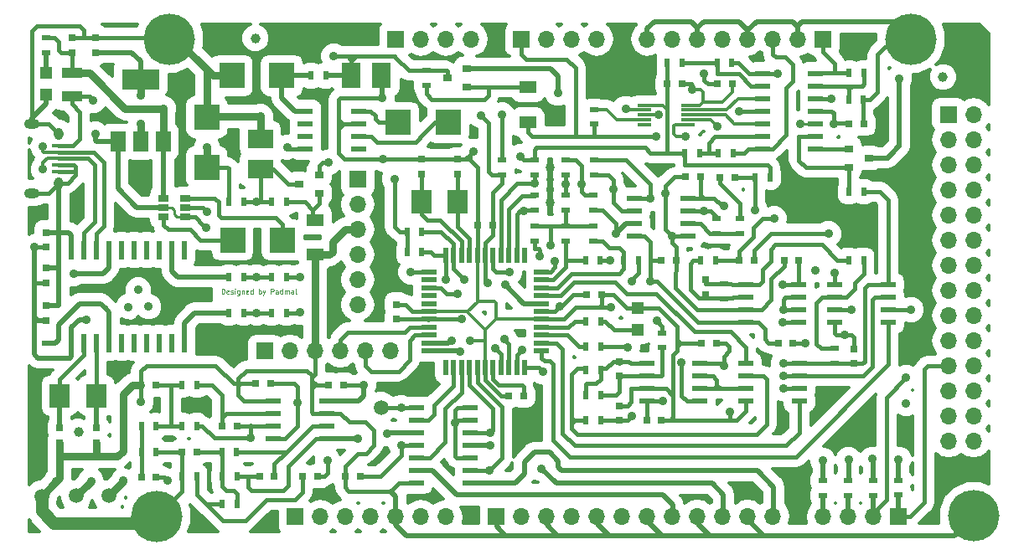
<source format=gtl>
G04 #@! TF.FileFunction,Copper,L1,Top,Signal*
%FSLAX46Y46*%
G04 Gerber Fmt 4.6, Leading zero omitted, Abs format (unit mm)*
G04 Created by KiCad (PCBNEW 4.0.7-e2-6376~58~ubuntu16.04.1) date Wed Sep 12 20:07:01 2018*
%MOMM*%
%LPD*%
G01*
G04 APERTURE LIST*
%ADD10C,0.100000*%
%ADD11R,1.550000X0.600000*%
%ADD12R,0.550000X1.500000*%
%ADD13R,1.500000X0.550000*%
%ADD14C,5.200000*%
%ADD15R,1.350000X0.400000*%
%ADD16O,0.950000X1.250000*%
%ADD17O,1.550000X1.000000*%
%ADD18R,0.500000X0.900000*%
%ADD19R,0.600000X1.950000*%
%ADD20R,2.500000X2.550000*%
%ADD21R,2.550000X2.500000*%
%ADD22R,1.700000X1.300000*%
%ADD23R,2.030000X1.140000*%
%ADD24R,0.900000X0.800000*%
%ADD25R,1.500000X0.600000*%
%ADD26R,1.060000X0.650000*%
%ADD27R,3.800000X2.000000*%
%ADD28R,1.500000X2.000000*%
%ADD29R,1.400000X0.300000*%
%ADD30R,2.500000X1.950000*%
%ADD31R,1.950000X2.500000*%
%ADD32R,1.700000X1.700000*%
%ADD33O,1.700000X1.700000*%
%ADD34R,0.750000X0.800000*%
%ADD35R,0.800000X0.750000*%
%ADD36R,0.900000X0.500000*%
%ADD37C,1.500000*%
%ADD38R,2.000000X2.400000*%
%ADD39R,1.200000X1.200000*%
%ADD40C,1.000000*%
%ADD41C,0.914400*%
%ADD42C,1.270000*%
%ADD43C,0.762000*%
%ADD44C,0.508000*%
%ADD45C,0.406400*%
%ADD46C,0.304800*%
%ADD47C,0.254000*%
%ADD48C,0.351000*%
G04 APERTURE END LIST*
D10*
X111450001Y-88526190D02*
X111450001Y-88026190D01*
X111569048Y-88026190D01*
X111640477Y-88050000D01*
X111688096Y-88097619D01*
X111711905Y-88145238D01*
X111735715Y-88240476D01*
X111735715Y-88311905D01*
X111711905Y-88407143D01*
X111688096Y-88454762D01*
X111640477Y-88502381D01*
X111569048Y-88526190D01*
X111450001Y-88526190D01*
X112140477Y-88502381D02*
X112092858Y-88526190D01*
X111997620Y-88526190D01*
X111950001Y-88502381D01*
X111926191Y-88454762D01*
X111926191Y-88264286D01*
X111950001Y-88216667D01*
X111997620Y-88192857D01*
X112092858Y-88192857D01*
X112140477Y-88216667D01*
X112164286Y-88264286D01*
X112164286Y-88311905D01*
X111926191Y-88359524D01*
X112354762Y-88502381D02*
X112402381Y-88526190D01*
X112497619Y-88526190D01*
X112545238Y-88502381D01*
X112569048Y-88454762D01*
X112569048Y-88430952D01*
X112545238Y-88383333D01*
X112497619Y-88359524D01*
X112426191Y-88359524D01*
X112378572Y-88335714D01*
X112354762Y-88288095D01*
X112354762Y-88264286D01*
X112378572Y-88216667D01*
X112426191Y-88192857D01*
X112497619Y-88192857D01*
X112545238Y-88216667D01*
X112783334Y-88526190D02*
X112783334Y-88192857D01*
X112783334Y-88026190D02*
X112759524Y-88050000D01*
X112783334Y-88073810D01*
X112807143Y-88050000D01*
X112783334Y-88026190D01*
X112783334Y-88073810D01*
X113235714Y-88192857D02*
X113235714Y-88597619D01*
X113211905Y-88645238D01*
X113188095Y-88669048D01*
X113140476Y-88692857D01*
X113069048Y-88692857D01*
X113021429Y-88669048D01*
X113235714Y-88502381D02*
X113188095Y-88526190D01*
X113092857Y-88526190D01*
X113045238Y-88502381D01*
X113021429Y-88478571D01*
X112997619Y-88430952D01*
X112997619Y-88288095D01*
X113021429Y-88240476D01*
X113045238Y-88216667D01*
X113092857Y-88192857D01*
X113188095Y-88192857D01*
X113235714Y-88216667D01*
X113473810Y-88192857D02*
X113473810Y-88526190D01*
X113473810Y-88240476D02*
X113497619Y-88216667D01*
X113545238Y-88192857D01*
X113616667Y-88192857D01*
X113664286Y-88216667D01*
X113688095Y-88264286D01*
X113688095Y-88526190D01*
X114116667Y-88502381D02*
X114069048Y-88526190D01*
X113973810Y-88526190D01*
X113926191Y-88502381D01*
X113902381Y-88454762D01*
X113902381Y-88264286D01*
X113926191Y-88216667D01*
X113973810Y-88192857D01*
X114069048Y-88192857D01*
X114116667Y-88216667D01*
X114140476Y-88264286D01*
X114140476Y-88311905D01*
X113902381Y-88359524D01*
X114569047Y-88526190D02*
X114569047Y-88026190D01*
X114569047Y-88502381D02*
X114521428Y-88526190D01*
X114426190Y-88526190D01*
X114378571Y-88502381D01*
X114354762Y-88478571D01*
X114330952Y-88430952D01*
X114330952Y-88288095D01*
X114354762Y-88240476D01*
X114378571Y-88216667D01*
X114426190Y-88192857D01*
X114521428Y-88192857D01*
X114569047Y-88216667D01*
X115188095Y-88526190D02*
X115188095Y-88026190D01*
X115188095Y-88216667D02*
X115235714Y-88192857D01*
X115330952Y-88192857D01*
X115378571Y-88216667D01*
X115402380Y-88240476D01*
X115426190Y-88288095D01*
X115426190Y-88430952D01*
X115402380Y-88478571D01*
X115378571Y-88502381D01*
X115330952Y-88526190D01*
X115235714Y-88526190D01*
X115188095Y-88502381D01*
X115592857Y-88192857D02*
X115711904Y-88526190D01*
X115830952Y-88192857D02*
X115711904Y-88526190D01*
X115664285Y-88645238D01*
X115640476Y-88669048D01*
X115592857Y-88692857D01*
X116402380Y-88526190D02*
X116402380Y-88026190D01*
X116592856Y-88026190D01*
X116640475Y-88050000D01*
X116664284Y-88073810D01*
X116688094Y-88121429D01*
X116688094Y-88192857D01*
X116664284Y-88240476D01*
X116640475Y-88264286D01*
X116592856Y-88288095D01*
X116402380Y-88288095D01*
X117116665Y-88526190D02*
X117116665Y-88264286D01*
X117092856Y-88216667D01*
X117045237Y-88192857D01*
X116949999Y-88192857D01*
X116902380Y-88216667D01*
X117116665Y-88502381D02*
X117069046Y-88526190D01*
X116949999Y-88526190D01*
X116902380Y-88502381D01*
X116878570Y-88454762D01*
X116878570Y-88407143D01*
X116902380Y-88359524D01*
X116949999Y-88335714D01*
X117069046Y-88335714D01*
X117116665Y-88311905D01*
X117569046Y-88526190D02*
X117569046Y-88026190D01*
X117569046Y-88502381D02*
X117521427Y-88526190D01*
X117426189Y-88526190D01*
X117378570Y-88502381D01*
X117354761Y-88478571D01*
X117330951Y-88430952D01*
X117330951Y-88288095D01*
X117354761Y-88240476D01*
X117378570Y-88216667D01*
X117426189Y-88192857D01*
X117521427Y-88192857D01*
X117569046Y-88216667D01*
X117807142Y-88526190D02*
X117807142Y-88192857D01*
X117807142Y-88240476D02*
X117830951Y-88216667D01*
X117878570Y-88192857D01*
X117949999Y-88192857D01*
X117997618Y-88216667D01*
X118021427Y-88264286D01*
X118021427Y-88526190D01*
X118021427Y-88264286D02*
X118045237Y-88216667D01*
X118092856Y-88192857D01*
X118164284Y-88192857D01*
X118211904Y-88216667D01*
X118235713Y-88264286D01*
X118235713Y-88526190D01*
X118688094Y-88526190D02*
X118688094Y-88264286D01*
X118664285Y-88216667D01*
X118616666Y-88192857D01*
X118521428Y-88192857D01*
X118473809Y-88216667D01*
X118688094Y-88502381D02*
X118640475Y-88526190D01*
X118521428Y-88526190D01*
X118473809Y-88502381D01*
X118449999Y-88454762D01*
X118449999Y-88407143D01*
X118473809Y-88359524D01*
X118521428Y-88335714D01*
X118640475Y-88335714D01*
X118688094Y-88311905D01*
X118997618Y-88526190D02*
X118949999Y-88502381D01*
X118926190Y-88454762D01*
X118926190Y-88026190D01*
D11*
X125300000Y-73855000D03*
X125300000Y-72585000D03*
X125300000Y-71315000D03*
X125300000Y-70045000D03*
X119900000Y-70045000D03*
X119900000Y-71315000D03*
X119900000Y-72585000D03*
X119900000Y-73855000D03*
D12*
X134060000Y-96020000D03*
X134860000Y-96020000D03*
X135660000Y-96020000D03*
X136460000Y-96020000D03*
X137260000Y-96020000D03*
X138060000Y-96020000D03*
X138860000Y-96020000D03*
X139660000Y-96020000D03*
X140460000Y-96020000D03*
X141260000Y-96020000D03*
X142060000Y-96020000D03*
D13*
X143760000Y-94320000D03*
X143760000Y-93520000D03*
X143760000Y-92720000D03*
X143760000Y-91920000D03*
X143760000Y-91120000D03*
X143760000Y-90320000D03*
X143760000Y-89520000D03*
X143760000Y-88720000D03*
X143760000Y-87920000D03*
X143760000Y-87120000D03*
X143760000Y-86320000D03*
D12*
X142060000Y-84620000D03*
X141260000Y-84620000D03*
X140460000Y-84620000D03*
X139660000Y-84620000D03*
X138860000Y-84620000D03*
X138060000Y-84620000D03*
X137260000Y-84620000D03*
X136460000Y-84620000D03*
X135660000Y-84620000D03*
X134860000Y-84620000D03*
X134060000Y-84620000D03*
D13*
X132360000Y-86320000D03*
X132360000Y-87120000D03*
X132360000Y-87920000D03*
X132360000Y-88720000D03*
X132360000Y-89520000D03*
X132360000Y-90320000D03*
X132360000Y-91120000D03*
X132360000Y-91920000D03*
X132360000Y-92720000D03*
X132360000Y-93520000D03*
X132360000Y-94320000D03*
D14*
X187420000Y-111010000D03*
D15*
X94980000Y-73560000D03*
X94980000Y-74210000D03*
X94980000Y-74860000D03*
X94980000Y-75510000D03*
X94980000Y-76160000D03*
D16*
X94980000Y-72360000D03*
X94980000Y-77360000D03*
D17*
X92280000Y-71360000D03*
X92280000Y-78360000D03*
D18*
X112960000Y-107010000D03*
X111460000Y-107010000D03*
D11*
X154370000Y-95595000D03*
X154370000Y-96865000D03*
X154370000Y-98135000D03*
X154370000Y-99405000D03*
X159770000Y-99405000D03*
X159770000Y-98135000D03*
X159770000Y-96865000D03*
X159770000Y-95595000D03*
D19*
X96245000Y-93510000D03*
X97515000Y-93510000D03*
X98785000Y-93510000D03*
X100055000Y-93510000D03*
X101325000Y-93510000D03*
X102595000Y-93510000D03*
X103865000Y-93510000D03*
X105135000Y-93510000D03*
X106405000Y-93510000D03*
X107675000Y-93510000D03*
X107675000Y-84110000D03*
X106405000Y-84110000D03*
X105135000Y-84110000D03*
X103865000Y-84110000D03*
X102595000Y-84110000D03*
X101325000Y-84110000D03*
X100055000Y-84110000D03*
X98785000Y-84110000D03*
X97515000Y-84110000D03*
X96245000Y-84110000D03*
D20*
X109950000Y-75725000D03*
X109950000Y-70675000D03*
D21*
X117595000Y-83090000D03*
X112545000Y-83090000D03*
X134325000Y-71200000D03*
X129275000Y-71200000D03*
X112465000Y-66480000D03*
X117515000Y-66480000D03*
D22*
X120890000Y-84580000D03*
X120890000Y-81080000D03*
X142380000Y-67670000D03*
X142380000Y-71170000D03*
D23*
X96300000Y-68600000D03*
X96300000Y-66200000D03*
D24*
X174800000Y-73870000D03*
X174800000Y-75770000D03*
X176800000Y-74820000D03*
D25*
X131160000Y-100040000D03*
X131160000Y-101310000D03*
X131160000Y-102580000D03*
X131160000Y-103850000D03*
X131160000Y-105120000D03*
X131160000Y-106390000D03*
X131160000Y-107660000D03*
X136560000Y-107660000D03*
X136560000Y-106390000D03*
X136560000Y-105120000D03*
X136560000Y-103850000D03*
X136560000Y-102580000D03*
X136560000Y-101310000D03*
X136560000Y-100040000D03*
D26*
X105550000Y-78850000D03*
X105550000Y-79800000D03*
X105550000Y-80750000D03*
X107750000Y-80750000D03*
X107750000Y-78850000D03*
X107750000Y-79800000D03*
D27*
X103240000Y-66840000D03*
D28*
X103240000Y-73140000D03*
X105540000Y-73140000D03*
X100940000Y-73140000D03*
D25*
X166050000Y-66240000D03*
X166050000Y-67510000D03*
X166050000Y-68780000D03*
X166050000Y-70050000D03*
X166050000Y-71320000D03*
X166050000Y-72590000D03*
X166050000Y-73860000D03*
X171450000Y-73860000D03*
X171450000Y-72590000D03*
X171450000Y-71320000D03*
X171450000Y-70050000D03*
X171450000Y-68780000D03*
X171450000Y-67510000D03*
X171450000Y-66240000D03*
D11*
X164370000Y-87625000D03*
X164370000Y-88895000D03*
X164370000Y-90165000D03*
X164370000Y-91435000D03*
X169770000Y-91435000D03*
X169770000Y-90165000D03*
X169770000Y-88895000D03*
X169770000Y-87625000D03*
D29*
X154150000Y-69450000D03*
X154150000Y-69950000D03*
X154150000Y-70450000D03*
X154150000Y-70950000D03*
X154150000Y-71450000D03*
X158550000Y-71450000D03*
X158550000Y-70950000D03*
X158550000Y-70450000D03*
X158550000Y-69950000D03*
X158550000Y-69450000D03*
D11*
X173410000Y-87615000D03*
X173410000Y-88885000D03*
X173410000Y-90155000D03*
X173410000Y-91425000D03*
X178810000Y-91425000D03*
X178810000Y-90155000D03*
X178810000Y-88885000D03*
X178810000Y-87615000D03*
X164410000Y-95595000D03*
X164410000Y-96865000D03*
X164410000Y-98135000D03*
X164410000Y-99405000D03*
X169810000Y-99405000D03*
X169810000Y-98135000D03*
X169810000Y-96865000D03*
X169810000Y-95595000D03*
X122060000Y-103155000D03*
X122060000Y-101885000D03*
X122060000Y-100615000D03*
X122060000Y-99345000D03*
X116660000Y-99345000D03*
X116660000Y-100615000D03*
X116660000Y-101885000D03*
X116660000Y-103155000D03*
X153130000Y-78885000D03*
X153130000Y-80155000D03*
X153130000Y-81425000D03*
X153130000Y-82695000D03*
X158530000Y-82695000D03*
X158530000Y-81425000D03*
X158530000Y-80155000D03*
X158530000Y-78885000D03*
D24*
X121260000Y-78380000D03*
X121260000Y-76480000D03*
X119260000Y-77430000D03*
X136230000Y-67660000D03*
X136230000Y-65760000D03*
X134230000Y-66710000D03*
D30*
X115350000Y-75925000D03*
X115350000Y-72875000D03*
D31*
X127605000Y-66480000D03*
X124555000Y-66480000D03*
D32*
X129030000Y-62790000D03*
D33*
X131570000Y-62790000D03*
X134110000Y-62790000D03*
X136650000Y-62790000D03*
D34*
X93690000Y-85930000D03*
X93690000Y-87430000D03*
X93680000Y-83840000D03*
X93680000Y-82340000D03*
X129130000Y-89610000D03*
X129130000Y-91110000D03*
X93700000Y-89710000D03*
X93700000Y-91210000D03*
D35*
X103320000Y-107060000D03*
X104820000Y-107060000D03*
X103290000Y-97760000D03*
X104790000Y-97760000D03*
D34*
X131600000Y-76440000D03*
X131600000Y-74940000D03*
D35*
X125410000Y-107020000D03*
X123910000Y-107020000D03*
D34*
X135290000Y-76440000D03*
X135290000Y-74940000D03*
D35*
X138810000Y-81630000D03*
X137310000Y-81630000D03*
D34*
X98660000Y-64130000D03*
X98660000Y-62630000D03*
D35*
X148300000Y-88620000D03*
X149800000Y-88620000D03*
D34*
X96300000Y-64130000D03*
X96300000Y-62630000D03*
D35*
X141920000Y-98840000D03*
X140420000Y-98840000D03*
X167670000Y-93540000D03*
X169170000Y-93540000D03*
D34*
X160290000Y-88600000D03*
X160290000Y-87100000D03*
D35*
X156470000Y-67300000D03*
X157970000Y-67300000D03*
X165220000Y-85160000D03*
X163720000Y-85160000D03*
X169770000Y-85160000D03*
X168270000Y-85160000D03*
X163000000Y-67300000D03*
X161500000Y-67300000D03*
X154370000Y-101310000D03*
X155870000Y-101310000D03*
D34*
X151610000Y-96860000D03*
X151610000Y-95360000D03*
D35*
X111480000Y-101880000D03*
X112980000Y-101880000D03*
X161430000Y-93540000D03*
X159930000Y-93540000D03*
X176300000Y-71330000D03*
X174800000Y-71330000D03*
X119620000Y-107010000D03*
X121120000Y-107010000D03*
X155840000Y-85160000D03*
X157340000Y-85160000D03*
X116390000Y-97630000D03*
X114890000Y-97630000D03*
X116760000Y-107010000D03*
X115260000Y-107010000D03*
X159830000Y-76720000D03*
X158330000Y-76720000D03*
X123770000Y-97740000D03*
X122270000Y-97740000D03*
D34*
X175340000Y-95590000D03*
X175340000Y-94090000D03*
D35*
X107410000Y-104520000D03*
X108910000Y-104520000D03*
D34*
X151610000Y-101350000D03*
X151610000Y-99850000D03*
D35*
X163310000Y-76730000D03*
X161810000Y-76730000D03*
D36*
X139760000Y-76500000D03*
X139760000Y-75000000D03*
D18*
X131670000Y-84330000D03*
X130170000Y-84330000D03*
X131670000Y-82240000D03*
X130170000Y-82240000D03*
X113670000Y-79210000D03*
X112170000Y-79210000D03*
X116480000Y-79220000D03*
X117980000Y-79220000D03*
D36*
X172210000Y-108930000D03*
X172210000Y-107430000D03*
X174760000Y-108910000D03*
X174760000Y-107410000D03*
X177290000Y-108910000D03*
X177290000Y-107410000D03*
X179830000Y-108890000D03*
X179830000Y-107390000D03*
X132120000Y-67470000D03*
X132120000Y-65970000D03*
X143030000Y-75020000D03*
X143030000Y-76520000D03*
D18*
X121950000Y-66480000D03*
X120450000Y-66480000D03*
X148200000Y-85140000D03*
X149700000Y-85140000D03*
X112940000Y-104530000D03*
X111440000Y-104530000D03*
D36*
X146210000Y-78590000D03*
X146210000Y-80090000D03*
X146210000Y-76520000D03*
X146210000Y-75020000D03*
D18*
X156470000Y-65140000D03*
X157970000Y-65140000D03*
X161480000Y-65140000D03*
X162980000Y-65140000D03*
D36*
X162160000Y-87510000D03*
X162160000Y-89010000D03*
X173390000Y-94080000D03*
X173390000Y-95580000D03*
D18*
X176300000Y-85130000D03*
X174800000Y-85130000D03*
X161320000Y-85160000D03*
X159820000Y-85160000D03*
X176290000Y-68930000D03*
X174790000Y-68930000D03*
X176350000Y-66230000D03*
X174850000Y-66230000D03*
D36*
X149050000Y-69890000D03*
X149050000Y-71390000D03*
D18*
X149740000Y-96260000D03*
X148240000Y-96260000D03*
X149710000Y-101350000D03*
X148210000Y-101350000D03*
X148220000Y-98800000D03*
X149720000Y-98800000D03*
D36*
X146200000Y-83210000D03*
X146200000Y-81710000D03*
X148950000Y-83210000D03*
X148950000Y-81710000D03*
D18*
X152040000Y-85140000D03*
X153540000Y-85140000D03*
D36*
X155960000Y-92500000D03*
X155960000Y-94000000D03*
D18*
X158250000Y-74290000D03*
X159750000Y-74290000D03*
X176300000Y-78230000D03*
X174800000Y-78230000D03*
X161590000Y-74290000D03*
X163090000Y-74290000D03*
D36*
X149050000Y-76520000D03*
X149050000Y-75020000D03*
D18*
X165350000Y-76730000D03*
X166850000Y-76730000D03*
X108910000Y-107040000D03*
X107410000Y-107040000D03*
X108910000Y-97760000D03*
X107410000Y-97760000D03*
X107410000Y-101880000D03*
X108910000Y-101880000D03*
X103330000Y-101880000D03*
X104830000Y-101880000D03*
X111460000Y-109790000D03*
X112960000Y-109790000D03*
D36*
X149020000Y-78590000D03*
X149020000Y-80090000D03*
X161425000Y-82425000D03*
X161425000Y-80925000D03*
X163820000Y-82420000D03*
X163820000Y-80920000D03*
D18*
X148250000Y-93880000D03*
X149750000Y-93880000D03*
X149760000Y-91300000D03*
X148260000Y-91300000D03*
D36*
X93680000Y-64120000D03*
X93680000Y-62620000D03*
D18*
X113680000Y-86840000D03*
X112180000Y-86840000D03*
X113660000Y-90460000D03*
X112160000Y-90460000D03*
X117980000Y-86830000D03*
X116480000Y-86830000D03*
X117980000Y-90460000D03*
X116480000Y-90460000D03*
D36*
X93680000Y-95020000D03*
X93680000Y-93520000D03*
D37*
X100050000Y-108970000D03*
X96740000Y-108970000D03*
X127550000Y-100040000D03*
X93260000Y-108990000D03*
D34*
X95075000Y-103625000D03*
X95075000Y-102125000D03*
X98775000Y-103625000D03*
X98775000Y-102125000D03*
D38*
X95080000Y-98840000D03*
X98780000Y-98840000D03*
D36*
X143070000Y-83210000D03*
X143070000Y-81710000D03*
D39*
X153480000Y-92170000D03*
X153480000Y-89970000D03*
X93680000Y-66220000D03*
X93680000Y-68420000D03*
D38*
X131590000Y-79210000D03*
X135290000Y-79210000D03*
D32*
X141740000Y-62780000D03*
D33*
X144280000Y-62780000D03*
X146820000Y-62780000D03*
X149360000Y-62780000D03*
D32*
X179840000Y-111040000D03*
D33*
X177300000Y-111040000D03*
X174760000Y-111040000D03*
X172220000Y-111040000D03*
D14*
X181090000Y-62780000D03*
X106150000Y-62770000D03*
X104880000Y-111020000D03*
D32*
X139200000Y-111040000D03*
D33*
X141740000Y-111040000D03*
X144280000Y-111040000D03*
X146820000Y-111040000D03*
X149360000Y-111040000D03*
X151900000Y-111040000D03*
X154440000Y-111040000D03*
X156980000Y-111040000D03*
X159520000Y-111040000D03*
X162060000Y-111040000D03*
X164600000Y-111040000D03*
X167140000Y-111040000D03*
D32*
X184890000Y-70410000D03*
D33*
X187430000Y-70410000D03*
X184890000Y-72950000D03*
X187430000Y-72950000D03*
X184890000Y-75490000D03*
X187430000Y-75490000D03*
X184890000Y-78030000D03*
X187430000Y-78030000D03*
X184890000Y-80570000D03*
X187430000Y-80570000D03*
X184890000Y-83110000D03*
X187430000Y-83110000D03*
X184890000Y-85650000D03*
X187430000Y-85650000D03*
X184890000Y-88190000D03*
X187430000Y-88190000D03*
X184890000Y-90730000D03*
X187430000Y-90730000D03*
X184890000Y-93270000D03*
X187430000Y-93270000D03*
X184890000Y-95810000D03*
X187430000Y-95810000D03*
X184890000Y-98350000D03*
X187430000Y-98350000D03*
X184890000Y-100890000D03*
X187430000Y-100890000D03*
X184890000Y-103430000D03*
X187430000Y-103430000D03*
D18*
X103330000Y-104520000D03*
X104830000Y-104520000D03*
D32*
X115820000Y-94340000D03*
D33*
X118360000Y-94340000D03*
X120900000Y-94340000D03*
X123440000Y-94340000D03*
X125980000Y-94340000D03*
X128520000Y-94340000D03*
D36*
X143070000Y-80090000D03*
X143070000Y-78590000D03*
D32*
X125170000Y-76950000D03*
D33*
X125170000Y-79490000D03*
X125170000Y-82030000D03*
X125170000Y-84570000D03*
X125170000Y-87110000D03*
X125170000Y-89650000D03*
D32*
X118880000Y-111090000D03*
D33*
X121420000Y-111090000D03*
X123960000Y-111090000D03*
X126500000Y-111090000D03*
X129040000Y-111090000D03*
X131580000Y-111090000D03*
X134120000Y-111090000D03*
D32*
X172220000Y-62770000D03*
D33*
X169680000Y-62770000D03*
X167140000Y-62770000D03*
X164600000Y-62770000D03*
X162060000Y-62770000D03*
X159520000Y-62770000D03*
X156980000Y-62770000D03*
X154440000Y-62770000D03*
D40*
X96970000Y-102490000D03*
X114850000Y-62690000D03*
X184320000Y-66610000D03*
D41*
X109840000Y-81850000D03*
X94740000Y-107470000D03*
X127740000Y-74940000D03*
X103290000Y-99460000D03*
X162760000Y-100480000D03*
X127630000Y-68730000D03*
X136570000Y-93300000D03*
X136850000Y-74110000D03*
X98670000Y-72380000D03*
X156910000Y-82700000D03*
X150740000Y-89920000D03*
X156230000Y-78410000D03*
X170370000Y-93540000D03*
X147760000Y-77420000D03*
X115380000Y-70620000D03*
X155310000Y-72590000D03*
X159010000Y-67910000D03*
X174350000Y-92650000D03*
X105540000Y-69800000D03*
X135050000Y-101580000D03*
X129590000Y-103850000D03*
X129590000Y-100040000D03*
X97730000Y-91140000D03*
X137610000Y-70490000D03*
X92490000Y-83830000D03*
X96450000Y-86500000D03*
X103230000Y-71390000D03*
X103250000Y-68510000D03*
X128900000Y-76910000D03*
X138300000Y-87420000D03*
X135660000Y-91120000D03*
X143600000Y-84760000D03*
X144640000Y-83590000D03*
X141630000Y-74640000D03*
X168200000Y-95610000D03*
X145600000Y-89800000D03*
X152890000Y-100890000D03*
X98230000Y-107470000D03*
X114970000Y-79230000D03*
X160190000Y-66250000D03*
X163700000Y-70050000D03*
X119100000Y-99560000D03*
X101510000Y-107460000D03*
X173290000Y-71320000D03*
X122750000Y-64530000D03*
X125780000Y-97760000D03*
X93370000Y-73650000D03*
X168200000Y-96860000D03*
X135270000Y-88530000D03*
X152250000Y-69800000D03*
X134060000Y-87080000D03*
X135960000Y-87060000D03*
X155600000Y-70450000D03*
X130560000Y-86320000D03*
X181100000Y-90140000D03*
X168170000Y-98150000D03*
X139070000Y-94010000D03*
X172150000Y-105350000D03*
X140010000Y-93130000D03*
X174790000Y-105310000D03*
X177210000Y-105260000D03*
X141830000Y-94180000D03*
X179830000Y-105280000D03*
X143880000Y-96440000D03*
X161550000Y-71640000D03*
X179930000Y-66780000D03*
X119360000Y-90440000D03*
X104050000Y-89840000D03*
X119360000Y-86820000D03*
X103010000Y-88150000D03*
X109960000Y-80210000D03*
X118080000Y-73690000D03*
X109950000Y-73690000D03*
X145390000Y-68240000D03*
X156050000Y-99410000D03*
X154720000Y-87230000D03*
X122240000Y-75210000D03*
X162170000Y-95860000D03*
X162210000Y-79690000D03*
X168120000Y-87620000D03*
X168150000Y-91410000D03*
X146200000Y-77420000D03*
X157890000Y-95500000D03*
X167620000Y-66240000D03*
X173060000Y-68780000D03*
X145130000Y-85220000D03*
X173370000Y-86430000D03*
X140550000Y-86300000D03*
X165360000Y-80070000D03*
X169900000Y-71320000D03*
X158330000Y-72660000D03*
X138470000Y-106420000D03*
X106010000Y-107460000D03*
X93400000Y-75940000D03*
X167250000Y-80940000D03*
X172760000Y-82460000D03*
X171440000Y-86130000D03*
X155420000Y-91290000D03*
X151240000Y-82460000D03*
X154710000Y-78900000D03*
X152890000Y-87270000D03*
X175100000Y-90150000D03*
X168170000Y-90160000D03*
X160190000Y-80170000D03*
X150660000Y-85140000D03*
X114330000Y-103100000D03*
X138570000Y-102580000D03*
X122130000Y-105380000D03*
X125210000Y-103170000D03*
X151020000Y-77990000D03*
X98470000Y-68990000D03*
X152430000Y-93990000D03*
X139750000Y-70440000D03*
X140070000Y-87630000D03*
X138580000Y-103850000D03*
X143750000Y-106220000D03*
X128180000Y-102670000D03*
X180600000Y-97000000D03*
X180600000Y-99600000D03*
X143040000Y-77390000D03*
X141980000Y-80180000D03*
X134650000Y-93250000D03*
X114990000Y-86830000D03*
X135550000Y-94350000D03*
X114990000Y-90480000D03*
X102020000Y-89860000D03*
D42*
X93260000Y-108990000D02*
X93260000Y-110485000D01*
X94475000Y-111700000D02*
X104200000Y-111700000D01*
X93260000Y-110485000D02*
X94475000Y-111700000D01*
X104200000Y-111700000D02*
X104880000Y-111020000D01*
D43*
X98775000Y-103625000D02*
X98775000Y-104975000D01*
X98775000Y-104975000D02*
X98775000Y-104970000D01*
X95080000Y-105575000D02*
X95080000Y-103655000D01*
X95080000Y-103655000D02*
X95075000Y-103650000D01*
X95075000Y-103650000D02*
X95075000Y-103625000D01*
D44*
X93680000Y-82340000D02*
X94980000Y-82340000D01*
X94980000Y-82340000D02*
X94980000Y-82310000D01*
X93690000Y-85930000D02*
X94980000Y-85930000D01*
X94980000Y-85930000D02*
X94870000Y-85930000D01*
X94980000Y-77360000D02*
X94980000Y-89630000D01*
X94980000Y-89630000D02*
X94900000Y-89710000D01*
X94900000Y-89710000D02*
X93700000Y-89710000D01*
X93680000Y-82340000D02*
X96010000Y-82340000D01*
X96010000Y-82340000D02*
X96245000Y-82575000D01*
X96245000Y-82575000D02*
X96245000Y-84110000D01*
D45*
X94870000Y-85930000D02*
X94980000Y-85820000D01*
X94980000Y-82310000D02*
X94980000Y-85820000D01*
X94980000Y-85820000D02*
X94980000Y-89630000D01*
X94900000Y-89710000D02*
X93700000Y-89710000D01*
X94980000Y-89630000D02*
X94900000Y-89710000D01*
X94980000Y-77360000D02*
X94980000Y-82310000D01*
X94980000Y-82310000D02*
X95010000Y-82340000D01*
X93680000Y-82340000D02*
X95010000Y-82340000D01*
X95010000Y-82340000D02*
X96010000Y-82340000D01*
X96010000Y-82340000D02*
X96245000Y-82575000D01*
X96245000Y-82575000D02*
X96245000Y-84110000D01*
X96215000Y-84140000D02*
X96245000Y-84110000D01*
D43*
X98780000Y-104970000D02*
X98775000Y-104970000D01*
X98775000Y-104970000D02*
X100930000Y-104970000D01*
X102420000Y-97760000D02*
X103290000Y-97760000D01*
X101450000Y-98730000D02*
X102420000Y-97760000D01*
X101450000Y-104450000D02*
X101450000Y-98730000D01*
X100930000Y-104970000D02*
X101450000Y-104450000D01*
X95080000Y-104980000D02*
X98770000Y-104980000D01*
X98770000Y-104980000D02*
X98780000Y-104970000D01*
X95080000Y-104980000D02*
X95080000Y-105575000D01*
X95080000Y-105575000D02*
X95080000Y-107130000D01*
X95080000Y-107130000D02*
X94740000Y-107470000D01*
D45*
X98770000Y-104980000D02*
X98780000Y-104970000D01*
X107750000Y-80750000D02*
X108750000Y-80750000D01*
X109570000Y-81570000D02*
X109840000Y-81850000D01*
X108750000Y-80750000D02*
X109570000Y-81570000D01*
D43*
X120890000Y-84580000D02*
X120890000Y-94340000D01*
D46*
X120890000Y-94340000D02*
X120900000Y-94340000D01*
D44*
X98670000Y-72380000D02*
X98670000Y-73050000D01*
X98760000Y-73140000D02*
X100940000Y-73140000D01*
X98670000Y-73050000D02*
X98760000Y-73140000D01*
D43*
X94740000Y-107470000D02*
X94740000Y-107510000D01*
X94740000Y-107510000D02*
X93260000Y-108990000D01*
D45*
X141740000Y-62780000D02*
X141740000Y-64330000D01*
X147180000Y-72590000D02*
X147220000Y-72590000D01*
X147180000Y-65680000D02*
X147180000Y-72590000D01*
X146300000Y-64800000D02*
X147180000Y-65680000D01*
X142210000Y-64800000D02*
X146300000Y-64800000D01*
X141740000Y-64330000D02*
X142210000Y-64800000D01*
D44*
X154440000Y-62770000D02*
X154440000Y-61720000D01*
X158870000Y-61000000D02*
X159520000Y-61650000D01*
X155160000Y-61000000D02*
X158870000Y-61000000D01*
X154440000Y-61720000D02*
X155160000Y-61000000D01*
D43*
X125170000Y-82030000D02*
X123900000Y-82030000D01*
X122350000Y-84570000D02*
X120640000Y-84570000D01*
X122640000Y-84280000D02*
X122350000Y-84570000D01*
X122640000Y-83290000D02*
X122640000Y-84280000D01*
X123900000Y-82030000D02*
X122640000Y-83290000D01*
D45*
X120900000Y-94340000D02*
X120900000Y-96650000D01*
X120900000Y-96650000D02*
X120510000Y-97040000D01*
D44*
X129040000Y-111040000D02*
X129040000Y-109060000D01*
X129040000Y-109060000D02*
X128500000Y-108520000D01*
D45*
X132360000Y-90320000D02*
X130730000Y-90320000D01*
X130020000Y-89610000D02*
X129130000Y-89610000D01*
X130730000Y-90320000D02*
X130020000Y-89610000D01*
X128620000Y-74940000D02*
X127740000Y-74940000D01*
X131600000Y-74940000D02*
X128620000Y-74940000D01*
X128620000Y-74940000D02*
X123870000Y-74940000D01*
X123240000Y-74310000D02*
X123240000Y-71830000D01*
X123870000Y-74940000D02*
X123240000Y-74310000D01*
X113110000Y-97620000D02*
X112650000Y-97620000D01*
X103290000Y-96340000D02*
X103290000Y-97760000D01*
X103850000Y-95780000D02*
X103290000Y-96340000D01*
X110810000Y-95780000D02*
X103850000Y-95780000D01*
X112650000Y-97620000D02*
X110810000Y-95780000D01*
X103290000Y-97760000D02*
X103290000Y-99460000D01*
X107410000Y-107040000D02*
X107410000Y-108490000D01*
X107410000Y-108490000D02*
X104880000Y-111020000D01*
X107410000Y-107040000D02*
X107410000Y-104520000D01*
X104830000Y-104520000D02*
X107410000Y-104520000D01*
X106010000Y-62630000D02*
X106150000Y-62770000D01*
X138060000Y-96020000D02*
X138060000Y-97270000D01*
X138060000Y-97270000D02*
X139630000Y-98840000D01*
D44*
X144290000Y-111050000D02*
X144290000Y-111930000D01*
X144290000Y-111930000D02*
X145340000Y-112980000D01*
X139210000Y-111050000D02*
X139210000Y-112120000D01*
X139210000Y-112120000D02*
X140070000Y-112980000D01*
D45*
X176290000Y-68930000D02*
X176940000Y-68930000D01*
X177720000Y-64330000D02*
X179270000Y-62780000D01*
X177720000Y-68150000D02*
X177720000Y-64330000D01*
X176940000Y-68930000D02*
X177720000Y-68150000D01*
X179270000Y-62780000D02*
X181090000Y-62780000D01*
D44*
X129040000Y-111040000D02*
X129040000Y-111940000D01*
X130080000Y-112980000D02*
X140070000Y-112980000D01*
X140070000Y-112980000D02*
X142670000Y-112980000D01*
X129040000Y-111940000D02*
X130080000Y-112980000D01*
X142670000Y-112980000D02*
X145340000Y-112980000D01*
X145340000Y-112980000D02*
X147610000Y-112980000D01*
X166210000Y-112980000D02*
X167800000Y-112980000D01*
X167800000Y-112980000D02*
X172860000Y-112980000D01*
X185450000Y-112980000D02*
X187420000Y-111010000D01*
X172860000Y-112980000D02*
X185450000Y-112980000D01*
X169680000Y-61640000D02*
X169680000Y-61450000D01*
X179340000Y-61030000D02*
X181090000Y-62780000D01*
X170100000Y-61030000D02*
X179340000Y-61030000D01*
X169680000Y-61450000D02*
X170100000Y-61030000D01*
X159520000Y-62780000D02*
X159520000Y-61650000D01*
X163720000Y-61000000D02*
X164600000Y-61880000D01*
X160170000Y-61000000D02*
X163720000Y-61000000D01*
X159520000Y-61650000D02*
X160170000Y-61000000D01*
X164600000Y-62780000D02*
X164600000Y-61880000D01*
X169680000Y-61540000D02*
X169680000Y-61640000D01*
X169680000Y-61640000D02*
X169680000Y-62780000D01*
X164600000Y-61880000D02*
X165490000Y-60990000D01*
X165490000Y-60990000D02*
X169130000Y-60990000D01*
X169130000Y-60990000D02*
X169680000Y-61540000D01*
D43*
X112465000Y-66480000D02*
X110550000Y-66480000D01*
X110550000Y-66480000D02*
X109950000Y-65880000D01*
D44*
X127630000Y-68730000D02*
X127630000Y-66505000D01*
X127630000Y-66505000D02*
X127605000Y-66480000D01*
D43*
X115380000Y-70620000D02*
X115380000Y-72845000D01*
X115380000Y-72845000D02*
X115350000Y-72875000D01*
X115380000Y-70620000D02*
X110005000Y-70620000D01*
X110005000Y-70620000D02*
X109950000Y-70675000D01*
D45*
X149050000Y-71390000D02*
X149050000Y-72590000D01*
X149050000Y-72590000D02*
X149050000Y-72500000D01*
X149050000Y-72500000D02*
X149050000Y-72590000D01*
X162760000Y-101310000D02*
X162760000Y-100480000D01*
X157970000Y-67300000D02*
X158890000Y-67300000D01*
X159010000Y-67420000D02*
X159010000Y-67910000D01*
X158890000Y-67300000D02*
X159010000Y-67420000D01*
X157800000Y-93540000D02*
X157470000Y-93870000D01*
X157550000Y-93770000D02*
X157470000Y-93770000D01*
X157470000Y-93850000D02*
X157550000Y-93770000D01*
X157470000Y-93870000D02*
X157470000Y-93850000D01*
X159930000Y-93540000D02*
X157800000Y-93540000D01*
X157800000Y-93540000D02*
X157470000Y-93210000D01*
X142380000Y-71170000D02*
X142380000Y-72180000D01*
X142380000Y-72180000D02*
X142790000Y-72590000D01*
X142790000Y-72590000D02*
X147220000Y-72590000D01*
X123910000Y-107020000D02*
X123910000Y-108140000D01*
X125260000Y-108520000D02*
X128500000Y-108520000D01*
X123910000Y-108140000D02*
X124290000Y-108520000D01*
X124290000Y-108520000D02*
X125260000Y-108520000D01*
X123910000Y-107020000D02*
X123910000Y-105970000D01*
X125210000Y-104670000D02*
X126000000Y-104670000D01*
X123910000Y-105970000D02*
X125210000Y-104670000D01*
X126000000Y-104670000D02*
X126770000Y-103900000D01*
X128500000Y-108520000D02*
X129360000Y-107660000D01*
X131160000Y-107660000D02*
X129360000Y-107660000D01*
D43*
X106840000Y-62770000D02*
X109950000Y-65880000D01*
X109950000Y-65880000D02*
X109950000Y-70675000D01*
X106150000Y-62770000D02*
X106840000Y-62770000D01*
D45*
X157330000Y-84740000D02*
X157320000Y-87960000D01*
X159525000Y-90165000D02*
X164370000Y-90165000D01*
X157320000Y-87960000D02*
X159525000Y-90165000D01*
D46*
X138060000Y-93300000D02*
X136570000Y-93300000D01*
X138060000Y-92210000D02*
X138060000Y-92150000D01*
X138060000Y-92150000D02*
X139160000Y-91050000D01*
X138060000Y-96020000D02*
X138060000Y-93300000D01*
X138060000Y-93300000D02*
X138060000Y-92210000D01*
D45*
X164370000Y-90165000D02*
X165965000Y-90165000D01*
X168270000Y-85730000D02*
X168270000Y-85160000D01*
X166970000Y-87030000D02*
X168270000Y-85730000D01*
X166970000Y-89160000D02*
X166970000Y-87030000D01*
X165965000Y-90165000D02*
X166970000Y-89160000D01*
X157340000Y-85160000D02*
X157340000Y-83830000D01*
X157340000Y-83830000D02*
X157330000Y-83820000D01*
X136000000Y-74940000D02*
X136490000Y-74940000D01*
X136490000Y-74940000D02*
X136500000Y-74950000D01*
X135290000Y-74940000D02*
X136000000Y-74940000D01*
X136000000Y-74940000D02*
X136020000Y-74940000D01*
X136020000Y-74940000D02*
X136500000Y-74460000D01*
X131600000Y-74940000D02*
X135290000Y-74940000D01*
X136500000Y-74950000D02*
X136500000Y-74460000D01*
X137310000Y-76060000D02*
X137310000Y-75780000D01*
X136500000Y-74950000D02*
X136500000Y-74970000D01*
X136500000Y-74970000D02*
X137310000Y-75780000D01*
X137310000Y-76060000D02*
X137310000Y-81630000D01*
X136500000Y-74460000D02*
X136850000Y-74110000D01*
X123645000Y-71315000D02*
X123645000Y-71425000D01*
X123645000Y-71425000D02*
X123240000Y-71830000D01*
X123240000Y-71830000D02*
X123240000Y-70910000D01*
X147760000Y-77420000D02*
X147760000Y-78230000D01*
X148120000Y-78590000D02*
X149020000Y-78590000D01*
X147760000Y-78230000D02*
X148120000Y-78590000D01*
X146210000Y-75020000D02*
X147230000Y-75020000D01*
X147230000Y-75020000D02*
X147760000Y-75550000D01*
X147760000Y-75550000D02*
X147760000Y-77420000D01*
X147230000Y-75020000D02*
X147760000Y-75550000D01*
X120920000Y-97740000D02*
X120920000Y-97720000D01*
X120920000Y-97720000D02*
X120510000Y-97310000D01*
X122060000Y-100615000D02*
X123415000Y-100615000D01*
X123415000Y-100615000D02*
X124330000Y-101530000D01*
X92280000Y-70750000D02*
X92280000Y-61930000D01*
X92280000Y-61930000D02*
X92800000Y-61410000D01*
X96300000Y-62630000D02*
X97480000Y-62630000D01*
D44*
X93680000Y-68420000D02*
X93680000Y-69340000D01*
X92280000Y-70740000D02*
X92280000Y-70750000D01*
X92280000Y-70750000D02*
X92280000Y-71360000D01*
X93680000Y-69340000D02*
X92280000Y-70740000D01*
D45*
X153480000Y-89970000D02*
X155580000Y-89970000D01*
X155580000Y-89970000D02*
X157470000Y-91860000D01*
X149800000Y-88620000D02*
X151030000Y-88620000D01*
X152380000Y-89970000D02*
X153480000Y-89970000D01*
X151030000Y-88620000D02*
X152380000Y-89970000D01*
X147760000Y-75550000D02*
X147760000Y-77420000D01*
X137260000Y-84620000D02*
X137260000Y-81680000D01*
X137260000Y-81680000D02*
X137310000Y-81630000D01*
D46*
X136170000Y-90320000D02*
X132360000Y-90320000D01*
D45*
X125300000Y-71315000D02*
X123645000Y-71315000D01*
X123645000Y-71315000D02*
X123240000Y-70910000D01*
X123440000Y-68730000D02*
X127610000Y-68730000D01*
X127610000Y-68730000D02*
X127630000Y-68730000D01*
X123240000Y-70910000D02*
X123240000Y-68930000D01*
X123240000Y-68930000D02*
X123440000Y-68730000D01*
X92280000Y-71360000D02*
X93980000Y-71360000D01*
X93980000Y-71360000D02*
X94980000Y-72360000D01*
X92280000Y-78360000D02*
X93250000Y-78360000D01*
X93250000Y-78360000D02*
X93770000Y-78360000D01*
X93770000Y-78360000D02*
X93980000Y-78360000D01*
X93980000Y-78360000D02*
X94980000Y-77360000D01*
X94980000Y-77360000D02*
X95860000Y-77360000D01*
X96690000Y-76530000D02*
X96690000Y-75690000D01*
X95860000Y-77360000D02*
X96690000Y-76530000D01*
X94980000Y-75510000D02*
X96510000Y-75510000D01*
X96540000Y-76160000D02*
X94980000Y-76160000D01*
X96690000Y-76010000D02*
X96540000Y-76160000D01*
X96690000Y-75690000D02*
X96690000Y-76010000D01*
X96510000Y-75510000D02*
X96690000Y-75690000D01*
D46*
X137335000Y-89285000D02*
X139005000Y-89285000D01*
X139160000Y-89440000D02*
X139160000Y-91050000D01*
X139005000Y-89285000D02*
X139160000Y-89440000D01*
X137335000Y-89285000D02*
X137260000Y-89210000D01*
X139160000Y-91050000D02*
X139160000Y-91120000D01*
X143760000Y-91120000D02*
X139160000Y-91120000D01*
D45*
X156230000Y-78370000D02*
X156230000Y-82020000D01*
X156230000Y-82020000D02*
X156910000Y-82700000D01*
X173410000Y-91425000D02*
X173410000Y-92500000D01*
X173410000Y-92500000D02*
X173560000Y-92650000D01*
X173560000Y-92650000D02*
X174350000Y-92650000D01*
X157330000Y-84740000D02*
X157330000Y-83820000D01*
X157330000Y-83820000D02*
X156910000Y-83400000D01*
X156910000Y-83400000D02*
X156910000Y-82700000D01*
X143760000Y-91120000D02*
X145990000Y-91120000D01*
X145990000Y-91120000D02*
X147190000Y-89920000D01*
X147190000Y-89920000D02*
X150740000Y-89920000D01*
X106120000Y-62800000D02*
X106150000Y-62770000D01*
X150740000Y-89920000D02*
X149640000Y-89920000D01*
X149640000Y-89920000D02*
X149600000Y-89880000D01*
X149800000Y-88620000D02*
X149800000Y-89680000D01*
X149800000Y-89680000D02*
X149600000Y-89880000D01*
X156230000Y-78410000D02*
X156230000Y-78370000D01*
X156230000Y-78370000D02*
X156230000Y-77660000D01*
X156230000Y-77660000D02*
X157170000Y-76720000D01*
X157170000Y-76720000D02*
X158330000Y-76720000D01*
X156910000Y-82700000D02*
X158525000Y-82700000D01*
X158525000Y-82700000D02*
X158530000Y-82695000D01*
X122270000Y-97740000D02*
X120920000Y-97740000D01*
X120920000Y-97740000D02*
X120880000Y-97740000D01*
X120880000Y-97740000D02*
X120510000Y-98110000D01*
D46*
X163000000Y-67300000D02*
X163000000Y-68140000D01*
X162020000Y-69120000D02*
X160040000Y-69120000D01*
X163000000Y-68140000D02*
X162020000Y-69120000D01*
X158550000Y-69450000D02*
X159710000Y-69450000D01*
X159800000Y-67910000D02*
X159010000Y-67910000D01*
X160040000Y-68150000D02*
X159800000Y-67910000D01*
X160040000Y-69120000D02*
X160040000Y-68150000D01*
X159710000Y-69450000D02*
X160040000Y-69120000D01*
D45*
X176290000Y-68930000D02*
X176290000Y-71320000D01*
X176290000Y-71320000D02*
X176300000Y-71330000D01*
X157470000Y-91860000D02*
X157470000Y-93210000D01*
X157470000Y-93210000D02*
X157470000Y-93160000D01*
X157470000Y-93160000D02*
X157470000Y-93770000D01*
X145990000Y-91120000D02*
X147230000Y-89880000D01*
X147230000Y-89880000D02*
X149600000Y-89880000D01*
X155870000Y-101310000D02*
X162760000Y-101310000D01*
X162760000Y-101310000D02*
X163460000Y-101310000D01*
X164410000Y-100360000D02*
X164410000Y-99405000D01*
X163460000Y-101310000D02*
X164410000Y-100360000D01*
X151610000Y-99850000D02*
X152440000Y-99850000D01*
X152830000Y-99460000D02*
X152830000Y-98135000D01*
X152440000Y-99850000D02*
X152830000Y-99460000D01*
X152830000Y-98135000D02*
X154370000Y-98135000D01*
X154370000Y-98135000D02*
X156335000Y-98135000D01*
X156740000Y-101310000D02*
X155870000Y-101310000D01*
X157050000Y-101000000D02*
X156740000Y-101310000D01*
X157350000Y-84720000D02*
X157330000Y-84740000D01*
X169170000Y-93540000D02*
X170370000Y-93540000D01*
X174350000Y-92650000D02*
X175030000Y-92650000D01*
X175030000Y-92650000D02*
X175340000Y-92960000D01*
X175340000Y-92960000D02*
X175340000Y-94090000D01*
X147220000Y-72590000D02*
X149050000Y-72590000D01*
X149050000Y-72590000D02*
X150050000Y-72590000D01*
X120510000Y-96790000D02*
X120510000Y-97040000D01*
X120510000Y-97040000D02*
X120510000Y-97310000D01*
X113910000Y-96320000D02*
X120040000Y-96320000D01*
X113110000Y-97120000D02*
X113910000Y-96320000D01*
X113110000Y-97900000D02*
X113110000Y-97620000D01*
X113110000Y-97620000D02*
X113110000Y-97120000D01*
X120040000Y-96320000D02*
X120510000Y-96790000D01*
X120510000Y-97310000D02*
X120510000Y-98110000D01*
X120510000Y-98110000D02*
X120510000Y-100470000D01*
X120510000Y-100470000D02*
X120655000Y-100615000D01*
X120655000Y-100615000D02*
X122060000Y-100615000D01*
X114890000Y-97630000D02*
X113360000Y-97630000D01*
X113655000Y-99345000D02*
X116660000Y-99345000D01*
X113110000Y-98800000D02*
X113655000Y-99345000D01*
X113110000Y-97880000D02*
X113110000Y-97900000D01*
X113110000Y-97900000D02*
X113110000Y-98800000D01*
X113360000Y-97630000D02*
X113110000Y-97880000D01*
X173410000Y-91425000D02*
X173410000Y-91710000D01*
X150050000Y-72590000D02*
X155310000Y-72590000D01*
D44*
X115325000Y-70675000D02*
X115380000Y-70620000D01*
X100950000Y-72800000D02*
X100950000Y-77870000D01*
X102880000Y-79800000D02*
X105550000Y-79800000D01*
X100950000Y-77870000D02*
X102880000Y-79800000D01*
D45*
X124380000Y-101530000D02*
X125960000Y-101530000D01*
D46*
X124330000Y-101530000D02*
X124380000Y-101530000D01*
D45*
X126770000Y-102340000D02*
X126770000Y-103900000D01*
X125960000Y-101530000D02*
X126770000Y-102340000D01*
D44*
X115350000Y-70650000D02*
X115380000Y-70620000D01*
X115325000Y-70675000D02*
X115380000Y-70620000D01*
X106150000Y-62770000D02*
X106630000Y-62770000D01*
D45*
X105550000Y-79800000D02*
X102850000Y-79800000D01*
X102850000Y-79800000D02*
X100950000Y-77900000D01*
X100950000Y-77900000D02*
X100950000Y-72800000D01*
X115325000Y-70675000D02*
X115380000Y-70620000D01*
X115380000Y-70620000D02*
X115350000Y-70650000D01*
D47*
X100950000Y-77900000D02*
X102850000Y-79800000D01*
X105550000Y-79800000D02*
X106390000Y-79800000D01*
X106910000Y-80750000D02*
X107750000Y-80750000D01*
X106660000Y-80500000D02*
X106910000Y-80750000D01*
X106660000Y-80070000D02*
X106660000Y-80500000D01*
X106390000Y-79800000D02*
X106660000Y-80070000D01*
D46*
X138060000Y-92210000D02*
X136170000Y-90320000D01*
X137260000Y-84620000D02*
X137260000Y-89210000D01*
X137260000Y-89210000D02*
X137260000Y-89360000D01*
X137260000Y-89360000D02*
X136300000Y-90320000D01*
X136300000Y-90320000D02*
X136170000Y-90320000D01*
D47*
X154800000Y-98135000D02*
X154800000Y-98075000D01*
X154510000Y-98135000D02*
X154800000Y-98135000D01*
X154800000Y-98135000D02*
X155125000Y-98135000D01*
X164285000Y-99415000D02*
X164105000Y-99415000D01*
X173410000Y-91425000D02*
X173665000Y-91425000D01*
D45*
X157470000Y-93770000D02*
X157470000Y-94310000D01*
X157050000Y-94730000D02*
X157470000Y-94310000D01*
X157050000Y-98850000D02*
X157050000Y-94730000D01*
X157050000Y-98850000D02*
X157050000Y-101000000D01*
X156335000Y-98135000D02*
X157050000Y-98850000D01*
D44*
X147610000Y-112980000D02*
X150600000Y-112980000D01*
D45*
X97480000Y-61840000D02*
X97480000Y-62630000D01*
X97050000Y-61410000D02*
X97480000Y-61840000D01*
X92800000Y-61410000D02*
X97050000Y-61410000D01*
D44*
X162870000Y-112980000D02*
X166210000Y-112980000D01*
X149430000Y-111030000D02*
X149430000Y-111810000D01*
X149430000Y-111810000D02*
X150600000Y-112980000D01*
X150600000Y-112980000D02*
X152630000Y-112980000D01*
X152630000Y-112980000D02*
X155920000Y-112980000D01*
X154510000Y-111030000D02*
X154510000Y-111570000D01*
X154510000Y-111570000D02*
X155920000Y-112980000D01*
X155920000Y-112980000D02*
X157860000Y-112980000D01*
X157860000Y-112980000D02*
X160760000Y-112980000D01*
X159590000Y-111030000D02*
X159590000Y-111810000D01*
X159590000Y-111810000D02*
X160760000Y-112980000D01*
X160760000Y-112980000D02*
X162870000Y-112980000D01*
X164670000Y-111030000D02*
X164670000Y-111440000D01*
X164670000Y-111440000D02*
X166210000Y-112980000D01*
D45*
X98710000Y-62630000D02*
X106010000Y-62630000D01*
X97480000Y-62630000D02*
X98710000Y-62630000D01*
X139630000Y-98840000D02*
X140430000Y-98840000D01*
D44*
X105550000Y-78850000D02*
X105550000Y-73150000D01*
X105550000Y-73150000D02*
X105540000Y-73140000D01*
D45*
X125410000Y-107020000D02*
X127470000Y-107020000D01*
X129590000Y-104900000D02*
X129590000Y-103850000D01*
X127470000Y-107020000D02*
X129590000Y-104900000D01*
X96300000Y-66200000D02*
X96300000Y-64130000D01*
X93680000Y-62620000D02*
X94520000Y-62620000D01*
X94520000Y-62620000D02*
X94990000Y-63090000D01*
X94990000Y-63090000D02*
X94990000Y-63890000D01*
X94990000Y-63890000D02*
X95230000Y-64130000D01*
X95230000Y-64130000D02*
X96300000Y-64130000D01*
X127570000Y-100050000D02*
X129580000Y-100050000D01*
X129580000Y-100050000D02*
X129590000Y-100040000D01*
X135050000Y-101580000D02*
X135050000Y-104990000D01*
X135050000Y-104990000D02*
X135180000Y-105120000D01*
X135180000Y-105120000D02*
X136560000Y-105120000D01*
X129590000Y-100040000D02*
X131160000Y-100040000D01*
X136560000Y-101310000D02*
X135320000Y-101310000D01*
X135320000Y-101310000D02*
X135050000Y-101580000D01*
X135050000Y-101580000D02*
X135050000Y-100270000D01*
X135050000Y-100270000D02*
X135280000Y-100040000D01*
X135280000Y-100040000D02*
X136560000Y-100040000D01*
D43*
X96300000Y-66200000D02*
X98070000Y-66200000D01*
X101670000Y-69800000D02*
X105540000Y-69800000D01*
X98070000Y-66200000D02*
X101670000Y-69800000D01*
X105540000Y-69800000D02*
X105540000Y-72790000D01*
X105540000Y-72790000D02*
X105550000Y-72800000D01*
D45*
X129590000Y-103850000D02*
X131160000Y-103850000D01*
X93690000Y-87430000D02*
X92600000Y-87430000D01*
X92600000Y-87430000D02*
X92490000Y-87540000D01*
D44*
X93700000Y-91210000D02*
X92850000Y-91210000D01*
X92850000Y-91210000D02*
X92490000Y-90850000D01*
X93680000Y-95020000D02*
X92870000Y-95020000D01*
X92870000Y-95020000D02*
X92490000Y-94640000D01*
X92490000Y-94640000D02*
X92490000Y-90850000D01*
X92490000Y-90850000D02*
X92490000Y-87540000D01*
X92490000Y-87540000D02*
X92490000Y-83830000D01*
X93680000Y-95020000D02*
X96030000Y-95020000D01*
X96030000Y-95020000D02*
X96245000Y-94805000D01*
X96245000Y-94805000D02*
X96245000Y-93510000D01*
X97730000Y-91140000D02*
X97060000Y-91140000D01*
X96245000Y-91955000D02*
X96245000Y-93510000D01*
X97060000Y-91140000D02*
X96245000Y-91955000D01*
D45*
X93700000Y-91210000D02*
X92490000Y-91210000D01*
X92540000Y-91220000D02*
X92490000Y-91220000D01*
X92500000Y-91220000D02*
X92540000Y-91220000D01*
X92490000Y-91210000D02*
X92500000Y-91220000D01*
X92490000Y-83830000D02*
X92490000Y-87170000D01*
X92490000Y-87170000D02*
X92490000Y-91220000D01*
X92490000Y-91220000D02*
X92490000Y-94640000D01*
X92490000Y-94640000D02*
X92870000Y-95020000D01*
X93680000Y-83840000D02*
X92500000Y-83840000D01*
X92500000Y-83840000D02*
X92490000Y-83830000D01*
X96245000Y-94805000D02*
X96245000Y-93510000D01*
X96030000Y-95020000D02*
X96245000Y-94805000D01*
X96235000Y-93500000D02*
X96245000Y-93510000D01*
D44*
X96450000Y-86500000D02*
X99480000Y-86500000D01*
X99480000Y-86500000D02*
X100055000Y-85925000D01*
X100055000Y-85925000D02*
X100055000Y-84110000D01*
X98660000Y-64130000D02*
X102350000Y-64130000D01*
X102350000Y-64130000D02*
X103240000Y-65020000D01*
X103240000Y-65020000D02*
X103240000Y-66840000D01*
D45*
X138380000Y-71260000D02*
X137610000Y-70490000D01*
X138380000Y-76160000D02*
X138380000Y-71260000D01*
X138720000Y-76500000D02*
X138380000Y-76160000D01*
X139760000Y-76500000D02*
X138720000Y-76500000D01*
X138810000Y-81630000D02*
X138810000Y-78310000D01*
X139760000Y-77360000D02*
X139760000Y-76500000D01*
X138810000Y-78310000D02*
X139760000Y-77360000D01*
X130170000Y-82240000D02*
X129400000Y-82240000D01*
X132360000Y-91120000D02*
X129140000Y-91120000D01*
X129140000Y-91120000D02*
X129130000Y-91110000D01*
X143070000Y-83950000D02*
X143070000Y-83210000D01*
X138060000Y-84620000D02*
X138060000Y-87180000D01*
X138060000Y-84620000D02*
X138060000Y-83390000D01*
X138810000Y-82640000D02*
X138810000Y-81630000D01*
X138060000Y-83390000D02*
X138810000Y-82640000D01*
X132320000Y-91160000D02*
X132360000Y-91120000D01*
X130170000Y-84330000D02*
X130170000Y-82240000D01*
D43*
X103230000Y-71390000D02*
X103240000Y-72790000D01*
X103240000Y-72790000D02*
X103250000Y-72800000D01*
X103250000Y-68510000D02*
X103260000Y-66510000D01*
X103260000Y-66510000D02*
X103250000Y-66500000D01*
D44*
X103260000Y-66510000D02*
X103250000Y-66500000D01*
X103240000Y-71400000D02*
X103230000Y-71390000D01*
X103240000Y-68500000D02*
X103250000Y-68510000D01*
D47*
X103240000Y-71400000D02*
X103230000Y-71390000D01*
X103250000Y-68510000D02*
X103240000Y-68500000D01*
X138075000Y-84605000D02*
X138060000Y-84620000D01*
D45*
X129400000Y-82240000D02*
X128900000Y-81740000D01*
X128900000Y-81740000D02*
X128900000Y-76910000D01*
X138060000Y-87180000D02*
X138300000Y-87420000D01*
X138290000Y-87410000D02*
X138300000Y-87420000D01*
D46*
X138300000Y-87420000D02*
X138290000Y-87410000D01*
D45*
X132360000Y-91120000D02*
X135660000Y-91120000D01*
X143600000Y-84760000D02*
X143600000Y-84100000D01*
X143450000Y-83950000D02*
X143070000Y-83950000D01*
X143600000Y-84100000D02*
X143450000Y-83950000D01*
X143600000Y-84760000D02*
X143600000Y-84760000D01*
X117595000Y-83090000D02*
X117595000Y-81485000D01*
X111370000Y-80810000D02*
X111100000Y-80540000D01*
X116920000Y-80810000D02*
X111370000Y-80810000D01*
X117595000Y-81485000D02*
X116920000Y-80810000D01*
X107750000Y-78850000D02*
X110700000Y-78850000D01*
X111100000Y-79250000D02*
X111100000Y-80540000D01*
X110700000Y-78850000D02*
X111100000Y-79250000D01*
X156470000Y-65140000D02*
X156470000Y-67300000D01*
X156470000Y-69570000D02*
X156470000Y-67300000D01*
X143030000Y-75020000D02*
X143030000Y-73980000D01*
X154220000Y-73760000D02*
X154750000Y-74290000D01*
X143250000Y-73760000D02*
X154220000Y-73760000D01*
X143030000Y-73980000D02*
X143250000Y-73760000D01*
X141630000Y-74640000D02*
X141630000Y-74730000D01*
X141920000Y-75020000D02*
X143030000Y-75020000D01*
X141630000Y-74730000D02*
X141920000Y-75020000D01*
X143010000Y-81710000D02*
X144680000Y-81710000D01*
X144640000Y-83590000D02*
X144640000Y-81750000D01*
X144640000Y-81750000D02*
X144680000Y-81710000D01*
X144680000Y-81710000D02*
X146200000Y-81710000D01*
X154750000Y-74290000D02*
X156470000Y-74290000D01*
X146200000Y-81710000D02*
X148950000Y-81710000D01*
X156470000Y-74290000D02*
X156470000Y-69570000D01*
X143760000Y-90320000D02*
X145080000Y-90320000D01*
X145080000Y-90320000D02*
X145600000Y-89800000D01*
X146210000Y-80090000D02*
X146210000Y-80910000D01*
X146210000Y-80910000D02*
X146210000Y-81700000D01*
X146210000Y-81700000D02*
X146200000Y-81710000D01*
X156470000Y-69570000D02*
X156470000Y-69890000D01*
X176300000Y-78230000D02*
X177980000Y-78230000D01*
X178810000Y-79060000D02*
X178810000Y-87615000D01*
X177980000Y-78230000D02*
X178810000Y-79060000D01*
X158280000Y-75500000D02*
X166600000Y-75500000D01*
X158250000Y-75500000D02*
X158270000Y-75480000D01*
X158270000Y-75480000D02*
X158280000Y-75480000D01*
X158280000Y-75480000D02*
X158280000Y-75500000D01*
X158250000Y-74290000D02*
X158250000Y-75500000D01*
X166850000Y-75750000D02*
X166850000Y-76730000D01*
X166600000Y-75500000D02*
X166850000Y-75750000D01*
X145600000Y-89800000D02*
X145770000Y-89800000D01*
X145770000Y-89800000D02*
X146950000Y-88620000D01*
X146950000Y-88620000D02*
X148300000Y-88620000D01*
X151610000Y-101350000D02*
X152430000Y-101350000D01*
X152430000Y-101350000D02*
X152890000Y-100890000D01*
X149710000Y-101350000D02*
X151610000Y-101350000D01*
X168200000Y-95610000D02*
X169795000Y-95610000D01*
X169795000Y-95610000D02*
X169810000Y-95595000D01*
X175340000Y-95590000D02*
X173400000Y-95590000D01*
X173400000Y-95590000D02*
X173390000Y-95580000D01*
X169810000Y-95595000D02*
X173375000Y-95595000D01*
X173375000Y-95595000D02*
X173390000Y-95580000D01*
X169825000Y-95590000D02*
X169810000Y-95605000D01*
X173390000Y-95580000D02*
X175330000Y-95580000D01*
X175330000Y-95580000D02*
X175340000Y-95590000D01*
X175340000Y-95590000D02*
X176180000Y-95590000D01*
X176390000Y-95380000D02*
X176390000Y-87980000D01*
X176180000Y-95590000D02*
X176390000Y-95380000D01*
X176390000Y-87980000D02*
X176755000Y-87615000D01*
X176755000Y-87615000D02*
X178810000Y-87615000D01*
X145080000Y-90320000D02*
X145600000Y-89800000D01*
X148940000Y-81700000D02*
X148950000Y-81710000D01*
X146200000Y-81710000D02*
X146210000Y-80090000D01*
D46*
X154150000Y-69450000D02*
X156030000Y-69450000D01*
X156030000Y-69450000D02*
X156470000Y-69890000D01*
D45*
X156470000Y-74290000D02*
X158250000Y-74290000D01*
D47*
X145080000Y-90320000D02*
X145600000Y-89800000D01*
D45*
X125300000Y-70045000D02*
X126465000Y-70045000D01*
X127280000Y-71200000D02*
X129275000Y-71200000D01*
X126950000Y-70870000D02*
X127280000Y-71200000D01*
X126950000Y-70530000D02*
X126950000Y-70870000D01*
X126465000Y-70045000D02*
X126950000Y-70530000D01*
D43*
X98230000Y-107470000D02*
X98230000Y-107480000D01*
X98230000Y-107480000D02*
X96740000Y-108970000D01*
D45*
X116390000Y-97630000D02*
X118750000Y-97630000D01*
X119100000Y-97980000D02*
X119100000Y-99560000D01*
X118750000Y-97630000D02*
X119100000Y-97980000D01*
X119100000Y-99560000D02*
X119100000Y-101880000D01*
X117825000Y-103155000D02*
X116660000Y-103155000D01*
X119100000Y-101880000D02*
X117825000Y-103155000D01*
X116480000Y-79220000D02*
X114980000Y-79220000D01*
X114980000Y-79220000D02*
X114970000Y-79230000D01*
X119260000Y-77430000D02*
X118180000Y-77430000D01*
X116675000Y-75925000D02*
X115350000Y-75925000D01*
X118180000Y-77430000D02*
X116675000Y-75925000D01*
X114980000Y-79220000D02*
X114970000Y-79230000D01*
X113670000Y-79210000D02*
X114950000Y-79210000D01*
X114950000Y-79210000D02*
X114970000Y-79230000D01*
X114970000Y-79230000D02*
X115290000Y-79230000D01*
X115290000Y-79230000D02*
X115350000Y-79170000D01*
X115350000Y-79170000D02*
X115350000Y-75925000D01*
X160190000Y-66250000D02*
X160190000Y-66940000D01*
X160190000Y-66940000D02*
X160550000Y-67300000D01*
X160550000Y-67300000D02*
X161500000Y-67300000D01*
X163700000Y-70050000D02*
X166050000Y-70050000D01*
X122800000Y-64530000D02*
X128905000Y-64530000D01*
X129000000Y-64625000D02*
X129000000Y-64630000D01*
X128905000Y-64530000D02*
X129000000Y-64625000D01*
D43*
X101510000Y-107460000D02*
X101510000Y-107510000D01*
X101510000Y-107510000D02*
X100050000Y-108970000D01*
D45*
X124555000Y-66480000D02*
X124555000Y-64935000D01*
X124555000Y-64935000D02*
X124150000Y-64530000D01*
X124150000Y-64530000D02*
X122800000Y-64530000D01*
X122800000Y-64530000D02*
X122750000Y-64530000D01*
X124555000Y-66480000D02*
X124555000Y-65015000D01*
X124555000Y-65015000D02*
X125060000Y-64510000D01*
X125060000Y-64510000D02*
X128880000Y-64510000D01*
X128880000Y-64510000D02*
X129000000Y-64630000D01*
X130340000Y-65970000D02*
X132120000Y-65970000D01*
X129000000Y-64630000D02*
X130340000Y-65970000D01*
X134230000Y-66710000D02*
X134230000Y-66050000D01*
X134230000Y-66050000D02*
X134150000Y-65970000D01*
X134150000Y-65970000D02*
X132120000Y-65970000D01*
D44*
X121950000Y-66480000D02*
X124555000Y-66480000D01*
D45*
X171450000Y-70050000D02*
X173050000Y-70050000D01*
X173050000Y-70050000D02*
X173290000Y-70290000D01*
X173290000Y-70290000D02*
X173290000Y-71320000D01*
X123770000Y-97740000D02*
X125760000Y-97740000D01*
X125760000Y-97740000D02*
X125780000Y-97760000D01*
D44*
X122060000Y-99345000D02*
X125275000Y-99345000D01*
X125780000Y-98840000D02*
X125780000Y-97760000D01*
X125275000Y-99345000D02*
X125780000Y-98840000D01*
D45*
X173290000Y-71310000D02*
X174780000Y-71310000D01*
X174780000Y-71310000D02*
X174800000Y-71330000D01*
X174760000Y-71320000D02*
X174800000Y-71360000D01*
X173050000Y-70050000D02*
X173290000Y-70290000D01*
X173290000Y-70290000D02*
X173290000Y-71310000D01*
X173290000Y-71310000D02*
X173290000Y-71320000D01*
X94980000Y-74210000D02*
X98520000Y-74210000D01*
X98785000Y-82475000D02*
X98785000Y-84110000D01*
X99560000Y-81700000D02*
X98785000Y-82475000D01*
X99560000Y-75250000D02*
X99560000Y-81700000D01*
X98520000Y-74210000D02*
X99560000Y-75250000D01*
D46*
X93370000Y-73650000D02*
X93370000Y-74170000D01*
X93370000Y-74170000D02*
X93410000Y-74210000D01*
X93410000Y-74210000D02*
X94980000Y-74210000D01*
D45*
X168200000Y-96860000D02*
X169805000Y-96860000D01*
X169805000Y-96860000D02*
X169810000Y-96865000D01*
X169810000Y-96875000D02*
X176245000Y-96865000D01*
X177465000Y-88885000D02*
X178810000Y-88885000D01*
X177210000Y-89140000D02*
X177465000Y-88885000D01*
X177210000Y-95900000D02*
X177210000Y-89140000D01*
X176245000Y-96865000D02*
X177210000Y-95900000D01*
X132360000Y-87920000D02*
X133590000Y-87920000D01*
X134200000Y-88530000D02*
X135270000Y-88530000D01*
X133590000Y-87920000D02*
X134200000Y-88530000D01*
X135265000Y-88525000D02*
X135270000Y-88530000D01*
D47*
X135265000Y-88525000D02*
X135270000Y-88530000D01*
D45*
X134060000Y-84620000D02*
X134060000Y-87080000D01*
X131670000Y-84330000D02*
X132590000Y-84330000D01*
X132880000Y-84620000D02*
X134060000Y-84620000D01*
X132590000Y-84330000D02*
X132880000Y-84620000D01*
D46*
X154150000Y-69950000D02*
X152400000Y-69950000D01*
X152400000Y-69950000D02*
X152250000Y-69800000D01*
D47*
X152250000Y-69800000D02*
X152400000Y-69950000D01*
D45*
X134860000Y-84620000D02*
X134860000Y-85960000D01*
X134860000Y-85960000D02*
X135960000Y-87060000D01*
D46*
X154150000Y-70450000D02*
X155600000Y-70450000D01*
D45*
X131670000Y-82240000D02*
X133600000Y-82240000D01*
X134860000Y-83500000D02*
X134860000Y-84620000D01*
X133600000Y-82240000D02*
X134860000Y-83500000D01*
X132360000Y-86320000D02*
X130560000Y-86320000D01*
X181100000Y-90140000D02*
X181085000Y-90155000D01*
X181085000Y-90155000D02*
X178810000Y-90155000D01*
X168170000Y-98150000D02*
X169795000Y-98150000D01*
X169795000Y-98150000D02*
X169810000Y-98135000D01*
D44*
X172210000Y-107430000D02*
X172210000Y-105410000D01*
X172210000Y-105410000D02*
X172150000Y-105350000D01*
D45*
X172210000Y-105410000D02*
X172150000Y-105350000D01*
X139660000Y-94600000D02*
X139070000Y-94010000D01*
X139660000Y-94600000D02*
X139660000Y-96020000D01*
D44*
X174790000Y-105310000D02*
X174790000Y-107380000D01*
X174790000Y-107380000D02*
X174760000Y-107410000D01*
D45*
X174760000Y-105286452D02*
X174760000Y-107410000D01*
X174760000Y-105286452D02*
X174810000Y-105330000D01*
X174810000Y-105330000D02*
X174790000Y-105310000D01*
X140460000Y-93580000D02*
X140010000Y-93130000D01*
X140460000Y-93580000D02*
X140460000Y-96020000D01*
D44*
X177290000Y-107410000D02*
X177290000Y-105340000D01*
X177290000Y-105340000D02*
X177210000Y-105260000D01*
D45*
X141260000Y-96020000D02*
X141260000Y-94750000D01*
X141260000Y-94750000D02*
X141830000Y-94180000D01*
D44*
X177210000Y-107330000D02*
X177290000Y-107410000D01*
X177230000Y-107350000D02*
X177290000Y-107410000D01*
X179830000Y-107390000D02*
X179830000Y-105280000D01*
D45*
X142060000Y-96020000D02*
X143460000Y-96020000D01*
X143460000Y-96020000D02*
X143880000Y-96440000D01*
X171450000Y-73860000D02*
X174790000Y-73860000D01*
X174790000Y-73860000D02*
X174800000Y-73870000D01*
X171460000Y-73870000D02*
X171450000Y-73860000D01*
X167140000Y-62780000D02*
X167140000Y-64300000D01*
X169120000Y-65350000D02*
X169120000Y-67050000D01*
X168340000Y-64570000D02*
X169120000Y-65350000D01*
X167410000Y-64570000D02*
X168340000Y-64570000D01*
X167140000Y-64300000D02*
X167410000Y-64570000D01*
X167140000Y-62780000D02*
X167140000Y-63370000D01*
X168480000Y-67690000D02*
X169120000Y-67050000D01*
X167090000Y-73860000D02*
X168480000Y-72470000D01*
X166050000Y-73860000D02*
X167090000Y-73860000D01*
X168480000Y-72470000D02*
X168480000Y-67690000D01*
X163090000Y-74290000D02*
X164230000Y-74290000D01*
X164230000Y-74290000D02*
X164660000Y-73860000D01*
X164660000Y-73860000D02*
X166050000Y-73860000D01*
X166050000Y-73860000D02*
X164660000Y-73860000D01*
D47*
X166110000Y-73800000D02*
X166050000Y-73860000D01*
D45*
X172220000Y-62780000D02*
X172220000Y-64060000D01*
X173400000Y-65240000D02*
X173400000Y-66230000D01*
X172220000Y-64060000D02*
X173400000Y-65240000D01*
X174850000Y-66230000D02*
X173400000Y-66230000D01*
X173400000Y-66230000D02*
X171460000Y-66230000D01*
X171460000Y-66230000D02*
X171450000Y-66240000D01*
D46*
X158550000Y-70950000D02*
X160860000Y-70950000D01*
X160860000Y-70950000D02*
X161550000Y-71640000D01*
D45*
X171450000Y-72590000D02*
X169830000Y-72590000D01*
X169830000Y-72590000D02*
X169760000Y-72660000D01*
X170460000Y-75770000D02*
X174800000Y-75770000D01*
X169760000Y-75070000D02*
X170460000Y-75770000D01*
X169760000Y-72660000D02*
X169760000Y-75070000D01*
X174800000Y-75770000D02*
X174800000Y-78230000D01*
D44*
X179930000Y-66780000D02*
X179930000Y-73570000D01*
X179930000Y-73570000D02*
X178680000Y-74820000D01*
X178680000Y-74820000D02*
X176800000Y-74820000D01*
D45*
X176800000Y-74820000D02*
X178680000Y-74820000D01*
X178680000Y-74820000D02*
X179930000Y-73570000D01*
X174790000Y-67800000D02*
X174820000Y-67800000D01*
X174820000Y-67800000D02*
X175110000Y-67510000D01*
X176350000Y-66230000D02*
X176350000Y-67310000D01*
X176350000Y-67310000D02*
X176150000Y-67510000D01*
X176150000Y-67510000D02*
X175110000Y-67510000D01*
X175110000Y-67510000D02*
X174530000Y-67510000D01*
X174790000Y-68930000D02*
X174790000Y-67800000D01*
X174790000Y-67800000D02*
X174790000Y-67770000D01*
X174790000Y-67770000D02*
X174530000Y-67510000D01*
X171450000Y-67510000D02*
X174530000Y-67510000D01*
X147210000Y-101350000D02*
X147020000Y-101350000D01*
X147020000Y-101350000D02*
X146800000Y-101130000D01*
X148240000Y-96110000D02*
X147370000Y-96110000D01*
X146800000Y-96680000D02*
X146800000Y-101130000D01*
X147370000Y-96110000D02*
X146800000Y-96680000D01*
X148210000Y-101350000D02*
X147210000Y-101350000D01*
X147210000Y-101350000D02*
X147120000Y-101350000D01*
X147120000Y-101350000D02*
X146800000Y-101670000D01*
X146800000Y-101670000D02*
X146800000Y-102160000D01*
X165460000Y-102760000D02*
X166500000Y-101720000D01*
X147400000Y-102760000D02*
X165460000Y-102760000D01*
X146800000Y-102160000D02*
X147400000Y-102760000D01*
X164410000Y-96865000D02*
X166185000Y-96865000D01*
X166185000Y-96865000D02*
X166500000Y-97180000D01*
X166500000Y-97180000D02*
X166500000Y-101720000D01*
X146800000Y-101130000D02*
X146800000Y-101670000D01*
X165035000Y-96865000D02*
X164410000Y-96875000D01*
X117980000Y-90460000D02*
X119360000Y-90460000D01*
X119360000Y-90440000D02*
X119360000Y-90460000D01*
X119360000Y-90460000D02*
X119360000Y-90440000D01*
X117980000Y-86830000D02*
X119360000Y-86830000D01*
X119360000Y-86820000D02*
X119370000Y-86820000D01*
X119360000Y-86830000D02*
X119370000Y-86820000D01*
D44*
X112160000Y-90460000D02*
X108700000Y-90460000D01*
X107675000Y-91485000D02*
X107675000Y-93510000D01*
X108700000Y-90460000D02*
X107675000Y-91485000D01*
X112180000Y-86840000D02*
X106980000Y-86840000D01*
X106405000Y-86265000D02*
X106405000Y-84110000D01*
X106980000Y-86840000D02*
X106405000Y-86265000D01*
D45*
X107750000Y-79800000D02*
X109550000Y-79800000D01*
X109550000Y-79800000D02*
X109960000Y-80210000D01*
X109950000Y-75725000D02*
X112015000Y-75725000D01*
X112170000Y-75880000D02*
X112170000Y-79210000D01*
X112015000Y-75725000D02*
X112170000Y-75880000D01*
D43*
X109950000Y-73690000D02*
X109950000Y-75725000D01*
D45*
X119900000Y-73855000D02*
X118245000Y-73855000D01*
X118245000Y-73855000D02*
X118080000Y-73690000D01*
X109940000Y-75715000D02*
X109950000Y-75725000D01*
X109950000Y-73690000D02*
X109940000Y-73700000D01*
X112545000Y-83090000D02*
X109280000Y-83090000D01*
X109280000Y-83090000D02*
X108240000Y-82050000D01*
X105550000Y-80750000D02*
X105550000Y-81580000D01*
X106020000Y-82050000D02*
X108240000Y-82050000D01*
X105550000Y-81580000D02*
X106020000Y-82050000D01*
X129480000Y-73180000D02*
X131040000Y-73180000D01*
X131040000Y-73180000D02*
X131900000Y-72320000D01*
X134325000Y-71200000D02*
X133020000Y-71200000D01*
X133020000Y-71200000D02*
X131900000Y-72320000D01*
X125300000Y-72585000D02*
X126575000Y-72585000D01*
X126575000Y-72585000D02*
X127170000Y-73180000D01*
X127170000Y-73180000D02*
X129480000Y-73180000D01*
D44*
X119900000Y-70045000D02*
X118835000Y-70045000D01*
X117515000Y-68725000D02*
X117515000Y-66480000D01*
X118835000Y-70045000D02*
X117515000Y-68725000D01*
X120450000Y-66480000D02*
X117515000Y-66480000D01*
X136230000Y-65760000D02*
X144660000Y-65760000D01*
X145390000Y-66490000D02*
X145390000Y-68240000D01*
X144660000Y-65760000D02*
X145390000Y-66490000D01*
D45*
X155840000Y-85160000D02*
X154880000Y-85160000D01*
X154880000Y-85160000D02*
X154720000Y-85000000D01*
X154720000Y-87270000D02*
X155390000Y-87270000D01*
X155390000Y-87270000D02*
X159555000Y-91435000D01*
X153130000Y-82695000D02*
X154135000Y-82695000D01*
X154720000Y-83280000D02*
X154720000Y-84390000D01*
X154135000Y-82695000D02*
X154720000Y-83280000D01*
X154720000Y-84390000D02*
X154720000Y-85000000D01*
X154720000Y-85000000D02*
X154720000Y-87270000D01*
X154720000Y-87270000D02*
X154720000Y-87230000D01*
X159555000Y-91435000D02*
X164370000Y-91435000D01*
D47*
X156045000Y-99415000D02*
X156050000Y-99410000D01*
X156080000Y-99415121D02*
X156045000Y-99415000D01*
D45*
X156080000Y-99415121D02*
X154380121Y-99415121D01*
X154370000Y-99405000D02*
X154370000Y-101310000D01*
X154380121Y-99415121D02*
X154370000Y-99405000D01*
X164370000Y-91435000D02*
X165665000Y-91435000D01*
X165665000Y-91435000D02*
X166300000Y-92070000D01*
X166300000Y-92070000D02*
X166300000Y-93150000D01*
X166300000Y-93150000D02*
X166690000Y-93540000D01*
X166690000Y-93540000D02*
X167670000Y-93540000D01*
X153135000Y-82700000D02*
X153130000Y-82695000D01*
X160290000Y-87500000D02*
X161990000Y-87500000D01*
X161990000Y-87500000D02*
X162910000Y-87500000D01*
X162910000Y-87500000D02*
X163035000Y-87625000D01*
X163035000Y-87625000D02*
X164370000Y-87625000D01*
X174800000Y-85130000D02*
X173650000Y-85130000D01*
X172090000Y-83570000D02*
X167360000Y-83570000D01*
X173650000Y-85130000D02*
X172090000Y-83570000D01*
X166060000Y-86510000D02*
X166060000Y-86090000D01*
X166910000Y-85240000D02*
X166910000Y-84020000D01*
X166060000Y-86090000D02*
X166910000Y-85240000D01*
X167360000Y-83570000D02*
X166910000Y-84020000D01*
X164370000Y-87625000D02*
X165725000Y-87625000D01*
X165725000Y-87625000D02*
X166060000Y-87290000D01*
X166060000Y-87290000D02*
X166060000Y-86510000D01*
X164370000Y-88895000D02*
X163145000Y-88895000D01*
X163145000Y-88895000D02*
X163040000Y-89000000D01*
X163040000Y-89000000D02*
X161990000Y-89000000D01*
X160290000Y-89000000D02*
X161990000Y-89000000D01*
X160290000Y-89000000D02*
X159650000Y-89000000D01*
X159650000Y-89000000D02*
X158770000Y-88120000D01*
X158770000Y-88120000D02*
X158770000Y-85470000D01*
X158770000Y-85470000D02*
X159080000Y-85160000D01*
X159080000Y-85160000D02*
X159820000Y-85160000D01*
X121260000Y-76480000D02*
X121260000Y-75550000D01*
X121600000Y-75210000D02*
X122240000Y-75210000D01*
X121260000Y-75550000D02*
X121600000Y-75210000D01*
X159770000Y-95595000D02*
X161905000Y-95595000D01*
X161905000Y-95595000D02*
X162170000Y-95860000D01*
X162170000Y-95860000D02*
X162170000Y-94890000D01*
X161430000Y-93540000D02*
X162360000Y-93540000D01*
X162360000Y-93540000D02*
X162720000Y-93900000D01*
X162720000Y-93900000D02*
X162720000Y-94340000D01*
X162720000Y-94340000D02*
X162170000Y-94890000D01*
X169770000Y-85160000D02*
X169770000Y-87625000D01*
X169780000Y-87615000D02*
X169770000Y-87625000D01*
X159830000Y-78590000D02*
X159830000Y-78720000D01*
X159830000Y-78720000D02*
X159665000Y-78885000D01*
X159830000Y-76720000D02*
X159830000Y-78590000D01*
X159830000Y-78590000D02*
X160125000Y-78885000D01*
X158530000Y-78885000D02*
X159665000Y-78885000D01*
X159665000Y-78885000D02*
X160125000Y-78885000D01*
X160125000Y-78885000D02*
X161165000Y-78885000D01*
X161425000Y-79145000D02*
X162210000Y-79690000D01*
X161165000Y-78885000D02*
X161425000Y-79145000D01*
X162160000Y-95850000D02*
X162170000Y-95860000D01*
X162170000Y-95090000D02*
X162160000Y-95850000D01*
X168120000Y-87620000D02*
X169765000Y-87620000D01*
X169765000Y-87620000D02*
X169770000Y-87625000D01*
X162205000Y-79685000D02*
X162210000Y-79690000D01*
X168120000Y-87620000D02*
X168670000Y-87625000D01*
X168670000Y-87625000D02*
X168675000Y-87620000D01*
D47*
X168125000Y-87615000D02*
X168675000Y-87620000D01*
X168120000Y-87620000D02*
X168125000Y-87615000D01*
X162205000Y-79685000D02*
X162210000Y-79690000D01*
D45*
X149740000Y-96110000D02*
X149740000Y-97170000D01*
X148220000Y-97700000D02*
X148220000Y-98800000D01*
X148280000Y-97640000D02*
X148220000Y-97700000D01*
X149270000Y-97640000D02*
X148280000Y-97640000D01*
X149740000Y-97170000D02*
X149270000Y-97640000D01*
X149740000Y-96110000D02*
X150230000Y-96110000D01*
X150980000Y-95360000D02*
X151610000Y-95360000D01*
X150230000Y-96110000D02*
X150980000Y-95360000D01*
X151610000Y-95360000D02*
X152520000Y-95360000D01*
X152755000Y-95595000D02*
X154370000Y-95595000D01*
X152520000Y-95360000D02*
X152755000Y-95595000D01*
X151610000Y-95561602D02*
X151610000Y-95360000D01*
X154370000Y-96865000D02*
X155855000Y-96865000D01*
X155960000Y-96760000D02*
X155960000Y-94000000D01*
X155855000Y-96865000D02*
X155960000Y-96760000D01*
X149720000Y-98800000D02*
X151240000Y-98800000D01*
X151610000Y-98430000D02*
X151610000Y-96860000D01*
X151240000Y-98800000D02*
X151610000Y-98430000D01*
X151610000Y-96860000D02*
X154365000Y-96860000D01*
X154365000Y-96860000D02*
X154370000Y-96865000D01*
X146210000Y-76520000D02*
X146210000Y-77410000D01*
X146210000Y-77410000D02*
X146200000Y-77420000D01*
X168150000Y-91410000D02*
X169745000Y-91410000D01*
X146210000Y-77410000D02*
X146200000Y-77420000D01*
X146210000Y-77410000D02*
X146200000Y-77420000D01*
X159770000Y-99405000D02*
X158445000Y-99405000D01*
X158445000Y-99405000D02*
X157890000Y-98850000D01*
X157890000Y-98850000D02*
X157890000Y-95500000D01*
X157890000Y-98850000D02*
X158445000Y-99405000D01*
X169745000Y-91410000D02*
X169770000Y-91435000D01*
X146220000Y-77400000D02*
X146200000Y-77420000D01*
X146210000Y-78590000D02*
X146210000Y-77430000D01*
X146210000Y-77430000D02*
X146200000Y-77420000D01*
X146220000Y-77400000D02*
X146200000Y-77420000D01*
X146220000Y-77400000D02*
X146220000Y-78580000D01*
X146220000Y-78580000D02*
X146210000Y-78590000D01*
X146220000Y-77400000D02*
X146200000Y-77420000D01*
X157970000Y-65140000D02*
X161480000Y-65140000D01*
X161480000Y-65140000D02*
X161480000Y-66240000D01*
X164920000Y-67510000D02*
X166050000Y-67510000D01*
X163710000Y-66300000D02*
X164920000Y-67510000D01*
X161540000Y-66300000D02*
X163710000Y-66300000D01*
X161480000Y-66240000D02*
X161540000Y-66300000D01*
D46*
X161450000Y-65110000D02*
X161480000Y-65140000D01*
D45*
X162980000Y-65140000D02*
X163660000Y-65140000D01*
X164760000Y-66240000D02*
X166050000Y-66240000D01*
X163660000Y-65140000D02*
X164760000Y-66240000D01*
X171450000Y-68780000D02*
X173060000Y-68780000D01*
X166050000Y-66240000D02*
X167620000Y-66240000D01*
D46*
X149050000Y-69890000D02*
X150330000Y-69890000D01*
X151390000Y-70950000D02*
X154150000Y-70950000D01*
X150330000Y-69890000D02*
X151390000Y-70950000D01*
D45*
X160630000Y-74290000D02*
X160630000Y-73260000D01*
X161300000Y-72590000D02*
X166050000Y-72590000D01*
X160630000Y-73260000D02*
X161300000Y-72590000D01*
X159750000Y-74290000D02*
X160630000Y-74290000D01*
X160630000Y-74290000D02*
X161590000Y-74290000D01*
X131160000Y-101310000D02*
X132290000Y-101310000D01*
X134860000Y-97860000D02*
X134860000Y-96020000D01*
X132890000Y-99830000D02*
X134860000Y-97860000D01*
X132890000Y-100710000D02*
X132890000Y-99830000D01*
X132290000Y-101310000D02*
X132890000Y-100710000D01*
X134020000Y-103540000D02*
X134020000Y-100160000D01*
X134020000Y-100160000D02*
X134010000Y-100150000D01*
X134010000Y-100150000D02*
X135660000Y-98500000D01*
X131160000Y-105120000D02*
X132440000Y-105120000D01*
X132440000Y-105120000D02*
X134020000Y-103540000D01*
X135660000Y-98500000D02*
X135660000Y-96020000D01*
X144680000Y-86320000D02*
X145130000Y-85870000D01*
X145130000Y-85870000D02*
X145130000Y-85220000D01*
X143760000Y-86320000D02*
X144680000Y-86320000D01*
X143770000Y-86310000D02*
X143760000Y-86320000D01*
X173370000Y-86430000D02*
X173410000Y-86650000D01*
X173410000Y-86650000D02*
X173410000Y-87615000D01*
X159210000Y-92360000D02*
X162850000Y-92360000D01*
X162850000Y-92360000D02*
X164410000Y-93920000D01*
X164410000Y-93920000D02*
X164410000Y-95595000D01*
X152370000Y-88500000D02*
X155350000Y-88500000D01*
X155350000Y-88500000D02*
X159210000Y-92360000D01*
X143760000Y-88720000D02*
X145670000Y-88720000D01*
X145670000Y-88720000D02*
X147070000Y-87320000D01*
X147070000Y-87320000D02*
X151190000Y-87320000D01*
X151190000Y-87320000D02*
X152370000Y-88500000D01*
D47*
X143850000Y-88810000D02*
X143760000Y-88720000D01*
D45*
X148950000Y-83210000D02*
X149940000Y-83210000D01*
X152040000Y-84320000D02*
X152040000Y-85140000D01*
X151600000Y-83880000D02*
X152040000Y-84320000D01*
X150610000Y-83880000D02*
X151600000Y-83880000D01*
X149940000Y-83210000D02*
X150610000Y-83880000D01*
X152040000Y-86030000D02*
X152040000Y-85140000D01*
X151590000Y-86480000D02*
X152040000Y-86030000D01*
X146750000Y-86480000D02*
X151590000Y-86480000D01*
X145310000Y-87920000D02*
X146750000Y-86480000D01*
X143760000Y-87920000D02*
X145310000Y-87920000D01*
X158530000Y-81425000D02*
X159785000Y-81425000D01*
X160785000Y-82425000D02*
X161425000Y-82425000D01*
X159785000Y-81425000D02*
X160785000Y-82425000D01*
X161425000Y-82425000D02*
X163385000Y-82425000D01*
X163385000Y-82425000D02*
X163390000Y-82420000D01*
X138860000Y-84620000D02*
X138860000Y-86000000D01*
X139160000Y-86300000D02*
X140550000Y-86300000D01*
X138860000Y-86000000D02*
X139160000Y-86300000D01*
X165350000Y-76730000D02*
X165360000Y-80070000D01*
X163310000Y-76730000D02*
X165350000Y-76730000D01*
X134650000Y-79200000D02*
X134640000Y-79210000D01*
X136460000Y-84620000D02*
X136460000Y-82960000D01*
X135290000Y-81790000D02*
X135290000Y-79210000D01*
X136460000Y-82960000D02*
X135290000Y-81790000D01*
X135290000Y-76440000D02*
X135290000Y-79210000D01*
X134640000Y-78640000D02*
X134650000Y-78650000D01*
D46*
X136450000Y-84610000D02*
X136460000Y-84620000D01*
D45*
X148200000Y-85140000D02*
X146200000Y-85140000D01*
X146200000Y-83210000D02*
X146200000Y-85140000D01*
X146200000Y-85860000D02*
X146200000Y-85140000D01*
X144940000Y-87120000D02*
X146200000Y-85860000D01*
X143760000Y-87120000D02*
X144940000Y-87120000D01*
D46*
X158550000Y-69950000D02*
X162440000Y-69950000D01*
X163610000Y-68780000D02*
X166050000Y-68780000D01*
X162440000Y-69950000D02*
X163610000Y-68780000D01*
X158550000Y-70450000D02*
X162360000Y-70450000D01*
X163230000Y-71320000D02*
X166050000Y-71320000D01*
X162360000Y-70450000D02*
X163230000Y-71320000D01*
X158550000Y-71450000D02*
X157260000Y-71450000D01*
X157260000Y-71450000D02*
X157150000Y-71560000D01*
X157150000Y-72410000D02*
X157400000Y-72660000D01*
X157150000Y-71560000D02*
X157150000Y-72410000D01*
X157400000Y-72660000D02*
X158330000Y-72660000D01*
D47*
X169900000Y-71320000D02*
X171450000Y-71320000D01*
D45*
X103330000Y-104520000D02*
X103330000Y-101880000D01*
X103320000Y-107060000D02*
X103320000Y-104530000D01*
X103320000Y-104530000D02*
X103330000Y-104520000D01*
X106290000Y-97760000D02*
X106290000Y-101880000D01*
X106230000Y-101800000D02*
X106230000Y-101880000D01*
X106230000Y-101820000D02*
X106230000Y-101800000D01*
X106290000Y-101880000D02*
X106230000Y-101820000D01*
X104830000Y-101880000D02*
X106230000Y-101880000D01*
X106230000Y-101880000D02*
X107410000Y-101880000D01*
X104790000Y-97760000D02*
X106290000Y-97760000D01*
X106290000Y-97760000D02*
X107410000Y-97760000D01*
X108910000Y-97760000D02*
X110460000Y-97760000D01*
X111480000Y-98780000D02*
X111480000Y-101050000D01*
X110460000Y-97760000D02*
X111480000Y-98780000D01*
X111470000Y-101870000D02*
X111480000Y-101880000D01*
X111480000Y-101880000D02*
X111480000Y-101050000D01*
X111915000Y-100615000D02*
X116660000Y-100615000D01*
X111480000Y-101050000D02*
X111915000Y-100615000D01*
X111440000Y-104530000D02*
X111440000Y-106990000D01*
X111440000Y-106990000D02*
X111460000Y-107010000D01*
X111460000Y-107010000D02*
X111460000Y-108050000D01*
X112960000Y-108750000D02*
X112960000Y-109790000D01*
X112660000Y-108450000D02*
X112960000Y-108750000D01*
X111860000Y-108450000D02*
X112660000Y-108450000D01*
X111460000Y-108050000D02*
X111860000Y-108450000D01*
X108910000Y-104520000D02*
X111430000Y-104520000D01*
X111430000Y-104520000D02*
X111440000Y-104530000D01*
X104820000Y-107060000D02*
X105610000Y-107060000D01*
X138470000Y-106390000D02*
X138520000Y-106390000D01*
X138470000Y-106420000D02*
X138470000Y-106390000D01*
X105610000Y-107060000D02*
X106010000Y-107460000D01*
X137260000Y-96020000D02*
X137260000Y-97500000D01*
X137260000Y-97500000D02*
X139770000Y-100010000D01*
X136560000Y-106390000D02*
X138520000Y-106390000D01*
X138520000Y-106390000D02*
X138530000Y-106380000D01*
X138530000Y-106380000D02*
X138830000Y-106080000D01*
X138830000Y-106080000D02*
X138850000Y-106080000D01*
X138850000Y-106080000D02*
X139770000Y-105160000D01*
X139770000Y-105160000D02*
X139770000Y-100010000D01*
X137260000Y-97390000D02*
X137260000Y-96020000D01*
D47*
X138830000Y-106080000D02*
X138830000Y-106100000D01*
D46*
X137260000Y-96020000D02*
X137260000Y-97390000D01*
X138530000Y-106400000D02*
X136350000Y-106400000D01*
X138830000Y-106100000D02*
X138530000Y-106400000D01*
X94980000Y-74860000D02*
X93830000Y-74860000D01*
X93400000Y-75290000D02*
X93400000Y-75940000D01*
X93830000Y-74860000D02*
X93400000Y-75290000D01*
D45*
X97515000Y-84110000D02*
X97515000Y-82385000D01*
X98610000Y-75520000D02*
X97950000Y-74860000D01*
X98610000Y-81290000D02*
X98610000Y-75520000D01*
X97515000Y-82385000D02*
X98610000Y-81290000D01*
X94980000Y-74860000D02*
X97950000Y-74860000D01*
X132360000Y-92720000D02*
X130990000Y-92720000D01*
X125980000Y-95800000D02*
X125980000Y-94340000D01*
X126560000Y-96380000D02*
X125980000Y-95800000D01*
X129340000Y-96380000D02*
X126560000Y-96380000D01*
X130450000Y-95270000D02*
X129340000Y-96380000D01*
X130450000Y-93260000D02*
X130450000Y-95270000D01*
X130990000Y-92720000D02*
X130450000Y-93260000D01*
D46*
X132330000Y-92690000D02*
X132360000Y-92720000D01*
D45*
X163720000Y-85160000D02*
X163720000Y-84190000D01*
X163720000Y-84190000D02*
X165160000Y-82750000D01*
X161320000Y-85160000D02*
X162490000Y-85160000D01*
X162490000Y-85160000D02*
X163720000Y-85160000D01*
X165160000Y-82750000D02*
X165160000Y-81840000D01*
X166060000Y-80940000D02*
X167250000Y-80940000D01*
X165160000Y-81840000D02*
X166060000Y-80940000D01*
X165220000Y-84180000D02*
X166930000Y-82470000D01*
X166930000Y-82470000D02*
X172750000Y-82470000D01*
X172750000Y-82470000D02*
X172760000Y-82460000D01*
X165220000Y-85160000D02*
X165220000Y-84180000D01*
X155960000Y-91830000D02*
X155420000Y-91290000D01*
X155960000Y-92500000D02*
X155960000Y-91830000D01*
D44*
X153130000Y-81425000D02*
X152275000Y-81425000D01*
D45*
X149940000Y-80090000D02*
X149020000Y-80090000D01*
X153125000Y-81430000D02*
X153130000Y-81425000D01*
X153125000Y-81430000D02*
X153130000Y-81425000D01*
X153120000Y-81415000D02*
X153130000Y-81425000D01*
D47*
X153120000Y-81415000D02*
X153130000Y-81425000D01*
D44*
X152275000Y-81425000D02*
X151240000Y-82460000D01*
D45*
X151240000Y-81395254D02*
X151240000Y-82460000D01*
X151240000Y-81395254D02*
X151240000Y-81390000D01*
X151240000Y-81390000D02*
X149940000Y-80090000D01*
X151240000Y-81395254D02*
X151240000Y-81395254D01*
X173410000Y-88885000D02*
X174565000Y-88885000D01*
X176300000Y-86510000D02*
X176300000Y-85130000D01*
X175410000Y-87400000D02*
X176300000Y-86510000D01*
X175410000Y-88040000D02*
X175410000Y-87400000D01*
X174565000Y-88885000D02*
X175410000Y-88040000D01*
X173410000Y-88885000D02*
X172115000Y-88885000D01*
X172115000Y-88885000D02*
X171540000Y-89460000D01*
X173390000Y-94080000D02*
X172000000Y-94080000D01*
X172000000Y-94080000D02*
X171540000Y-93620000D01*
X171540000Y-93620000D02*
X171540000Y-89460000D01*
X173385000Y-88860000D02*
X173410000Y-88885000D01*
X153540000Y-85140000D02*
X153540000Y-86460000D01*
X152890000Y-87110000D02*
X152890000Y-87270000D01*
X153540000Y-86460000D02*
X152890000Y-87110000D01*
X153550000Y-85150000D02*
X153540000Y-85140000D01*
X149050000Y-75020000D02*
X152310000Y-75020000D01*
X152310000Y-75020000D02*
X154710000Y-77420000D01*
X154710000Y-77420000D02*
X154710000Y-78900000D01*
X154710000Y-77420000D02*
X154710000Y-78900000D01*
X153130000Y-78885000D02*
X154705000Y-78895000D01*
X154705000Y-78895000D02*
X154710000Y-78900000D01*
X153125000Y-78890000D02*
X153130000Y-78885000D01*
D47*
X154710000Y-78900000D02*
X154705000Y-78895000D01*
X153125000Y-78890000D02*
X153130000Y-78885000D01*
D45*
X168175000Y-89115000D02*
X168170000Y-89110000D01*
X168175000Y-90165000D02*
X168175000Y-89115000D01*
X168170000Y-90160000D02*
X168175000Y-90165000D01*
X173410000Y-90155000D02*
X175095000Y-90155000D01*
X175095000Y-90155000D02*
X175100000Y-90150000D01*
X169770000Y-88895000D02*
X168385000Y-88895000D01*
X168385000Y-88895000D02*
X168170000Y-89110000D01*
X168345000Y-90165000D02*
X169770000Y-90165000D01*
X168170000Y-89110000D02*
X168170000Y-89990000D01*
X168170000Y-89990000D02*
X168345000Y-90165000D01*
D47*
X175095000Y-90155000D02*
X175100000Y-90150000D01*
X173405000Y-90160000D02*
X173410000Y-90155000D01*
D45*
X145850000Y-94090000D02*
X145850000Y-102660000D01*
X169810000Y-102570000D02*
X169810000Y-99405000D01*
X168480000Y-103900000D02*
X169810000Y-102570000D01*
X147090000Y-103900000D02*
X168480000Y-103900000D01*
X145850000Y-102660000D02*
X147090000Y-103900000D01*
X143760000Y-93520000D02*
X145280000Y-93520000D01*
X145280000Y-93520000D02*
X145850000Y-94090000D01*
X178810000Y-91425000D02*
X178810000Y-95690000D01*
X178810000Y-95690000D02*
X169450000Y-105050000D01*
X144890000Y-95650000D02*
X144890000Y-103320000D01*
X143760000Y-95030000D02*
X144040000Y-95310000D01*
X144040000Y-95310000D02*
X144550000Y-95310000D01*
X144550000Y-95310000D02*
X144890000Y-95650000D01*
X143760000Y-94320000D02*
X143760000Y-95030000D01*
X144890000Y-103320000D02*
X146620000Y-105050000D01*
X146620000Y-105050000D02*
X169450000Y-105050000D01*
X149700000Y-85140000D02*
X150660000Y-85140000D01*
X160190000Y-80170000D02*
X160190000Y-80155000D01*
X160190000Y-80155000D02*
X160190000Y-80170000D01*
X160190000Y-80170000D02*
X160190000Y-80155000D01*
X161425000Y-80925000D02*
X161425000Y-80745000D01*
X161425000Y-80745000D02*
X160835000Y-80155000D01*
X160835000Y-80155000D02*
X160190000Y-80155000D01*
X160190000Y-80155000D02*
X158530000Y-80155000D01*
X132360000Y-91920000D02*
X130470000Y-91920000D01*
X123440000Y-93160000D02*
X123440000Y-94340000D01*
X124140000Y-92460000D02*
X123440000Y-93160000D01*
X129930000Y-92460000D02*
X124140000Y-92460000D01*
X130470000Y-91920000D02*
X129930000Y-92460000D01*
X119620000Y-107010000D02*
X119620000Y-108570000D01*
X111600000Y-111520000D02*
X109870000Y-109790000D01*
X113810000Y-111520000D02*
X111600000Y-111520000D01*
X115990000Y-109340000D02*
X113810000Y-111520000D01*
X118850000Y-109340000D02*
X115990000Y-109340000D01*
X119620000Y-108570000D02*
X118850000Y-109340000D01*
X111460000Y-109790000D02*
X109870000Y-109790000D01*
X108910000Y-108830000D02*
X108910000Y-107040000D01*
X109870000Y-109790000D02*
X108910000Y-108830000D01*
X116760000Y-107010000D02*
X116760000Y-105770000D01*
X116760000Y-105770000D02*
X118000000Y-104530000D01*
X112940000Y-104530000D02*
X116490000Y-104530000D01*
X116490000Y-104530000D02*
X117040000Y-104530000D01*
X117040000Y-104530000D02*
X118000000Y-104530000D01*
X118000000Y-104530000D02*
X120645000Y-101885000D01*
X120645000Y-101885000D02*
X122060000Y-101885000D01*
X114330000Y-103100000D02*
X110700000Y-103100000D01*
X109480000Y-101880000D02*
X108910000Y-101880000D01*
X110700000Y-103100000D02*
X109480000Y-101880000D01*
D44*
X114330000Y-103100000D02*
X114380000Y-103100000D01*
D45*
X114380000Y-103100000D02*
X114380000Y-101885000D01*
X112980000Y-101880000D02*
X114375000Y-101880000D01*
X114375000Y-101880000D02*
X114380000Y-101885000D01*
X114360000Y-101885000D02*
X116660000Y-101885000D01*
X114380000Y-101885000D02*
X114360000Y-101865000D01*
X114360000Y-101865000D02*
X114360000Y-101885000D01*
X121120000Y-107010000D02*
X121810000Y-107010000D01*
X122130000Y-106690000D02*
X122130000Y-105380000D01*
X121810000Y-107010000D02*
X122130000Y-106690000D01*
X136460000Y-96020000D02*
X136460000Y-97790000D01*
X136460000Y-97790000D02*
X138810000Y-100140000D01*
X138810000Y-102340000D02*
X138570000Y-102580000D01*
X138810000Y-100140000D02*
X138810000Y-102340000D01*
X136560000Y-102580000D02*
X138570000Y-102580000D01*
D44*
X122060000Y-103155000D02*
X125195000Y-103155000D01*
X125195000Y-103155000D02*
X125210000Y-103170000D01*
D45*
X114080000Y-107010000D02*
X114080000Y-108100000D01*
X120945000Y-103155000D02*
X122060000Y-103155000D01*
X118160000Y-105940000D02*
X120945000Y-103155000D01*
X118160000Y-107930000D02*
X118160000Y-105940000D01*
X117630000Y-108460000D02*
X118160000Y-107930000D01*
X114440000Y-108460000D02*
X117630000Y-108460000D01*
X114080000Y-108100000D02*
X114440000Y-108460000D01*
X112960000Y-107010000D02*
X114080000Y-107010000D01*
X114080000Y-107010000D02*
X115260000Y-107010000D01*
X161810000Y-76730000D02*
X161810000Y-77360000D01*
X163820000Y-79370000D02*
X163820000Y-80920000D01*
X161810000Y-77360000D02*
X163820000Y-79370000D01*
X143070000Y-78600000D02*
X141810000Y-78600000D01*
X141810000Y-78600000D02*
X140460000Y-79950000D01*
X140460000Y-79950000D02*
X140460000Y-84620000D01*
X143760000Y-92720000D02*
X146390000Y-92720000D01*
X147550000Y-93880000D02*
X148250000Y-93880000D01*
X146390000Y-92720000D02*
X147550000Y-93880000D01*
X161440000Y-97850000D02*
X161550000Y-97850000D01*
X161550000Y-97850000D02*
X161835000Y-98135000D01*
X164410000Y-98135000D02*
X161835000Y-98135000D01*
X161835000Y-98135000D02*
X159770000Y-98135000D01*
X159770000Y-96865000D02*
X161075000Y-96865000D01*
X161155000Y-98135000D02*
X159770000Y-98135000D01*
X161440000Y-97850000D02*
X161155000Y-98135000D01*
X161440000Y-97230000D02*
X161440000Y-97850000D01*
X161075000Y-96865000D02*
X161440000Y-97230000D01*
D47*
X160375000Y-98135000D02*
X160040000Y-98135000D01*
D45*
X143760000Y-91920000D02*
X146470000Y-91920000D01*
X147090000Y-91300000D02*
X148260000Y-91300000D01*
X146470000Y-91920000D02*
X147090000Y-91300000D01*
X143770000Y-91930000D02*
X143760000Y-91920000D01*
D47*
X143765000Y-91925000D02*
X143760000Y-91920000D01*
D45*
X149760000Y-91300000D02*
X150210000Y-91300000D01*
X151080000Y-92170000D02*
X153480000Y-92170000D01*
X150210000Y-91300000D02*
X151080000Y-92170000D01*
D44*
X93680000Y-66220000D02*
X93680000Y-64120000D01*
D45*
X151020000Y-77990000D02*
X151020000Y-77000000D01*
X151020000Y-77000000D02*
X150540000Y-76520000D01*
X151020000Y-79310000D02*
X151020000Y-77990000D01*
X151865000Y-80155000D02*
X151020000Y-79310000D01*
X150540000Y-76520000D02*
X149050000Y-76520000D01*
X153130000Y-80155000D02*
X151865000Y-80155000D01*
X153115000Y-80140000D02*
X153130000Y-80155000D01*
X96300000Y-68600000D02*
X98080000Y-68600000D01*
X98080000Y-68600000D02*
X98470000Y-68990000D01*
X94980000Y-73560000D02*
X96390000Y-73560000D01*
X96390000Y-73560000D02*
X97110000Y-72840000D01*
X97110000Y-70170000D02*
X96300000Y-69360000D01*
X97110000Y-72840000D02*
X97110000Y-70170000D01*
X96300000Y-69360000D02*
X96300000Y-68600000D01*
X121260000Y-78380000D02*
X121260000Y-79420000D01*
X121260000Y-79420000D02*
X120640000Y-80040000D01*
X117980000Y-79220000D02*
X119820000Y-79220000D01*
X120640000Y-80040000D02*
X120640000Y-81070000D01*
X119820000Y-79220000D02*
X120640000Y-80040000D01*
X142380000Y-67670000D02*
X136240000Y-67670000D01*
X136240000Y-67670000D02*
X136230000Y-67660000D01*
X132120000Y-67470000D02*
X132120000Y-68320000D01*
X138400000Y-68440000D02*
X138400000Y-67660000D01*
X137980000Y-68860000D02*
X138400000Y-68440000D01*
X132660000Y-68860000D02*
X137980000Y-68860000D01*
X132120000Y-68320000D02*
X132660000Y-68860000D01*
X136480000Y-67660000D02*
X138400000Y-67660000D01*
X138400000Y-67660000D02*
X140970000Y-67660000D01*
X140970000Y-67660000D02*
X140980000Y-67670000D01*
X152320000Y-93880000D02*
X152430000Y-93990000D01*
X149750000Y-93880000D02*
X152320000Y-93880000D01*
D44*
X142075000Y-89525000D02*
X141965000Y-89525000D01*
X141965000Y-89525000D02*
X140070000Y-87630000D01*
X143760000Y-89520000D02*
X142080000Y-89520000D01*
X142080000Y-89520000D02*
X142075000Y-89525000D01*
D45*
X143755000Y-89525000D02*
X143760000Y-89520000D01*
D47*
X142075000Y-89525000D02*
X142080000Y-89520000D01*
D45*
X139760000Y-70450000D02*
X139750000Y-70440000D01*
X139760000Y-75000000D02*
X139760000Y-70450000D01*
D44*
X94940000Y-91670000D02*
X97080000Y-89530000D01*
X97080000Y-89530000D02*
X99220000Y-89530000D01*
X99220000Y-89530000D02*
X99700000Y-90010000D01*
X99700000Y-90010000D02*
X100055000Y-90365000D01*
X100055000Y-90365000D02*
X100055000Y-93510000D01*
X93680000Y-93520000D02*
X94620000Y-93520000D01*
X94940000Y-93200000D02*
X94940000Y-91670000D01*
X94620000Y-93520000D02*
X94940000Y-93200000D01*
D45*
X100055000Y-93510000D02*
X100055000Y-90365000D01*
X100055000Y-90365000D02*
X99220000Y-89530000D01*
X99220000Y-89530000D02*
X97080000Y-89530000D01*
D44*
X95075000Y-102125000D02*
X95075000Y-99275000D01*
X95075000Y-99275000D02*
X94950000Y-99150000D01*
X94950000Y-99150000D02*
X95080000Y-98840000D01*
X95080000Y-99330000D02*
X95025000Y-99275000D01*
X95025000Y-99275000D02*
X95080000Y-98840000D01*
D45*
X95080000Y-98840000D02*
X95080000Y-97190000D01*
X97515000Y-94755000D02*
X97515000Y-93510000D01*
X95080000Y-97190000D02*
X97515000Y-94755000D01*
X95080000Y-97730000D02*
X95080000Y-98840000D01*
X130950000Y-78650000D02*
X130950000Y-79870000D01*
X135660000Y-84620000D02*
X135660000Y-83240000D01*
X131590000Y-80460000D02*
X131590000Y-79210000D01*
X132220000Y-81090000D02*
X131590000Y-80460000D01*
X133510000Y-81090000D02*
X132220000Y-81090000D01*
X135660000Y-83240000D02*
X133510000Y-81090000D01*
X131600000Y-76440000D02*
X131600000Y-79200000D01*
X131600000Y-79200000D02*
X131590000Y-79210000D01*
D44*
X98775000Y-102125000D02*
X98775000Y-99200000D01*
X98775000Y-99200000D02*
X98950000Y-99025000D01*
X98950000Y-99025000D02*
X98780000Y-98840000D01*
X98780000Y-99355000D02*
X98675000Y-99250000D01*
X98675000Y-99250000D02*
X98780000Y-98840000D01*
D45*
X98785000Y-93510000D02*
X98785000Y-98835000D01*
X98785000Y-98835000D02*
X98780000Y-98840000D01*
D44*
X167210000Y-111030000D02*
X167210000Y-108060000D01*
X167210000Y-108060000D02*
X165560000Y-106410000D01*
X145810000Y-106410000D02*
X165560000Y-106410000D01*
X145430000Y-106030000D02*
X145810000Y-106410000D01*
X145430000Y-105460000D02*
X145430000Y-106030000D01*
X144550000Y-104580000D02*
X145430000Y-105460000D01*
X143030000Y-104580000D02*
X144550000Y-104580000D01*
X142040000Y-105570000D02*
X143030000Y-104580000D01*
X142040000Y-106750000D02*
X142040000Y-105570000D01*
X141130000Y-107660000D02*
X142040000Y-106750000D01*
X136560000Y-107660000D02*
X141130000Y-107660000D01*
X138580000Y-103850000D02*
X136560000Y-103850000D01*
X145240000Y-107710000D02*
X143750000Y-106220000D01*
X161020000Y-107710000D02*
X145240000Y-107710000D01*
X162130000Y-111030000D02*
X162130000Y-108820000D01*
X162130000Y-108820000D02*
X161020000Y-107710000D01*
X157050000Y-111030000D02*
X157050000Y-109910000D01*
X157050000Y-109910000D02*
X156000000Y-108860000D01*
X135160000Y-108860000D02*
X156000000Y-108860000D01*
X132690000Y-106390000D02*
X135160000Y-108860000D01*
X131160000Y-106390000D02*
X132690000Y-106390000D01*
X128270000Y-102580000D02*
X131160000Y-102580000D01*
X128180000Y-102670000D02*
X128270000Y-102580000D01*
D45*
X179540000Y-111030000D02*
X179530000Y-111040000D01*
X179840000Y-111040000D02*
X180960000Y-111040000D01*
X182790000Y-95810000D02*
X184890000Y-95810000D01*
X182400000Y-96200000D02*
X182790000Y-95810000D01*
X182400000Y-109600000D02*
X182400000Y-96200000D01*
X180960000Y-111040000D02*
X182400000Y-109600000D01*
D44*
X179830000Y-108890000D02*
X179830000Y-111030000D01*
X179830000Y-111030000D02*
X179840000Y-111040000D01*
D45*
X179830000Y-111040000D02*
X179840000Y-111050000D01*
X177000000Y-111030000D02*
X176990000Y-111040000D01*
X177300000Y-111040000D02*
X177300000Y-110700000D01*
X177300000Y-110700000D02*
X178600000Y-109400000D01*
X178600000Y-99000000D02*
X180600000Y-97000000D01*
X178600000Y-109400000D02*
X178600000Y-99000000D01*
D44*
X177290000Y-108910000D02*
X177290000Y-111030000D01*
X177290000Y-111030000D02*
X177300000Y-111040000D01*
D45*
X177290000Y-111040000D02*
X177300000Y-111050000D01*
X174460000Y-111030000D02*
X174450000Y-111040000D01*
D44*
X174760000Y-108910000D02*
X174760000Y-111040000D01*
D45*
X174750000Y-111040000D02*
X174760000Y-111050000D01*
D44*
X172210000Y-108930000D02*
X172210000Y-111030000D01*
X172210000Y-111030000D02*
X172220000Y-111040000D01*
D45*
X172210000Y-111030000D02*
X172220000Y-111040000D01*
X141930000Y-97920000D02*
X141930000Y-98840000D01*
X141770000Y-97760000D02*
X141930000Y-97920000D01*
X139450000Y-97760000D02*
X141770000Y-97760000D01*
X138860000Y-97170000D02*
X139450000Y-97760000D01*
X138860000Y-96020000D02*
X138860000Y-97170000D01*
X143040000Y-77390000D02*
X141300000Y-77390000D01*
X141300000Y-77390000D02*
X139660000Y-79030000D01*
X139660000Y-84620000D02*
X139660000Y-79030000D01*
X143030000Y-76520000D02*
X143030000Y-77380000D01*
X143030000Y-77380000D02*
X143040000Y-77390000D01*
X143070000Y-80100000D02*
X142060000Y-80100000D01*
X142060000Y-80100000D02*
X141980000Y-80180000D01*
X141980000Y-80180000D02*
X141550000Y-80180000D01*
X141550000Y-80180000D02*
X141260000Y-80470000D01*
X141260000Y-80470000D02*
X141260000Y-84620000D01*
X113680000Y-86840000D02*
X115010000Y-86840000D01*
X115010000Y-86840000D02*
X115010000Y-86830000D01*
X116480000Y-86830000D02*
X115010000Y-86830000D01*
X114980000Y-86840000D02*
X114980000Y-86850000D01*
X114970000Y-86850000D02*
X114980000Y-86840000D01*
X114980000Y-86850000D02*
X115010000Y-86850000D01*
X115010000Y-86850000D02*
X114990000Y-86830000D01*
D44*
X132360000Y-93520000D02*
X134380000Y-93520000D01*
X134380000Y-93520000D02*
X134650000Y-93250000D01*
D47*
X134380000Y-93520000D02*
X134650000Y-93250000D01*
D45*
X113660000Y-90460000D02*
X115010000Y-90460000D01*
X116480000Y-90460000D02*
X115010000Y-90460000D01*
X115010000Y-90460000D02*
X115010000Y-90440000D01*
X115010000Y-90440000D02*
X115010000Y-90440000D01*
X115010000Y-90450000D02*
X114990000Y-90480000D01*
X115010000Y-90440000D02*
X115010000Y-90450000D01*
D44*
X135520000Y-94320000D02*
X135550000Y-94350000D01*
D47*
X135550000Y-94350000D02*
X135520000Y-94320000D01*
D44*
X132360000Y-94320000D02*
X135520000Y-94320000D01*
D48*
G36*
X109036533Y-110623467D02*
X110766531Y-112353464D01*
X110766533Y-112353467D01*
X111067400Y-112554500D01*
X108114314Y-112554500D01*
X108454878Y-111734331D01*
X108456119Y-110311909D01*
X108266809Y-109853743D01*
X109036533Y-110623467D01*
X109036533Y-110623467D01*
G37*
X109036533Y-110623467D02*
X110766531Y-112353464D01*
X110766533Y-112353467D01*
X111067400Y-112554500D01*
X108114314Y-112554500D01*
X108454878Y-111734331D01*
X108456119Y-110311909D01*
X108266809Y-109853743D01*
X109036533Y-110623467D01*
G36*
X117035389Y-111940000D02*
X117103410Y-112301499D01*
X117266212Y-112554500D01*
X114342600Y-112554500D01*
X114643467Y-112353467D01*
X114643468Y-112353466D01*
X116478233Y-110518700D01*
X117035389Y-110518700D01*
X117035389Y-111940000D01*
X117035389Y-111940000D01*
G37*
X117035389Y-111940000D02*
X117103410Y-112301499D01*
X117266212Y-112554500D01*
X114342600Y-112554500D01*
X114643467Y-112353467D01*
X114643468Y-112353466D01*
X116478233Y-110518700D01*
X117035389Y-110518700D01*
X117035389Y-111940000D01*
G36*
X122875578Y-112554500D02*
X122504422Y-112554500D01*
X122690000Y-112430501D01*
X122875578Y-112554500D01*
X122875578Y-112554500D01*
G37*
X122875578Y-112554500D02*
X122504422Y-112554500D01*
X122690000Y-112430501D01*
X122875578Y-112554500D01*
G36*
X125415578Y-112554500D02*
X125044422Y-112554500D01*
X125230000Y-112430501D01*
X125415578Y-112554500D01*
X125415578Y-112554500D01*
G37*
X125415578Y-112554500D02*
X125044422Y-112554500D01*
X125230000Y-112430501D01*
X125415578Y-112554500D01*
G36*
X127955578Y-112554500D02*
X127584422Y-112554500D01*
X127770000Y-112430501D01*
X127955578Y-112554500D01*
X127955578Y-112554500D01*
G37*
X127955578Y-112554500D02*
X127584422Y-112554500D01*
X127770000Y-112430501D01*
X127955578Y-112554500D01*
G36*
X92051851Y-111520000D02*
X92121205Y-111623795D01*
X93051909Y-112554500D01*
X91965500Y-112554500D01*
X91965500Y-111390767D01*
X92051851Y-111520000D01*
X92051851Y-111520000D01*
G37*
X92051851Y-111520000D02*
X92121205Y-111623795D01*
X93051909Y-112554500D01*
X91965500Y-112554500D01*
X91965500Y-111390767D01*
X92051851Y-111520000D01*
G36*
X170717052Y-105633731D02*
X170934708Y-106160499D01*
X170980500Y-106206371D01*
X170980500Y-106592901D01*
X170843750Y-106793041D01*
X170765389Y-107180000D01*
X170765389Y-107680000D01*
X170833410Y-108041499D01*
X170921783Y-108178835D01*
X170843750Y-108293041D01*
X170765389Y-108680000D01*
X170765389Y-109180000D01*
X170833410Y-109541499D01*
X170939566Y-109706471D01*
X170929177Y-109713413D01*
X170533458Y-110305647D01*
X170394500Y-111004236D01*
X170394500Y-111075764D01*
X170528713Y-111750500D01*
X168831287Y-111750500D01*
X168965500Y-111075764D01*
X168965500Y-111004236D01*
X168826542Y-110305647D01*
X168439500Y-109726399D01*
X168439500Y-108060000D01*
X168387884Y-107800510D01*
X168345910Y-107589490D01*
X168079388Y-107190612D01*
X167117476Y-106228700D01*
X169450000Y-106228700D01*
X169901069Y-106138977D01*
X170283467Y-105883467D01*
X170717212Y-105449722D01*
X170717052Y-105633731D01*
X170717052Y-105633731D01*
G37*
X170717052Y-105633731D02*
X170934708Y-106160499D01*
X170980500Y-106206371D01*
X170980500Y-106592901D01*
X170843750Y-106793041D01*
X170765389Y-107180000D01*
X170765389Y-107680000D01*
X170833410Y-108041499D01*
X170921783Y-108178835D01*
X170843750Y-108293041D01*
X170765389Y-108680000D01*
X170765389Y-109180000D01*
X170833410Y-109541499D01*
X170939566Y-109706471D01*
X170929177Y-109713413D01*
X170533458Y-110305647D01*
X170394500Y-111004236D01*
X170394500Y-111075764D01*
X170528713Y-111750500D01*
X168831287Y-111750500D01*
X168965500Y-111075764D01*
X168965500Y-111004236D01*
X168826542Y-110305647D01*
X168439500Y-109726399D01*
X168439500Y-108060000D01*
X168387884Y-107800510D01*
X168345910Y-107589490D01*
X168079388Y-107190612D01*
X167117476Y-106228700D01*
X169450000Y-106228700D01*
X169901069Y-106138977D01*
X170283467Y-105883467D01*
X170717212Y-105449722D01*
X170717052Y-105633731D01*
G36*
X137355389Y-110190000D02*
X137355389Y-111750500D01*
X135821232Y-111750500D01*
X135945500Y-111125764D01*
X135945500Y-111054236D01*
X135806542Y-110355647D01*
X135628708Y-110089500D01*
X137375741Y-110089500D01*
X137355389Y-110190000D01*
X137355389Y-110190000D01*
G37*
X137355389Y-110190000D02*
X137355389Y-111750500D01*
X135821232Y-111750500D01*
X135945500Y-111125764D01*
X135945500Y-111054236D01*
X135806542Y-110355647D01*
X135628708Y-110089500D01*
X137375741Y-110089500D01*
X137355389Y-110190000D01*
G36*
X188944500Y-107771534D02*
X188134331Y-107435122D01*
X186711909Y-107433881D01*
X185397288Y-107977071D01*
X184390606Y-108981998D01*
X183845122Y-110295669D01*
X183843881Y-111718091D01*
X183857272Y-111750500D01*
X181916434Y-111750500D01*
X183233464Y-110433469D01*
X183233467Y-110433467D01*
X183488977Y-110051069D01*
X183499949Y-109995909D01*
X183578701Y-109600000D01*
X183578700Y-109599995D01*
X183578700Y-104731037D01*
X184155647Y-105116542D01*
X184854236Y-105255500D01*
X184925764Y-105255500D01*
X185624353Y-105116542D01*
X186160000Y-104758633D01*
X186695647Y-105116542D01*
X187394236Y-105255500D01*
X187465764Y-105255500D01*
X188164353Y-105116542D01*
X188756587Y-104720823D01*
X188944500Y-104439592D01*
X188944500Y-107771534D01*
X188944500Y-107771534D01*
G37*
X188944500Y-107771534D02*
X188134331Y-107435122D01*
X186711909Y-107433881D01*
X185397288Y-107977071D01*
X184390606Y-108981998D01*
X183845122Y-110295669D01*
X183843881Y-111718091D01*
X183857272Y-111750500D01*
X181916434Y-111750500D01*
X183233464Y-110433469D01*
X183233467Y-110433467D01*
X183488977Y-110051069D01*
X183499949Y-109995909D01*
X183578701Y-109600000D01*
X183578700Y-109599995D01*
X183578700Y-104731037D01*
X184155647Y-105116542D01*
X184854236Y-105255500D01*
X184925764Y-105255500D01*
X185624353Y-105116542D01*
X186160000Y-104758633D01*
X186695647Y-105116542D01*
X187394236Y-105255500D01*
X187465764Y-105255500D01*
X188164353Y-105116542D01*
X188756587Y-104720823D01*
X188944500Y-104439592D01*
X188944500Y-107771534D01*
G36*
X101394883Y-110089500D02*
X101370903Y-110089500D01*
X101411861Y-110048614D01*
X101394883Y-110089500D01*
X101394883Y-110089500D01*
G37*
X101394883Y-110089500D02*
X101370903Y-110089500D01*
X101411861Y-110048614D01*
X101394883Y-110089500D01*
G36*
X98586339Y-109946141D02*
X98729448Y-110089500D01*
X98060903Y-110089500D01*
X98201955Y-109948694D01*
X98395150Y-109483428D01*
X98586339Y-109946141D01*
X98586339Y-109946141D01*
G37*
X98586339Y-109946141D02*
X98729448Y-110089500D01*
X98060903Y-110089500D01*
X98201955Y-109948694D01*
X98395150Y-109483428D01*
X98586339Y-109946141D01*
G36*
X95014201Y-109311717D02*
X95276339Y-109946141D01*
X95419448Y-110089500D01*
X95142091Y-110089500D01*
X94870500Y-109817910D01*
X94870500Y-109610958D01*
X94985200Y-109334729D01*
X94985332Y-109183048D01*
X95014339Y-109154041D01*
X95014201Y-109311717D01*
X95014201Y-109311717D01*
G37*
X95014201Y-109311717D02*
X95276339Y-109946141D01*
X95419448Y-110089500D01*
X95142091Y-110089500D01*
X94870500Y-109817910D01*
X94870500Y-109610958D01*
X94985200Y-109334729D01*
X94985332Y-109183048D01*
X95014339Y-109154041D01*
X95014201Y-109311717D01*
G36*
X133844718Y-109283493D02*
X133421411Y-109367694D01*
X132850000Y-109749499D01*
X132278589Y-109367694D01*
X131580000Y-109228736D01*
X130881411Y-109367694D01*
X130310000Y-109749499D01*
X130269500Y-109722438D01*
X130269500Y-109060000D01*
X130241760Y-108920542D01*
X130410000Y-108954611D01*
X131910000Y-108954611D01*
X132271499Y-108886590D01*
X132603513Y-108672945D01*
X132826250Y-108346959D01*
X132840048Y-108278823D01*
X133844718Y-109283493D01*
X133844718Y-109283493D01*
G37*
X133844718Y-109283493D02*
X133421411Y-109367694D01*
X132850000Y-109749499D01*
X132278589Y-109367694D01*
X131580000Y-109228736D01*
X130881411Y-109367694D01*
X130310000Y-109749499D01*
X130269500Y-109722438D01*
X130269500Y-109060000D01*
X130241760Y-108920542D01*
X130410000Y-108954611D01*
X131910000Y-108954611D01*
X132271499Y-108886590D01*
X132603513Y-108672945D01*
X132826250Y-108346959D01*
X132840048Y-108278823D01*
X133844718Y-109283493D01*
G36*
X127810500Y-109722438D02*
X127770000Y-109749499D01*
X127693973Y-109698700D01*
X127810500Y-109698700D01*
X127810500Y-109722438D01*
X127810500Y-109722438D01*
G37*
X127810500Y-109722438D02*
X127770000Y-109749499D01*
X127693973Y-109698700D01*
X127810500Y-109698700D01*
X127810500Y-109722438D01*
G36*
X122731300Y-107986327D02*
X122731300Y-108140000D01*
X122821023Y-108591069D01*
X123076533Y-108973467D01*
X123436027Y-109332961D01*
X123261411Y-109367694D01*
X122690000Y-109749499D01*
X122118589Y-109367694D01*
X121420000Y-109228736D01*
X120721411Y-109367694D01*
X120446218Y-109551573D01*
X120442945Y-109546487D01*
X120364230Y-109492703D01*
X120453464Y-109403469D01*
X120453467Y-109403467D01*
X120708977Y-109021069D01*
X120798700Y-108570000D01*
X120798700Y-108379611D01*
X121520000Y-108379611D01*
X121881499Y-108311590D01*
X122189914Y-108113131D01*
X122261069Y-108098977D01*
X122640604Y-107845380D01*
X122731300Y-107986327D01*
X122731300Y-107986327D01*
G37*
X122731300Y-107986327D02*
X122731300Y-108140000D01*
X122821023Y-108591069D01*
X123076533Y-108973467D01*
X123436027Y-109332961D01*
X123261411Y-109367694D01*
X122690000Y-109749499D01*
X122118589Y-109367694D01*
X121420000Y-109228736D01*
X120721411Y-109367694D01*
X120446218Y-109551573D01*
X120442945Y-109546487D01*
X120364230Y-109492703D01*
X120453464Y-109403469D01*
X120453467Y-109403467D01*
X120708977Y-109021069D01*
X120798700Y-108570000D01*
X120798700Y-108379611D01*
X121520000Y-108379611D01*
X121881499Y-108311590D01*
X122189914Y-108113131D01*
X122261069Y-108098977D01*
X122640604Y-107845380D01*
X122731300Y-107986327D01*
G36*
X125230000Y-109749499D02*
X125153973Y-109698700D01*
X125306027Y-109698700D01*
X125230000Y-109749499D01*
X125230000Y-109749499D01*
G37*
X125230000Y-109749499D02*
X125153973Y-109698700D01*
X125306027Y-109698700D01*
X125230000Y-109749499D01*
G36*
X165980500Y-108569276D02*
X165980500Y-109625666D01*
X165870000Y-109699499D01*
X165298589Y-109317694D01*
X164600000Y-109178736D01*
X163901411Y-109317694D01*
X163359500Y-109679788D01*
X163359500Y-108820000D01*
X163286080Y-108450890D01*
X163265910Y-108349490D01*
X162999388Y-107950612D01*
X162688276Y-107639500D01*
X165050724Y-107639500D01*
X165980500Y-108569276D01*
X165980500Y-108569276D01*
G37*
X165980500Y-108569276D02*
X165980500Y-109625666D01*
X165870000Y-109699499D01*
X165298589Y-109317694D01*
X164600000Y-109178736D01*
X163901411Y-109317694D01*
X163359500Y-109679788D01*
X163359500Y-108820000D01*
X163286080Y-108450890D01*
X163265910Y-108349490D01*
X162999388Y-107950612D01*
X162688276Y-107639500D01*
X165050724Y-107639500D01*
X165980500Y-108569276D01*
G36*
X160900500Y-109329276D02*
X160900500Y-109625666D01*
X160790000Y-109699499D01*
X160218589Y-109317694D01*
X159520000Y-109178736D01*
X158821411Y-109317694D01*
X158250000Y-109699499D01*
X158235733Y-109689966D01*
X158185910Y-109439490D01*
X157919388Y-109040612D01*
X157818276Y-108939500D01*
X160510724Y-108939500D01*
X160900500Y-109329276D01*
X160900500Y-109329276D01*
G37*
X160900500Y-109329276D02*
X160900500Y-109625666D01*
X160790000Y-109699499D01*
X160218589Y-109317694D01*
X159520000Y-109178736D01*
X158821411Y-109317694D01*
X158250000Y-109699499D01*
X158235733Y-109689966D01*
X158185910Y-109439490D01*
X157919388Y-109040612D01*
X157818276Y-108939500D01*
X160510724Y-108939500D01*
X160900500Y-109329276D01*
G36*
X173495560Y-109695785D02*
X173490000Y-109699499D01*
X173487040Y-109697522D01*
X173492003Y-109690258D01*
X173495560Y-109695785D01*
X173495560Y-109695785D01*
G37*
X173495560Y-109695785D02*
X173490000Y-109699499D01*
X173487040Y-109697522D01*
X173492003Y-109690258D01*
X173495560Y-109695785D01*
G36*
X176026404Y-109697097D02*
X176024524Y-109695840D01*
X176025076Y-109695032D01*
X176026404Y-109697097D01*
X176026404Y-109697097D01*
G37*
X176026404Y-109697097D02*
X176024524Y-109695840D01*
X176025076Y-109695032D01*
X176026404Y-109697097D01*
G36*
X101775323Y-109173299D02*
X101775332Y-109163048D01*
X101782596Y-109155784D01*
X101775323Y-109173299D01*
X101775323Y-109173299D01*
G37*
X101775323Y-109173299D02*
X101775332Y-109163048D01*
X101782596Y-109155784D01*
X101775323Y-109173299D01*
G36*
X110261300Y-106333284D02*
X110215389Y-106560000D01*
X110215389Y-107460000D01*
X110281300Y-107810285D01*
X110281300Y-108050000D01*
X110371023Y-108501069D01*
X110444677Y-108611300D01*
X110358234Y-108611300D01*
X110088700Y-108341766D01*
X110088700Y-107815479D01*
X110154611Y-107490000D01*
X110154611Y-106590000D01*
X110086590Y-106228501D01*
X109872945Y-105896487D01*
X109718791Y-105791158D01*
X109862476Y-105698700D01*
X110261300Y-105698700D01*
X110261300Y-106333284D01*
X110261300Y-106333284D01*
G37*
X110261300Y-106333284D02*
X110215389Y-106560000D01*
X110215389Y-107460000D01*
X110281300Y-107810285D01*
X110281300Y-108050000D01*
X110371023Y-108501069D01*
X110444677Y-108611300D01*
X110358234Y-108611300D01*
X110088700Y-108341766D01*
X110088700Y-107815479D01*
X110154611Y-107490000D01*
X110154611Y-106590000D01*
X110086590Y-106228501D01*
X109872945Y-105896487D01*
X109718791Y-105791158D01*
X109862476Y-105698700D01*
X110261300Y-105698700D01*
X110261300Y-106333284D01*
G36*
X181221300Y-108356678D02*
X181206590Y-108278501D01*
X181118217Y-108141165D01*
X181196250Y-108026959D01*
X181221300Y-107903258D01*
X181221300Y-108356678D01*
X181221300Y-108356678D01*
G37*
X181221300Y-108356678D02*
X181206590Y-108278501D01*
X181118217Y-108141165D01*
X181196250Y-108026959D01*
X181221300Y-107903258D01*
X181221300Y-108356678D01*
G36*
X92000612Y-95889388D02*
X92399490Y-96155910D01*
X92870000Y-96249500D01*
X93155379Y-96249500D01*
X93230000Y-96264611D01*
X94130000Y-96264611D01*
X94210308Y-96249500D01*
X94353566Y-96249500D01*
X94246533Y-96356533D01*
X94049719Y-96651087D01*
X93718501Y-96713410D01*
X93386487Y-96927055D01*
X93163750Y-97253041D01*
X93085389Y-97640000D01*
X93085389Y-100040000D01*
X93153410Y-100401499D01*
X93367055Y-100733513D01*
X93693041Y-100956250D01*
X93845500Y-100987124D01*
X93845500Y-101247667D01*
X93783750Y-101338041D01*
X93705389Y-101725000D01*
X93705389Y-102525000D01*
X93773410Y-102886499D01*
X93773811Y-102887122D01*
X93705389Y-103225000D01*
X93705389Y-104025000D01*
X93723500Y-104121251D01*
X93723500Y-106460349D01*
X93526124Y-106657381D01*
X93420949Y-106910671D01*
X93067289Y-107264331D01*
X92918283Y-107264201D01*
X92283859Y-107526339D01*
X91965500Y-107844143D01*
X91965500Y-95854276D01*
X92000612Y-95889388D01*
X92000612Y-95889388D01*
G37*
X92000612Y-95889388D02*
X92399490Y-96155910D01*
X92870000Y-96249500D01*
X93155379Y-96249500D01*
X93230000Y-96264611D01*
X94130000Y-96264611D01*
X94210308Y-96249500D01*
X94353566Y-96249500D01*
X94246533Y-96356533D01*
X94049719Y-96651087D01*
X93718501Y-96713410D01*
X93386487Y-96927055D01*
X93163750Y-97253041D01*
X93085389Y-97640000D01*
X93085389Y-100040000D01*
X93153410Y-100401499D01*
X93367055Y-100733513D01*
X93693041Y-100956250D01*
X93845500Y-100987124D01*
X93845500Y-101247667D01*
X93783750Y-101338041D01*
X93705389Y-101725000D01*
X93705389Y-102525000D01*
X93773410Y-102886499D01*
X93773811Y-102887122D01*
X93705389Y-103225000D01*
X93705389Y-104025000D01*
X93723500Y-104121251D01*
X93723500Y-106460349D01*
X93526124Y-106657381D01*
X93420949Y-106910671D01*
X93067289Y-107264331D01*
X92918283Y-107264201D01*
X92283859Y-107526339D01*
X91965500Y-107844143D01*
X91965500Y-95854276D01*
X92000612Y-95889388D01*
G36*
X143410904Y-107630500D02*
X142898276Y-107630500D01*
X142909388Y-107619388D01*
X143012501Y-107465069D01*
X143410904Y-107630500D01*
X143410904Y-107630500D01*
G37*
X143410904Y-107630500D02*
X142898276Y-107630500D01*
X142909388Y-107619388D01*
X143012501Y-107465069D01*
X143410904Y-107630500D01*
G36*
X100296124Y-106647381D02*
X100183848Y-106917772D01*
X99857289Y-107244331D01*
X99708283Y-107244201D01*
X99662881Y-107262961D01*
X99662948Y-107186269D01*
X99445292Y-106659501D01*
X99112872Y-106326500D01*
X100617566Y-106326500D01*
X100296124Y-106647381D01*
X100296124Y-106647381D01*
G37*
X100296124Y-106647381D02*
X100183848Y-106917772D01*
X99857289Y-107244331D01*
X99708283Y-107244201D01*
X99662881Y-107262961D01*
X99662948Y-107186269D01*
X99445292Y-106659501D01*
X99112872Y-106326500D01*
X100617566Y-106326500D01*
X100296124Y-106647381D01*
G36*
X97016124Y-106657381D02*
X96932251Y-106859369D01*
X96547289Y-107244331D01*
X96413781Y-107244215D01*
X96436500Y-107130000D01*
X96436500Y-106336500D01*
X97337566Y-106336500D01*
X97016124Y-106657381D01*
X97016124Y-106657381D01*
G37*
X97016124Y-106657381D02*
X96932251Y-106859369D01*
X96547289Y-107244331D01*
X96413781Y-107244215D01*
X96436500Y-107130000D01*
X96436500Y-106336500D01*
X97337566Y-106336500D01*
X97016124Y-106657381D01*
G36*
X181221300Y-106856678D02*
X181206590Y-106778501D01*
X181059500Y-106549916D01*
X181059500Y-106054992D01*
X181221300Y-105665335D01*
X181221300Y-106856678D01*
X181221300Y-106856678D01*
G37*
X181221300Y-106856678D02*
X181206590Y-106778501D01*
X181059500Y-106549916D01*
X181059500Y-106054992D01*
X181221300Y-105665335D01*
X181221300Y-106856678D01*
G36*
X133961023Y-105441069D02*
X134216533Y-105823467D01*
X134346533Y-105953467D01*
X134728931Y-106208977D01*
X134815389Y-106226175D01*
X134815389Y-106690000D01*
X134835464Y-106796688D01*
X133632855Y-105594079D01*
X133931962Y-105294971D01*
X133961023Y-105441069D01*
X133961023Y-105441069D01*
G37*
X133961023Y-105441069D02*
X134216533Y-105823467D01*
X134346533Y-105953467D01*
X134728931Y-106208977D01*
X134815389Y-106226175D01*
X134815389Y-106690000D01*
X134835464Y-106796688D01*
X133632855Y-105594079D01*
X133931962Y-105294971D01*
X133961023Y-105441069D01*
G36*
X173560500Y-106086113D02*
X173560500Y-106528995D01*
X173477997Y-106649742D01*
X173439500Y-106589916D01*
X173439500Y-105980496D01*
X173478276Y-105887114D01*
X173560500Y-106086113D01*
X173560500Y-106086113D01*
G37*
X173560500Y-106086113D02*
X173560500Y-106528995D01*
X173477997Y-106649742D01*
X173439500Y-106589916D01*
X173439500Y-105980496D01*
X173478276Y-105887114D01*
X173560500Y-106086113D01*
G36*
X176060500Y-106136406D02*
X176060500Y-106572901D01*
X176024924Y-106624968D01*
X176019500Y-106616538D01*
X176019500Y-106095334D01*
X176060500Y-106136406D01*
X176060500Y-106136406D01*
G37*
X176060500Y-106136406D02*
X176060500Y-106572901D01*
X176024924Y-106624968D01*
X176019500Y-106616538D01*
X176019500Y-106095334D01*
X176060500Y-106136406D01*
G36*
X140810500Y-106240724D02*
X140620724Y-106430500D01*
X140166433Y-106430500D01*
X140603464Y-105993469D01*
X140603467Y-105993467D01*
X140810500Y-105683620D01*
X140810500Y-106240724D01*
X140810500Y-106240724D01*
G37*
X140810500Y-106240724D02*
X140620724Y-106430500D01*
X140166433Y-106430500D01*
X140603464Y-105993469D01*
X140603467Y-105993467D01*
X140810500Y-105683620D01*
X140810500Y-106240724D01*
G36*
X102141300Y-106096730D02*
X102101858Y-106154456D01*
X101796232Y-106027549D01*
X101742057Y-106027502D01*
X101889190Y-105929190D01*
X102141300Y-105677080D01*
X102141300Y-106096730D01*
X102141300Y-106096730D01*
G37*
X102141300Y-106096730D02*
X102101858Y-106154456D01*
X101796232Y-106027549D01*
X101742057Y-106027502D01*
X101889190Y-105929190D01*
X102141300Y-105677080D01*
X102141300Y-106096730D01*
G36*
X106231300Y-106027492D02*
X106145469Y-106027418D01*
X106061069Y-105971023D01*
X105838079Y-105926668D01*
X105623066Y-105779755D01*
X105749029Y-105698700D01*
X106231300Y-105698700D01*
X106231300Y-106027492D01*
X106231300Y-106027492D01*
G37*
X106231300Y-106027492D02*
X106145469Y-106027418D01*
X106061069Y-105971023D01*
X105838079Y-105926668D01*
X105623066Y-105779755D01*
X105749029Y-105698700D01*
X106231300Y-105698700D01*
X106231300Y-106027492D01*
G36*
X128157079Y-104102681D02*
X128157052Y-104133731D01*
X128312682Y-104510384D01*
X126981766Y-105841300D01*
X126361681Y-105841300D01*
X126288519Y-105791310D01*
X126451069Y-105758977D01*
X126833467Y-105503467D01*
X127603464Y-104733469D01*
X127603467Y-104733467D01*
X127858977Y-104351069D01*
X127908428Y-104102464D01*
X128157079Y-104102681D01*
X128157079Y-104102681D01*
G37*
X128157079Y-104102681D02*
X128157052Y-104133731D01*
X128312682Y-104510384D01*
X126981766Y-105841300D01*
X126361681Y-105841300D01*
X126288519Y-105791310D01*
X126451069Y-105758977D01*
X126833467Y-105503467D01*
X127603464Y-104733469D01*
X127603467Y-104733467D01*
X127858977Y-104351069D01*
X127908428Y-104102464D01*
X128157079Y-104102681D01*
G36*
X114307524Y-105831300D02*
X113871447Y-105831300D01*
X113773018Y-105764046D01*
X113859029Y-105708700D01*
X114498050Y-105708700D01*
X114307524Y-105831300D01*
X114307524Y-105831300D01*
G37*
X114307524Y-105831300D02*
X113871447Y-105831300D01*
X113773018Y-105764046D01*
X113859029Y-105708700D01*
X114498050Y-105708700D01*
X114307524Y-105831300D01*
G36*
X120697549Y-105093768D02*
X120697069Y-105644704D01*
X120358501Y-105708410D01*
X120357878Y-105708811D01*
X120108603Y-105658331D01*
X120714863Y-105052071D01*
X120697549Y-105093768D01*
X120697549Y-105093768D01*
G37*
X120697549Y-105093768D02*
X120697069Y-105644704D01*
X120358501Y-105708410D01*
X120357878Y-105708811D01*
X120108603Y-105658331D01*
X120714863Y-105052071D01*
X120697549Y-105093768D01*
G36*
X143067381Y-97653876D02*
X143593768Y-97872451D01*
X143711300Y-97872553D01*
X143711300Y-103320000D01*
X143717367Y-103350500D01*
X143030000Y-103350500D01*
X142559491Y-103444090D01*
X142160612Y-103710612D01*
X142160610Y-103710615D01*
X141170612Y-104700612D01*
X140948700Y-105032726D01*
X140948700Y-100185394D01*
X141181499Y-100141590D01*
X141182122Y-100141189D01*
X141520000Y-100209611D01*
X142320000Y-100209611D01*
X142681499Y-100141590D01*
X143013513Y-99927945D01*
X143236250Y-99601959D01*
X143314611Y-99215000D01*
X143314611Y-98465000D01*
X143246590Y-98103501D01*
X143099836Y-97875439D01*
X143052874Y-97639344D01*
X143067381Y-97653876D01*
X143067381Y-97653876D01*
G37*
X143067381Y-97653876D02*
X143593768Y-97872451D01*
X143711300Y-97872553D01*
X143711300Y-103320000D01*
X143717367Y-103350500D01*
X143030000Y-103350500D01*
X142559491Y-103444090D01*
X142160612Y-103710612D01*
X142160610Y-103710615D01*
X141170612Y-104700612D01*
X140948700Y-105032726D01*
X140948700Y-100185394D01*
X141181499Y-100141590D01*
X141182122Y-100141189D01*
X141520000Y-100209611D01*
X142320000Y-100209611D01*
X142681499Y-100141590D01*
X143013513Y-99927945D01*
X143236250Y-99601959D01*
X143314611Y-99215000D01*
X143314611Y-98465000D01*
X143246590Y-98103501D01*
X143099836Y-97875439D01*
X143052874Y-97639344D01*
X143067381Y-97653876D01*
G36*
X179787381Y-100813876D02*
X180313768Y-101032451D01*
X180883731Y-101032948D01*
X181221300Y-100893467D01*
X181221300Y-104895473D01*
X181045292Y-104469501D01*
X180642619Y-104066124D01*
X180116232Y-103847549D01*
X179778700Y-103847255D01*
X179778700Y-100805180D01*
X179787381Y-100813876D01*
X179787381Y-100813876D01*
G37*
X179787381Y-100813876D02*
X180313768Y-101032451D01*
X180883731Y-101032948D01*
X181221300Y-100893467D01*
X181221300Y-104895473D01*
X181045292Y-104469501D01*
X180642619Y-104066124D01*
X180116232Y-103847549D01*
X179778700Y-103847255D01*
X179778700Y-100805180D01*
X179787381Y-100813876D01*
G36*
X123432502Y-104780564D02*
X123345292Y-104569501D01*
X123163843Y-104387735D01*
X123181034Y-104384500D01*
X123828566Y-104384500D01*
X123432502Y-104780564D01*
X123432502Y-104780564D01*
G37*
X123432502Y-104780564D02*
X123345292Y-104569501D01*
X123163843Y-104387735D01*
X123181034Y-104384500D01*
X123828566Y-104384500D01*
X123432502Y-104780564D01*
G36*
X177421300Y-99000000D02*
X177421300Y-103827484D01*
X176926269Y-103827052D01*
X176399501Y-104044708D01*
X175996124Y-104447381D01*
X175983533Y-104477704D01*
X175602619Y-104096124D01*
X175076232Y-103877549D01*
X174506269Y-103877052D01*
X173979501Y-104094708D01*
X173576124Y-104497381D01*
X173461724Y-104772886D01*
X173365292Y-104539501D01*
X172962619Y-104136124D01*
X172436232Y-103917549D01*
X172249548Y-103917386D01*
X177484460Y-98682474D01*
X177421300Y-99000000D01*
X177421300Y-99000000D01*
G37*
X177421300Y-99000000D02*
X177421300Y-103827484D01*
X176926269Y-103827052D01*
X176399501Y-104044708D01*
X175996124Y-104447381D01*
X175983533Y-104477704D01*
X175602619Y-104096124D01*
X175076232Y-103877549D01*
X174506269Y-103877052D01*
X173979501Y-104094708D01*
X173576124Y-104497381D01*
X173461724Y-104772886D01*
X173365292Y-104539501D01*
X172962619Y-104136124D01*
X172436232Y-103917549D01*
X172249548Y-103917386D01*
X177484460Y-98682474D01*
X177421300Y-99000000D01*
G36*
X106714203Y-103206047D02*
X106648501Y-103218410D01*
X106457524Y-103341300D01*
X105741447Y-103341300D01*
X105532123Y-103198275D01*
X105749029Y-103058700D01*
X106498553Y-103058700D01*
X106714203Y-103206047D01*
X106714203Y-103206047D01*
G37*
X106714203Y-103206047D02*
X106648501Y-103218410D01*
X106457524Y-103341300D01*
X105741447Y-103341300D01*
X105532123Y-103198275D01*
X105749029Y-103058700D01*
X106498553Y-103058700D01*
X106714203Y-103206047D01*
G36*
X108214203Y-103206047D02*
X108148501Y-103218410D01*
X108147878Y-103218811D01*
X108096407Y-103208388D01*
X108158835Y-103168217D01*
X108214203Y-103206047D01*
X108214203Y-103206047D01*
G37*
X108214203Y-103206047D02*
X108148501Y-103218410D01*
X108147878Y-103218811D01*
X108096407Y-103208388D01*
X108158835Y-103168217D01*
X108214203Y-103206047D01*
G36*
X100093500Y-102953370D02*
X100076590Y-102863501D01*
X100076189Y-102862878D01*
X100093500Y-102777394D01*
X100093500Y-102953370D01*
X100093500Y-102953370D01*
G37*
X100093500Y-102953370D02*
X100076590Y-102863501D01*
X100076189Y-102862878D01*
X100093500Y-102777394D01*
X100093500Y-102953370D01*
G36*
X167883768Y-99582451D02*
X168040389Y-99582588D01*
X168040389Y-99705000D01*
X168108410Y-100066499D01*
X168322055Y-100398513D01*
X168631300Y-100609811D01*
X168631300Y-102081766D01*
X167991766Y-102721300D01*
X167165634Y-102721300D01*
X167333467Y-102553467D01*
X167588977Y-102171069D01*
X167678700Y-101720000D01*
X167678700Y-99497299D01*
X167883768Y-99582451D01*
X167883768Y-99582451D01*
G37*
X167883768Y-99582451D02*
X168040389Y-99582588D01*
X168040389Y-99705000D01*
X168108410Y-100066499D01*
X168322055Y-100398513D01*
X168631300Y-100609811D01*
X168631300Y-102081766D01*
X167991766Y-102721300D01*
X167165634Y-102721300D01*
X167333467Y-102553467D01*
X167588977Y-102171069D01*
X167678700Y-101720000D01*
X167678700Y-99497299D01*
X167883768Y-99582451D01*
G36*
X188944500Y-102420408D02*
X188770501Y-102160000D01*
X188944500Y-101899592D01*
X188944500Y-102420408D01*
X188944500Y-102420408D01*
G37*
X188944500Y-102420408D02*
X188770501Y-102160000D01*
X188944500Y-101899592D01*
X188944500Y-102420408D01*
G36*
X170988700Y-101844366D02*
X170988700Y-100604434D01*
X171278513Y-100417945D01*
X171501250Y-100091959D01*
X171579611Y-99705000D01*
X171579611Y-99105000D01*
X171514262Y-98757703D01*
X171579611Y-98435000D01*
X171579611Y-98050952D01*
X174787099Y-98045967D01*
X170988700Y-101844366D01*
X170988700Y-101844366D01*
G37*
X170988700Y-101844366D02*
X170988700Y-100604434D01*
X171278513Y-100417945D01*
X171501250Y-100091959D01*
X171579611Y-99705000D01*
X171579611Y-99105000D01*
X171514262Y-98757703D01*
X171579611Y-98435000D01*
X171579611Y-98050952D01*
X174787099Y-98045967D01*
X170988700Y-101844366D01*
G36*
X165321300Y-101231766D02*
X164971766Y-101581300D01*
X164855634Y-101581300D01*
X165243467Y-101193467D01*
X165321300Y-101076982D01*
X165321300Y-101231766D01*
X165321300Y-101231766D01*
G37*
X165321300Y-101231766D02*
X164971766Y-101581300D01*
X164855634Y-101581300D01*
X165243467Y-101193467D01*
X165321300Y-101076982D01*
X165321300Y-101231766D01*
G36*
X100093500Y-101453370D02*
X100076590Y-101363501D01*
X100004500Y-101251470D01*
X100004500Y-100992368D01*
X100093500Y-100975622D01*
X100093500Y-101453370D01*
X100093500Y-101453370D01*
G37*
X100093500Y-101453370D02*
X100076590Y-101363501D01*
X100004500Y-101251470D01*
X100004500Y-100992368D01*
X100093500Y-100975622D01*
X100093500Y-101453370D01*
G36*
X128777381Y-101253876D02*
X129010077Y-101350500D01*
X128738248Y-101350500D01*
X128696807Y-101333292D01*
X128776873Y-101253367D01*
X128777381Y-101253876D01*
X128777381Y-101253876D01*
G37*
X128777381Y-101253876D02*
X129010077Y-101350500D01*
X128738248Y-101350500D01*
X128696807Y-101333292D01*
X128776873Y-101253367D01*
X128777381Y-101253876D01*
G36*
X97067055Y-100733513D02*
X97393041Y-100956250D01*
X97545500Y-100987124D01*
X97545500Y-101131320D01*
X97264783Y-101014756D01*
X96677792Y-101014244D01*
X96304500Y-101168485D01*
X96304500Y-100992368D01*
X96441499Y-100966590D01*
X96773513Y-100752945D01*
X96931125Y-100522272D01*
X97067055Y-100733513D01*
X97067055Y-100733513D01*
G37*
X97067055Y-100733513D02*
X97393041Y-100956250D01*
X97545500Y-100987124D01*
X97545500Y-101131320D01*
X97264783Y-101014756D01*
X96677792Y-101014244D01*
X96304500Y-101168485D01*
X96304500Y-100992368D01*
X96441499Y-100966590D01*
X96773513Y-100752945D01*
X96931125Y-100522272D01*
X97067055Y-100733513D01*
G36*
X110301300Y-99268234D02*
X110301300Y-100916730D01*
X110244223Y-101000265D01*
X109931069Y-100791023D01*
X109904657Y-100785769D01*
X109872945Y-100736487D01*
X109546959Y-100513750D01*
X109160000Y-100435389D01*
X108660000Y-100435389D01*
X108298501Y-100503410D01*
X108161165Y-100591783D01*
X108046959Y-100513750D01*
X107660000Y-100435389D01*
X107468700Y-100435389D01*
X107468700Y-99204611D01*
X107660000Y-99204611D01*
X108021499Y-99136590D01*
X108158835Y-99048217D01*
X108273041Y-99126250D01*
X108660000Y-99204611D01*
X109160000Y-99204611D01*
X109521499Y-99136590D01*
X109829029Y-98938700D01*
X109971766Y-98938700D01*
X110301300Y-99268234D01*
X110301300Y-99268234D01*
G37*
X110301300Y-99268234D02*
X110301300Y-100916730D01*
X110244223Y-101000265D01*
X109931069Y-100791023D01*
X109904657Y-100785769D01*
X109872945Y-100736487D01*
X109546959Y-100513750D01*
X109160000Y-100435389D01*
X108660000Y-100435389D01*
X108298501Y-100503410D01*
X108161165Y-100591783D01*
X108046959Y-100513750D01*
X107660000Y-100435389D01*
X107468700Y-100435389D01*
X107468700Y-99204611D01*
X107660000Y-99204611D01*
X108021499Y-99136590D01*
X108158835Y-99048217D01*
X108273041Y-99126250D01*
X108660000Y-99204611D01*
X109160000Y-99204611D01*
X109521499Y-99136590D01*
X109829029Y-98938700D01*
X109971766Y-98938700D01*
X110301300Y-99268234D01*
G36*
X105111300Y-100441727D02*
X105080000Y-100435389D01*
X104580000Y-100435389D01*
X104285266Y-100490847D01*
X104503876Y-100272619D01*
X104722451Y-99746232D01*
X104722948Y-99176269D01*
X104703669Y-99129611D01*
X105111300Y-99129611D01*
X105111300Y-100441727D01*
X105111300Y-100441727D01*
G37*
X105111300Y-100441727D02*
X105080000Y-100435389D01*
X104580000Y-100435389D01*
X104285266Y-100490847D01*
X104503876Y-100272619D01*
X104722451Y-99746232D01*
X104722948Y-99176269D01*
X104703669Y-99129611D01*
X105111300Y-99129611D01*
X105111300Y-100441727D01*
G36*
X188944500Y-99880408D02*
X188770501Y-99620000D01*
X188944500Y-99359592D01*
X188944500Y-99880408D01*
X188944500Y-99880408D01*
G37*
X188944500Y-99880408D02*
X188770501Y-99620000D01*
X188944500Y-99359592D01*
X188944500Y-99880408D01*
G36*
X161546124Y-99667381D02*
X161539611Y-99683066D01*
X161539611Y-99313700D01*
X161900423Y-99313700D01*
X161546124Y-99667381D01*
X161546124Y-99667381D01*
G37*
X161546124Y-99667381D02*
X161539611Y-99683066D01*
X161539611Y-99313700D01*
X161900423Y-99313700D01*
X161546124Y-99667381D01*
G36*
X131610000Y-95589611D02*
X132790389Y-95589611D01*
X132790389Y-96770000D01*
X132858410Y-97131499D01*
X133072055Y-97463513D01*
X133379491Y-97673575D01*
X132240707Y-98812359D01*
X131910000Y-98745389D01*
X130410000Y-98745389D01*
X130271121Y-98771521D01*
X129876232Y-98607549D01*
X129306269Y-98607052D01*
X128779501Y-98824708D01*
X128777210Y-98826995D01*
X128528694Y-98578045D01*
X127894729Y-98314800D01*
X127208283Y-98314201D01*
X127078999Y-98367620D01*
X127212451Y-98046232D01*
X127212876Y-97558700D01*
X129340000Y-97558700D01*
X129791069Y-97468977D01*
X130173467Y-97213467D01*
X131283467Y-96103467D01*
X131538977Y-95721069D01*
X131566863Y-95580876D01*
X131610000Y-95589611D01*
X131610000Y-95589611D01*
G37*
X131610000Y-95589611D02*
X132790389Y-95589611D01*
X132790389Y-96770000D01*
X132858410Y-97131499D01*
X133072055Y-97463513D01*
X133379491Y-97673575D01*
X132240707Y-98812359D01*
X131910000Y-98745389D01*
X130410000Y-98745389D01*
X130271121Y-98771521D01*
X129876232Y-98607549D01*
X129306269Y-98607052D01*
X128779501Y-98824708D01*
X128777210Y-98826995D01*
X128528694Y-98578045D01*
X127894729Y-98314800D01*
X127208283Y-98314201D01*
X127078999Y-98367620D01*
X127212451Y-98046232D01*
X127212876Y-97558700D01*
X129340000Y-97558700D01*
X129791069Y-97468977D01*
X130173467Y-97213467D01*
X131283467Y-96103467D01*
X131538977Y-95721069D01*
X131566863Y-95580876D01*
X131610000Y-95589611D01*
G36*
X181221300Y-98306681D02*
X181205349Y-98300058D01*
X181221300Y-98293467D01*
X181221300Y-98306681D01*
X181221300Y-98306681D01*
G37*
X181221300Y-98306681D02*
X181205349Y-98300058D01*
X181221300Y-98293467D01*
X181221300Y-98306681D01*
G36*
X102295000Y-95479611D02*
X102483455Y-95479611D01*
X102456533Y-95506533D01*
X102201023Y-95888931D01*
X102111300Y-96340000D01*
X102111300Y-96464904D01*
X101991669Y-96488700D01*
X101900889Y-96506757D01*
X101460810Y-96800810D01*
X100750383Y-97511237D01*
X100706590Y-97278501D01*
X100492945Y-96946487D01*
X100166959Y-96723750D01*
X99963700Y-96682589D01*
X99963700Y-95479611D01*
X100355000Y-95479611D01*
X100702297Y-95414262D01*
X101025000Y-95479611D01*
X101625000Y-95479611D01*
X101972297Y-95414262D01*
X102295000Y-95479611D01*
X102295000Y-95479611D01*
G37*
X102295000Y-95479611D02*
X102483455Y-95479611D01*
X102456533Y-95506533D01*
X102201023Y-95888931D01*
X102111300Y-96340000D01*
X102111300Y-96464904D01*
X101991669Y-96488700D01*
X101900889Y-96506757D01*
X101460810Y-96800810D01*
X100750383Y-97511237D01*
X100706590Y-97278501D01*
X100492945Y-96946487D01*
X100166959Y-96723750D01*
X99963700Y-96682589D01*
X99963700Y-95479611D01*
X100355000Y-95479611D01*
X100702297Y-95414262D01*
X101025000Y-95479611D01*
X101625000Y-95479611D01*
X101972297Y-95414262D01*
X102295000Y-95479611D01*
G36*
X188944500Y-97340408D02*
X188770501Y-97080000D01*
X188944500Y-96819592D01*
X188944500Y-97340408D01*
X188944500Y-97340408D01*
G37*
X188944500Y-97340408D02*
X188770501Y-97080000D01*
X188944500Y-96819592D01*
X188944500Y-97340408D01*
G36*
X97606300Y-96678073D02*
X97418501Y-96713410D01*
X97086487Y-96927055D01*
X96928875Y-97157728D01*
X96870274Y-97066660D01*
X97606300Y-96330634D01*
X97606300Y-96678073D01*
X97606300Y-96678073D01*
G37*
X97606300Y-96678073D02*
X97418501Y-96713410D01*
X97086487Y-96927055D01*
X96928875Y-97157728D01*
X96870274Y-97066660D01*
X97606300Y-96330634D01*
X97606300Y-96678073D01*
G36*
X124801300Y-95741505D02*
X124801300Y-95800000D01*
X124891023Y-96251069D01*
X125061756Y-96506589D01*
X124969501Y-96544708D01*
X124952880Y-96561300D01*
X124721681Y-96561300D01*
X124556959Y-96448750D01*
X124170000Y-96370389D01*
X123370000Y-96370389D01*
X123008501Y-96438410D01*
X123007878Y-96438811D01*
X122670000Y-96370389D01*
X122078700Y-96370389D01*
X122078700Y-95741505D01*
X122170000Y-95680501D01*
X122741411Y-96062306D01*
X123440000Y-96201264D01*
X124138589Y-96062306D01*
X124710000Y-95680501D01*
X124801300Y-95741505D01*
X124801300Y-95741505D01*
G37*
X124801300Y-95741505D02*
X124801300Y-95800000D01*
X124891023Y-96251069D01*
X125061756Y-96506589D01*
X124969501Y-96544708D01*
X124952880Y-96561300D01*
X124721681Y-96561300D01*
X124556959Y-96448750D01*
X124170000Y-96370389D01*
X123370000Y-96370389D01*
X123008501Y-96438410D01*
X123007878Y-96438811D01*
X122670000Y-96370389D01*
X122078700Y-96370389D01*
X122078700Y-95741505D01*
X122170000Y-95680501D01*
X122741411Y-96062306D01*
X123440000Y-96201264D01*
X124138589Y-96062306D01*
X124710000Y-95680501D01*
X124801300Y-95741505D01*
G36*
X111523041Y-91826250D02*
X111910000Y-91904611D01*
X112410000Y-91904611D01*
X112771499Y-91836590D01*
X112908835Y-91748217D01*
X113023041Y-91826250D01*
X113410000Y-91904611D01*
X113910000Y-91904611D01*
X114271499Y-91836590D01*
X114369384Y-91773603D01*
X114703768Y-91912451D01*
X115273731Y-91912948D01*
X115707573Y-91733688D01*
X115843041Y-91826250D01*
X116230000Y-91904611D01*
X116730000Y-91904611D01*
X117091499Y-91836590D01*
X117228835Y-91748217D01*
X117343041Y-91826250D01*
X117730000Y-91904611D01*
X118230000Y-91904611D01*
X118591499Y-91836590D01*
X118746776Y-91736672D01*
X119073768Y-91872451D01*
X119533500Y-91872852D01*
X119533500Y-92935020D01*
X119058589Y-92617694D01*
X118360000Y-92478736D01*
X117661411Y-92617694D01*
X117386218Y-92801573D01*
X117382945Y-92796487D01*
X117056959Y-92573750D01*
X116670000Y-92495389D01*
X114970000Y-92495389D01*
X114608501Y-92563410D01*
X114276487Y-92777055D01*
X114053750Y-93103041D01*
X113975389Y-93490000D01*
X113975389Y-95141300D01*
X113910000Y-95141300D01*
X113458931Y-95231023D01*
X113076533Y-95486533D01*
X112630000Y-95933066D01*
X111643467Y-94946533D01*
X111261069Y-94691023D01*
X110810000Y-94601300D01*
X108946060Y-94601300D01*
X108969611Y-94485000D01*
X108969611Y-92535000D01*
X108904500Y-92188966D01*
X108904500Y-91994276D01*
X109209276Y-91689500D01*
X111322901Y-91689500D01*
X111523041Y-91826250D01*
X111523041Y-91826250D01*
G37*
X111523041Y-91826250D02*
X111910000Y-91904611D01*
X112410000Y-91904611D01*
X112771499Y-91836590D01*
X112908835Y-91748217D01*
X113023041Y-91826250D01*
X113410000Y-91904611D01*
X113910000Y-91904611D01*
X114271499Y-91836590D01*
X114369384Y-91773603D01*
X114703768Y-91912451D01*
X115273731Y-91912948D01*
X115707573Y-91733688D01*
X115843041Y-91826250D01*
X116230000Y-91904611D01*
X116730000Y-91904611D01*
X117091499Y-91836590D01*
X117228835Y-91748217D01*
X117343041Y-91826250D01*
X117730000Y-91904611D01*
X118230000Y-91904611D01*
X118591499Y-91836590D01*
X118746776Y-91736672D01*
X119073768Y-91872451D01*
X119533500Y-91872852D01*
X119533500Y-92935020D01*
X119058589Y-92617694D01*
X118360000Y-92478736D01*
X117661411Y-92617694D01*
X117386218Y-92801573D01*
X117382945Y-92796487D01*
X117056959Y-92573750D01*
X116670000Y-92495389D01*
X114970000Y-92495389D01*
X114608501Y-92563410D01*
X114276487Y-92777055D01*
X114053750Y-93103041D01*
X113975389Y-93490000D01*
X113975389Y-95141300D01*
X113910000Y-95141300D01*
X113458931Y-95231023D01*
X113076533Y-95486533D01*
X112630000Y-95933066D01*
X111643467Y-94946533D01*
X111261069Y-94691023D01*
X110810000Y-94601300D01*
X108946060Y-94601300D01*
X108969611Y-94485000D01*
X108969611Y-92535000D01*
X108904500Y-92188966D01*
X108904500Y-91994276D01*
X109209276Y-91689500D01*
X111322901Y-91689500D01*
X111523041Y-91826250D01*
G36*
X165856533Y-94373467D02*
X166238931Y-94628977D01*
X166690000Y-94718700D01*
X166718319Y-94718700D01*
X166883041Y-94831250D01*
X166965156Y-94847879D01*
X166767549Y-95323768D01*
X166767078Y-95863561D01*
X166636069Y-95776023D01*
X166185000Y-95686300D01*
X166179611Y-95686300D01*
X166179611Y-95295000D01*
X166111590Y-94933501D01*
X165897945Y-94601487D01*
X165588700Y-94390189D01*
X165588700Y-94105634D01*
X165856533Y-94373467D01*
X165856533Y-94373467D01*
G37*
X165856533Y-94373467D02*
X166238931Y-94628977D01*
X166690000Y-94718700D01*
X166718319Y-94718700D01*
X166883041Y-94831250D01*
X166965156Y-94847879D01*
X166767549Y-95323768D01*
X166767078Y-95863561D01*
X166636069Y-95776023D01*
X166185000Y-95686300D01*
X166179611Y-95686300D01*
X166179611Y-95295000D01*
X166111590Y-94933501D01*
X165897945Y-94601487D01*
X165588700Y-94390189D01*
X165588700Y-94105634D01*
X165856533Y-94373467D01*
G36*
X188944500Y-62214776D02*
X188944500Y-69400408D01*
X188756587Y-69119177D01*
X188164353Y-68723458D01*
X187465764Y-68584500D01*
X187394236Y-68584500D01*
X186695647Y-68723458D01*
X186461558Y-68879872D01*
X186452945Y-68866487D01*
X186126959Y-68643750D01*
X185740000Y-68565389D01*
X184040000Y-68565389D01*
X183678501Y-68633410D01*
X183346487Y-68847055D01*
X183123750Y-69173041D01*
X183045389Y-69560000D01*
X183045389Y-71260000D01*
X183113410Y-71621499D01*
X183327055Y-71953513D01*
X183354303Y-71972131D01*
X183167694Y-72251411D01*
X183028736Y-72950000D01*
X183167694Y-73648589D01*
X183549499Y-74220000D01*
X183167694Y-74791411D01*
X183028736Y-75490000D01*
X183167694Y-76188589D01*
X183549499Y-76760000D01*
X183167694Y-77331411D01*
X183028736Y-78030000D01*
X183167694Y-78728589D01*
X183549499Y-79300000D01*
X183167694Y-79871411D01*
X183028736Y-80570000D01*
X183167694Y-81268589D01*
X183549499Y-81840000D01*
X183167694Y-82411411D01*
X183028736Y-83110000D01*
X183167694Y-83808589D01*
X183549499Y-84380000D01*
X183167694Y-84951411D01*
X183028736Y-85650000D01*
X183167694Y-86348589D01*
X183549499Y-86920000D01*
X183167694Y-87491411D01*
X183028736Y-88190000D01*
X183167694Y-88888589D01*
X183549499Y-89460000D01*
X183167694Y-90031411D01*
X183028736Y-90730000D01*
X183167694Y-91428589D01*
X183549499Y-92000000D01*
X183167694Y-92571411D01*
X183028736Y-93270000D01*
X183167694Y-93968589D01*
X183549499Y-94540000D01*
X183488495Y-94631300D01*
X182790000Y-94631300D01*
X182338931Y-94721023D01*
X181956533Y-94976533D01*
X181566533Y-95366533D01*
X181313635Y-95745022D01*
X180886232Y-95567549D01*
X180316269Y-95567052D01*
X179986012Y-95703511D01*
X179988700Y-95690000D01*
X179988700Y-92624434D01*
X180278513Y-92437945D01*
X180501250Y-92111959D01*
X180579611Y-91725000D01*
X180579611Y-91475221D01*
X180813768Y-91572451D01*
X181383731Y-91572948D01*
X181910499Y-91355292D01*
X182313876Y-90952619D01*
X182532451Y-90426232D01*
X182532948Y-89856269D01*
X182315292Y-89329501D01*
X181912619Y-88926124D01*
X181386232Y-88707549D01*
X180816269Y-88707052D01*
X180579611Y-88804837D01*
X180579611Y-88585000D01*
X180514262Y-88237703D01*
X180579611Y-87915000D01*
X180579611Y-87315000D01*
X180511590Y-86953501D01*
X180297945Y-86621487D01*
X179988700Y-86410189D01*
X179988700Y-79060000D01*
X179898977Y-78608931D01*
X179643467Y-78226533D01*
X178813467Y-77396533D01*
X178431069Y-77141023D01*
X177980000Y-77051300D01*
X177211447Y-77051300D01*
X176936959Y-76863750D01*
X176550000Y-76785389D01*
X176050000Y-76785389D01*
X176004294Y-76793989D01*
X176166250Y-76556959D01*
X176240084Y-76192353D01*
X176350000Y-76214611D01*
X177250000Y-76214611D01*
X177611499Y-76146590D01*
X177762381Y-76049500D01*
X178680000Y-76049500D01*
X179150510Y-75955910D01*
X179549388Y-75689388D01*
X180799388Y-74439388D01*
X181065910Y-74040510D01*
X181159500Y-73570000D01*
X181159500Y-67554992D01*
X181362451Y-67066232D01*
X181362948Y-66496269D01*
X181304861Y-66355689D01*
X181798091Y-66356119D01*
X183041025Y-65842549D01*
X182844756Y-66315217D01*
X182844244Y-66902208D01*
X183068402Y-67444712D01*
X183483105Y-67860139D01*
X184025217Y-68085244D01*
X184612208Y-68085756D01*
X185154712Y-67861598D01*
X185570139Y-67446895D01*
X185795244Y-66904783D01*
X185795756Y-66317792D01*
X185571598Y-65775288D01*
X185156895Y-65359861D01*
X184614783Y-65134756D01*
X184027792Y-65134244D01*
X183626470Y-65300067D01*
X184119394Y-64808002D01*
X184664878Y-63494331D01*
X184666119Y-62071909D01*
X184345314Y-61295500D01*
X188025224Y-61295500D01*
X188944500Y-62214776D01*
X188944500Y-62214776D01*
G37*
X188944500Y-62214776D02*
X188944500Y-69400408D01*
X188756587Y-69119177D01*
X188164353Y-68723458D01*
X187465764Y-68584500D01*
X187394236Y-68584500D01*
X186695647Y-68723458D01*
X186461558Y-68879872D01*
X186452945Y-68866487D01*
X186126959Y-68643750D01*
X185740000Y-68565389D01*
X184040000Y-68565389D01*
X183678501Y-68633410D01*
X183346487Y-68847055D01*
X183123750Y-69173041D01*
X183045389Y-69560000D01*
X183045389Y-71260000D01*
X183113410Y-71621499D01*
X183327055Y-71953513D01*
X183354303Y-71972131D01*
X183167694Y-72251411D01*
X183028736Y-72950000D01*
X183167694Y-73648589D01*
X183549499Y-74220000D01*
X183167694Y-74791411D01*
X183028736Y-75490000D01*
X183167694Y-76188589D01*
X183549499Y-76760000D01*
X183167694Y-77331411D01*
X183028736Y-78030000D01*
X183167694Y-78728589D01*
X183549499Y-79300000D01*
X183167694Y-79871411D01*
X183028736Y-80570000D01*
X183167694Y-81268589D01*
X183549499Y-81840000D01*
X183167694Y-82411411D01*
X183028736Y-83110000D01*
X183167694Y-83808589D01*
X183549499Y-84380000D01*
X183167694Y-84951411D01*
X183028736Y-85650000D01*
X183167694Y-86348589D01*
X183549499Y-86920000D01*
X183167694Y-87491411D01*
X183028736Y-88190000D01*
X183167694Y-88888589D01*
X183549499Y-89460000D01*
X183167694Y-90031411D01*
X183028736Y-90730000D01*
X183167694Y-91428589D01*
X183549499Y-92000000D01*
X183167694Y-92571411D01*
X183028736Y-93270000D01*
X183167694Y-93968589D01*
X183549499Y-94540000D01*
X183488495Y-94631300D01*
X182790000Y-94631300D01*
X182338931Y-94721023D01*
X181956533Y-94976533D01*
X181566533Y-95366533D01*
X181313635Y-95745022D01*
X180886232Y-95567549D01*
X180316269Y-95567052D01*
X179986012Y-95703511D01*
X179988700Y-95690000D01*
X179988700Y-92624434D01*
X180278513Y-92437945D01*
X180501250Y-92111959D01*
X180579611Y-91725000D01*
X180579611Y-91475221D01*
X180813768Y-91572451D01*
X181383731Y-91572948D01*
X181910499Y-91355292D01*
X182313876Y-90952619D01*
X182532451Y-90426232D01*
X182532948Y-89856269D01*
X182315292Y-89329501D01*
X181912619Y-88926124D01*
X181386232Y-88707549D01*
X180816269Y-88707052D01*
X180579611Y-88804837D01*
X180579611Y-88585000D01*
X180514262Y-88237703D01*
X180579611Y-87915000D01*
X180579611Y-87315000D01*
X180511590Y-86953501D01*
X180297945Y-86621487D01*
X179988700Y-86410189D01*
X179988700Y-79060000D01*
X179898977Y-78608931D01*
X179643467Y-78226533D01*
X178813467Y-77396533D01*
X178431069Y-77141023D01*
X177980000Y-77051300D01*
X177211447Y-77051300D01*
X176936959Y-76863750D01*
X176550000Y-76785389D01*
X176050000Y-76785389D01*
X176004294Y-76793989D01*
X176166250Y-76556959D01*
X176240084Y-76192353D01*
X176350000Y-76214611D01*
X177250000Y-76214611D01*
X177611499Y-76146590D01*
X177762381Y-76049500D01*
X178680000Y-76049500D01*
X179150510Y-75955910D01*
X179549388Y-75689388D01*
X180799388Y-74439388D01*
X181065910Y-74040510D01*
X181159500Y-73570000D01*
X181159500Y-67554992D01*
X181362451Y-67066232D01*
X181362948Y-66496269D01*
X181304861Y-66355689D01*
X181798091Y-66356119D01*
X183041025Y-65842549D01*
X182844756Y-66315217D01*
X182844244Y-66902208D01*
X183068402Y-67444712D01*
X183483105Y-67860139D01*
X184025217Y-68085244D01*
X184612208Y-68085756D01*
X185154712Y-67861598D01*
X185570139Y-67446895D01*
X185795244Y-66904783D01*
X185795756Y-66317792D01*
X185571598Y-65775288D01*
X185156895Y-65359861D01*
X184614783Y-65134756D01*
X184027792Y-65134244D01*
X183626470Y-65300067D01*
X184119394Y-64808002D01*
X184664878Y-63494331D01*
X184666119Y-62071909D01*
X184345314Y-61295500D01*
X188025224Y-61295500D01*
X188944500Y-62214776D01*
G36*
X147098931Y-94968977D02*
X147139756Y-94977098D01*
X147028700Y-94999188D01*
X147028700Y-94922050D01*
X147098931Y-94968977D01*
X147098931Y-94968977D01*
G37*
X147098931Y-94968977D02*
X147139756Y-94977098D01*
X147028700Y-94999188D01*
X147028700Y-94922050D01*
X147098931Y-94968977D01*
G36*
X188944500Y-94800408D02*
X188770501Y-94540000D01*
X188944500Y-94279592D01*
X188944500Y-94800408D01*
X188944500Y-94800408D01*
G37*
X188944500Y-94800408D02*
X188770501Y-94540000D01*
X188944500Y-94279592D01*
X188944500Y-94800408D01*
G36*
X154515389Y-93750000D02*
X154515389Y-94250000D01*
X154524870Y-94300389D01*
X153852420Y-94300389D01*
X153862451Y-94276232D01*
X153862897Y-93764611D01*
X154080000Y-93764611D01*
X154441499Y-93696590D01*
X154538896Y-93633917D01*
X154515389Y-93750000D01*
X154515389Y-93750000D01*
G37*
X154515389Y-93750000D02*
X154515389Y-94250000D01*
X154524870Y-94300389D01*
X153852420Y-94300389D01*
X153862451Y-94276232D01*
X153862897Y-93764611D01*
X154080000Y-93764611D01*
X154441499Y-93696590D01*
X154538896Y-93633917D01*
X154515389Y-93750000D01*
G36*
X165121300Y-92964366D02*
X164886545Y-92729611D01*
X165121300Y-92729611D01*
X165121300Y-92964366D01*
X165121300Y-92964366D01*
G37*
X165121300Y-92964366D02*
X164886545Y-92729611D01*
X165121300Y-92729611D01*
X165121300Y-92964366D01*
G36*
X123829499Y-85840000D02*
X123447694Y-86411411D01*
X123308736Y-87110000D01*
X123447694Y-87808589D01*
X123829499Y-88380000D01*
X123447694Y-88951411D01*
X123308736Y-89650000D01*
X123447694Y-90348589D01*
X123843413Y-90940823D01*
X124352972Y-91281300D01*
X124140000Y-91281300D01*
X123688931Y-91371023D01*
X123306533Y-91626533D01*
X123306531Y-91626536D01*
X122606533Y-92326533D01*
X122351023Y-92708931D01*
X122312114Y-92904542D01*
X122246500Y-92948384D01*
X122246500Y-86063284D01*
X122433513Y-85942945D01*
X122459652Y-85904689D01*
X122869110Y-85823243D01*
X123309190Y-85529190D01*
X123496599Y-85341781D01*
X123829499Y-85840000D01*
X123829499Y-85840000D01*
G37*
X123829499Y-85840000D02*
X123447694Y-86411411D01*
X123308736Y-87110000D01*
X123447694Y-87808589D01*
X123829499Y-88380000D01*
X123447694Y-88951411D01*
X123308736Y-89650000D01*
X123447694Y-90348589D01*
X123843413Y-90940823D01*
X124352972Y-91281300D01*
X124140000Y-91281300D01*
X123688931Y-91371023D01*
X123306533Y-91626533D01*
X123306531Y-91626536D01*
X122606533Y-92326533D01*
X122351023Y-92708931D01*
X122312114Y-92904542D01*
X122246500Y-92948384D01*
X122246500Y-86063284D01*
X122433513Y-85942945D01*
X122459652Y-85904689D01*
X122869110Y-85823243D01*
X123309190Y-85529190D01*
X123496599Y-85341781D01*
X123829499Y-85840000D01*
G36*
X142039773Y-92324589D02*
X142015389Y-92445000D01*
X142015389Y-92747461D01*
X141546269Y-92747052D01*
X141422998Y-92797986D01*
X141225292Y-92319501D01*
X141153816Y-92247900D01*
X142025343Y-92247900D01*
X142039773Y-92324589D01*
X142039773Y-92324589D01*
G37*
X142039773Y-92324589D02*
X142015389Y-92445000D01*
X142015389Y-92747461D01*
X141546269Y-92747052D01*
X141422998Y-92797986D01*
X141225292Y-92319501D01*
X141153816Y-92247900D01*
X142025343Y-92247900D01*
X142039773Y-92324589D01*
G36*
X188944500Y-92260408D02*
X188770501Y-92000000D01*
X188944500Y-91739592D01*
X188944500Y-92260408D01*
X188944500Y-92260408D01*
G37*
X188944500Y-92260408D02*
X188770501Y-92000000D01*
X188944500Y-91739592D01*
X188944500Y-92260408D01*
G36*
X104835000Y-86079611D02*
X105175500Y-86079611D01*
X105175500Y-86265000D01*
X105269090Y-86735510D01*
X105535612Y-87134388D01*
X106110612Y-87709388D01*
X106509491Y-87975910D01*
X106980000Y-88069500D01*
X110355453Y-88069500D01*
X110355453Y-89230500D01*
X108700000Y-89230500D01*
X108229491Y-89324090D01*
X107830612Y-89590612D01*
X106805612Y-90615612D01*
X106539090Y-91014490D01*
X106464080Y-91391590D01*
X106445500Y-91485000D01*
X106445500Y-91540389D01*
X106105000Y-91540389D01*
X105757703Y-91605738D01*
X105435000Y-91540389D01*
X104835000Y-91540389D01*
X104487703Y-91605738D01*
X104165000Y-91540389D01*
X103565000Y-91540389D01*
X103217703Y-91605738D01*
X102895000Y-91540389D01*
X102295000Y-91540389D01*
X101947703Y-91605738D01*
X101625000Y-91540389D01*
X101284500Y-91540389D01*
X101284500Y-91105899D01*
X101733768Y-91292451D01*
X102303731Y-91292948D01*
X102830499Y-91075292D01*
X103045003Y-90861162D01*
X103237381Y-91053876D01*
X103763768Y-91272451D01*
X104333731Y-91272948D01*
X104860499Y-91055292D01*
X105263876Y-90652619D01*
X105482451Y-90126232D01*
X105482948Y-89556269D01*
X105265292Y-89029501D01*
X104862619Y-88626124D01*
X104436989Y-88449387D01*
X104442451Y-88436232D01*
X104442948Y-87866269D01*
X104225292Y-87339501D01*
X103822619Y-86936124D01*
X103296232Y-86717549D01*
X102726269Y-86717052D01*
X102199501Y-86934708D01*
X101796124Y-87337381D01*
X101577549Y-87863768D01*
X101577052Y-88433731D01*
X101597913Y-88484219D01*
X101209501Y-88644708D01*
X100806124Y-89047381D01*
X100709310Y-89280534D01*
X100569388Y-89140612D01*
X100569385Y-89140610D01*
X100089388Y-88660612D01*
X99690510Y-88394090D01*
X99220000Y-88300500D01*
X97080000Y-88300500D01*
X96609490Y-88394090D01*
X96210612Y-88660612D01*
X96209500Y-88661724D01*
X96209500Y-87932491D01*
X96733731Y-87932948D01*
X97226113Y-87729500D01*
X99480000Y-87729500D01*
X99950510Y-87635910D01*
X100349388Y-87369388D01*
X100924388Y-86794388D01*
X101190910Y-86395509D01*
X101253746Y-86079611D01*
X101625000Y-86079611D01*
X101972297Y-86014262D01*
X102295000Y-86079611D01*
X102895000Y-86079611D01*
X103242297Y-86014262D01*
X103565000Y-86079611D01*
X104165000Y-86079611D01*
X104512297Y-86014262D01*
X104835000Y-86079611D01*
X104835000Y-86079611D01*
G37*
X104835000Y-86079611D02*
X105175500Y-86079611D01*
X105175500Y-86265000D01*
X105269090Y-86735510D01*
X105535612Y-87134388D01*
X106110612Y-87709388D01*
X106509491Y-87975910D01*
X106980000Y-88069500D01*
X110355453Y-88069500D01*
X110355453Y-89230500D01*
X108700000Y-89230500D01*
X108229491Y-89324090D01*
X107830612Y-89590612D01*
X106805612Y-90615612D01*
X106539090Y-91014490D01*
X106464080Y-91391590D01*
X106445500Y-91485000D01*
X106445500Y-91540389D01*
X106105000Y-91540389D01*
X105757703Y-91605738D01*
X105435000Y-91540389D01*
X104835000Y-91540389D01*
X104487703Y-91605738D01*
X104165000Y-91540389D01*
X103565000Y-91540389D01*
X103217703Y-91605738D01*
X102895000Y-91540389D01*
X102295000Y-91540389D01*
X101947703Y-91605738D01*
X101625000Y-91540389D01*
X101284500Y-91540389D01*
X101284500Y-91105899D01*
X101733768Y-91292451D01*
X102303731Y-91292948D01*
X102830499Y-91075292D01*
X103045003Y-90861162D01*
X103237381Y-91053876D01*
X103763768Y-91272451D01*
X104333731Y-91272948D01*
X104860499Y-91055292D01*
X105263876Y-90652619D01*
X105482451Y-90126232D01*
X105482948Y-89556269D01*
X105265292Y-89029501D01*
X104862619Y-88626124D01*
X104436989Y-88449387D01*
X104442451Y-88436232D01*
X104442948Y-87866269D01*
X104225292Y-87339501D01*
X103822619Y-86936124D01*
X103296232Y-86717549D01*
X102726269Y-86717052D01*
X102199501Y-86934708D01*
X101796124Y-87337381D01*
X101577549Y-87863768D01*
X101577052Y-88433731D01*
X101597913Y-88484219D01*
X101209501Y-88644708D01*
X100806124Y-89047381D01*
X100709310Y-89280534D01*
X100569388Y-89140612D01*
X100569385Y-89140610D01*
X100089388Y-88660612D01*
X99690510Y-88394090D01*
X99220000Y-88300500D01*
X97080000Y-88300500D01*
X96609490Y-88394090D01*
X96210612Y-88660612D01*
X96209500Y-88661724D01*
X96209500Y-87932491D01*
X96733731Y-87932948D01*
X97226113Y-87729500D01*
X99480000Y-87729500D01*
X99950510Y-87635910D01*
X100349388Y-87369388D01*
X100924388Y-86794388D01*
X101190910Y-86395509D01*
X101253746Y-86079611D01*
X101625000Y-86079611D01*
X101972297Y-86014262D01*
X102295000Y-86079611D01*
X102895000Y-86079611D01*
X103242297Y-86014262D01*
X103565000Y-86079611D01*
X104165000Y-86079611D01*
X104512297Y-86014262D01*
X104835000Y-86079611D01*
G36*
X127453768Y-76372451D02*
X127571862Y-76372554D01*
X127467549Y-76623768D01*
X127467052Y-77193731D01*
X127684708Y-77720499D01*
X127721300Y-77757155D01*
X127721300Y-81740000D01*
X127811023Y-82191069D01*
X128066533Y-82573467D01*
X128566533Y-83073467D01*
X128948931Y-83328977D01*
X128991300Y-83337405D01*
X128991300Y-83554521D01*
X128925389Y-83880000D01*
X128925389Y-84780000D01*
X128993410Y-85141499D01*
X129207055Y-85473513D01*
X129326343Y-85555019D01*
X129127549Y-86033768D01*
X129127052Y-86603731D01*
X129344708Y-87130499D01*
X129747381Y-87533876D01*
X130273768Y-87752451D01*
X130615389Y-87752749D01*
X130615389Y-88195000D01*
X130639773Y-88324589D01*
X130615389Y-88445000D01*
X130615389Y-88617454D01*
X130471069Y-88521023D01*
X130123360Y-88451859D01*
X129891959Y-88293750D01*
X129505000Y-88215389D01*
X128755000Y-88215389D01*
X128393501Y-88283410D01*
X128061487Y-88497055D01*
X127838750Y-88823041D01*
X127760389Y-89210000D01*
X127760389Y-90010000D01*
X127828410Y-90371499D01*
X127828811Y-90372122D01*
X127760389Y-90710000D01*
X127760389Y-91281300D01*
X125987028Y-91281300D01*
X126496587Y-90940823D01*
X126892306Y-90348589D01*
X127031264Y-89650000D01*
X126892306Y-88951411D01*
X126510501Y-88380000D01*
X126892306Y-87808589D01*
X127031264Y-87110000D01*
X126892306Y-86411411D01*
X126510501Y-85840000D01*
X126892306Y-85268589D01*
X127031264Y-84570000D01*
X126892306Y-83871411D01*
X126510501Y-83300000D01*
X126892306Y-82728589D01*
X127031264Y-82030000D01*
X126892306Y-81331411D01*
X126510501Y-80760000D01*
X126892306Y-80188589D01*
X127031264Y-79490000D01*
X126892306Y-78791411D01*
X126708427Y-78516218D01*
X126713513Y-78512945D01*
X126936250Y-78186959D01*
X127014611Y-77800000D01*
X127014611Y-76190097D01*
X127453768Y-76372451D01*
X127453768Y-76372451D01*
G37*
X127453768Y-76372451D02*
X127571862Y-76372554D01*
X127467549Y-76623768D01*
X127467052Y-77193731D01*
X127684708Y-77720499D01*
X127721300Y-77757155D01*
X127721300Y-81740000D01*
X127811023Y-82191069D01*
X128066533Y-82573467D01*
X128566533Y-83073467D01*
X128948931Y-83328977D01*
X128991300Y-83337405D01*
X128991300Y-83554521D01*
X128925389Y-83880000D01*
X128925389Y-84780000D01*
X128993410Y-85141499D01*
X129207055Y-85473513D01*
X129326343Y-85555019D01*
X129127549Y-86033768D01*
X129127052Y-86603731D01*
X129344708Y-87130499D01*
X129747381Y-87533876D01*
X130273768Y-87752451D01*
X130615389Y-87752749D01*
X130615389Y-88195000D01*
X130639773Y-88324589D01*
X130615389Y-88445000D01*
X130615389Y-88617454D01*
X130471069Y-88521023D01*
X130123360Y-88451859D01*
X129891959Y-88293750D01*
X129505000Y-88215389D01*
X128755000Y-88215389D01*
X128393501Y-88283410D01*
X128061487Y-88497055D01*
X127838750Y-88823041D01*
X127760389Y-89210000D01*
X127760389Y-90010000D01*
X127828410Y-90371499D01*
X127828811Y-90372122D01*
X127760389Y-90710000D01*
X127760389Y-91281300D01*
X125987028Y-91281300D01*
X126496587Y-90940823D01*
X126892306Y-90348589D01*
X127031264Y-89650000D01*
X126892306Y-88951411D01*
X126510501Y-88380000D01*
X126892306Y-87808589D01*
X127031264Y-87110000D01*
X126892306Y-86411411D01*
X126510501Y-85840000D01*
X126892306Y-85268589D01*
X127031264Y-84570000D01*
X126892306Y-83871411D01*
X126510501Y-83300000D01*
X126892306Y-82728589D01*
X127031264Y-82030000D01*
X126892306Y-81331411D01*
X126510501Y-80760000D01*
X126892306Y-80188589D01*
X127031264Y-79490000D01*
X126892306Y-78791411D01*
X126708427Y-78516218D01*
X126713513Y-78512945D01*
X126936250Y-78186959D01*
X127014611Y-77800000D01*
X127014611Y-76190097D01*
X127453768Y-76372451D01*
G36*
X151827645Y-90991300D02*
X151694743Y-90991300D01*
X151748032Y-90938104D01*
X151827645Y-90991300D01*
X151827645Y-90991300D01*
G37*
X151827645Y-90991300D02*
X151694743Y-90991300D01*
X151748032Y-90938104D01*
X151827645Y-90991300D01*
G36*
X138032100Y-90582808D02*
X138030000Y-90584908D01*
X137857992Y-90412900D01*
X138032100Y-90412900D01*
X138032100Y-90582808D01*
X138032100Y-90582808D01*
G37*
X138032100Y-90582808D02*
X138030000Y-90584908D01*
X137857992Y-90412900D01*
X138032100Y-90412900D01*
X138032100Y-90582808D01*
G36*
X140693324Y-89992100D02*
X140287900Y-89992100D01*
X140287900Y-89586676D01*
X140693324Y-89992100D01*
X140693324Y-89992100D01*
G37*
X140693324Y-89992100D02*
X140287900Y-89992100D01*
X140287900Y-89586676D01*
X140693324Y-89992100D01*
G36*
X188944500Y-89720408D02*
X188770501Y-89460000D01*
X188944500Y-89199592D01*
X188944500Y-89720408D01*
X188944500Y-89720408D01*
G37*
X188944500Y-89720408D02*
X188770501Y-89460000D01*
X188944500Y-89199592D01*
X188944500Y-89720408D01*
G36*
X171640389Y-87562875D02*
X171640389Y-87811753D01*
X171539611Y-87879091D01*
X171539611Y-87562787D01*
X171640389Y-87562875D01*
X171640389Y-87562875D01*
G37*
X171640389Y-87562875D02*
X171640389Y-87811753D01*
X171539611Y-87879091D01*
X171539611Y-87562787D01*
X171640389Y-87562875D01*
G36*
X142015389Y-86595000D02*
X142039773Y-86724589D01*
X142015389Y-86845000D01*
X142015389Y-87395000D01*
X142039773Y-87524589D01*
X142015389Y-87645000D01*
X142015389Y-87836613D01*
X141527429Y-87348653D01*
X141763876Y-87112619D01*
X141982451Y-86586232D01*
X141982644Y-86364611D01*
X142015389Y-86364611D01*
X142015389Y-86595000D01*
X142015389Y-86595000D01*
G37*
X142015389Y-86595000D02*
X142039773Y-86724589D01*
X142015389Y-86845000D01*
X142015389Y-87395000D01*
X142039773Y-87524589D01*
X142015389Y-87645000D01*
X142015389Y-87836613D01*
X141527429Y-87348653D01*
X141763876Y-87112619D01*
X141982451Y-86586232D01*
X141982644Y-86364611D01*
X142015389Y-86364611D01*
X142015389Y-86595000D01*
G36*
X188944500Y-87180408D02*
X188770501Y-86920000D01*
X188944500Y-86659592D01*
X188944500Y-87180408D01*
X188944500Y-87180408D01*
G37*
X188944500Y-87180408D02*
X188770501Y-86920000D01*
X188944500Y-86659592D01*
X188944500Y-87180408D01*
G36*
X168581300Y-75070000D02*
X168671023Y-75521069D01*
X168926533Y-75903467D01*
X169626531Y-76603464D01*
X169626533Y-76603467D01*
X169941584Y-76813977D01*
X170008931Y-76858977D01*
X170460000Y-76948700D01*
X173621300Y-76948700D01*
X173621300Y-77454521D01*
X173555389Y-77780000D01*
X173555389Y-78680000D01*
X173623410Y-79041499D01*
X173837055Y-79373513D01*
X174163041Y-79596250D01*
X174550000Y-79674611D01*
X175050000Y-79674611D01*
X175411499Y-79606590D01*
X175548835Y-79518217D01*
X175663041Y-79596250D01*
X176050000Y-79674611D01*
X176550000Y-79674611D01*
X176911499Y-79606590D01*
X177219029Y-79408700D01*
X177491766Y-79408700D01*
X177631300Y-79548234D01*
X177631300Y-86415566D01*
X177599078Y-86436300D01*
X177478700Y-86436300D01*
X177478700Y-85905479D01*
X177544611Y-85580000D01*
X177544611Y-84680000D01*
X177476590Y-84318501D01*
X177262945Y-83986487D01*
X176936959Y-83763750D01*
X176550000Y-83685389D01*
X176050000Y-83685389D01*
X175688501Y-83753410D01*
X175551165Y-83841783D01*
X175436959Y-83763750D01*
X175050000Y-83685389D01*
X174550000Y-83685389D01*
X174188501Y-83753410D01*
X174037506Y-83850572D01*
X173716490Y-83529556D01*
X173973876Y-83272619D01*
X174192451Y-82746232D01*
X174192948Y-82176269D01*
X173975292Y-81649501D01*
X173572619Y-81246124D01*
X173046232Y-81027549D01*
X172476269Y-81027052D01*
X171949501Y-81244708D01*
X171902828Y-81291300D01*
X168655432Y-81291300D01*
X168682451Y-81226232D01*
X168682948Y-80656269D01*
X168465292Y-80129501D01*
X168062619Y-79726124D01*
X167536232Y-79507549D01*
X166966269Y-79507052D01*
X166719678Y-79608941D01*
X166575292Y-79259501D01*
X166536162Y-79220302D01*
X166532990Y-78161041D01*
X166600000Y-78174611D01*
X167100000Y-78174611D01*
X167461499Y-78106590D01*
X167793513Y-77892945D01*
X168016250Y-77566959D01*
X168094611Y-77180000D01*
X168094611Y-76280000D01*
X168028700Y-75929715D01*
X168028700Y-75750000D01*
X167938977Y-75298931D01*
X167683467Y-74916533D01*
X167683464Y-74916531D01*
X167645879Y-74878945D01*
X167923467Y-74693467D01*
X168581300Y-74035634D01*
X168581300Y-75070000D01*
X168581300Y-75070000D01*
G37*
X168581300Y-75070000D02*
X168671023Y-75521069D01*
X168926533Y-75903467D01*
X169626531Y-76603464D01*
X169626533Y-76603467D01*
X169941584Y-76813977D01*
X170008931Y-76858977D01*
X170460000Y-76948700D01*
X173621300Y-76948700D01*
X173621300Y-77454521D01*
X173555389Y-77780000D01*
X173555389Y-78680000D01*
X173623410Y-79041499D01*
X173837055Y-79373513D01*
X174163041Y-79596250D01*
X174550000Y-79674611D01*
X175050000Y-79674611D01*
X175411499Y-79606590D01*
X175548835Y-79518217D01*
X175663041Y-79596250D01*
X176050000Y-79674611D01*
X176550000Y-79674611D01*
X176911499Y-79606590D01*
X177219029Y-79408700D01*
X177491766Y-79408700D01*
X177631300Y-79548234D01*
X177631300Y-86415566D01*
X177599078Y-86436300D01*
X177478700Y-86436300D01*
X177478700Y-85905479D01*
X177544611Y-85580000D01*
X177544611Y-84680000D01*
X177476590Y-84318501D01*
X177262945Y-83986487D01*
X176936959Y-83763750D01*
X176550000Y-83685389D01*
X176050000Y-83685389D01*
X175688501Y-83753410D01*
X175551165Y-83841783D01*
X175436959Y-83763750D01*
X175050000Y-83685389D01*
X174550000Y-83685389D01*
X174188501Y-83753410D01*
X174037506Y-83850572D01*
X173716490Y-83529556D01*
X173973876Y-83272619D01*
X174192451Y-82746232D01*
X174192948Y-82176269D01*
X173975292Y-81649501D01*
X173572619Y-81246124D01*
X173046232Y-81027549D01*
X172476269Y-81027052D01*
X171949501Y-81244708D01*
X171902828Y-81291300D01*
X168655432Y-81291300D01*
X168682451Y-81226232D01*
X168682948Y-80656269D01*
X168465292Y-80129501D01*
X168062619Y-79726124D01*
X167536232Y-79507549D01*
X166966269Y-79507052D01*
X166719678Y-79608941D01*
X166575292Y-79259501D01*
X166536162Y-79220302D01*
X166532990Y-78161041D01*
X166600000Y-78174611D01*
X167100000Y-78174611D01*
X167461499Y-78106590D01*
X167793513Y-77892945D01*
X168016250Y-77566959D01*
X168094611Y-77180000D01*
X168094611Y-76280000D01*
X168028700Y-75929715D01*
X168028700Y-75750000D01*
X167938977Y-75298931D01*
X167683467Y-74916533D01*
X167683464Y-74916531D01*
X167645879Y-74878945D01*
X167923467Y-74693467D01*
X168581300Y-74035634D01*
X168581300Y-75070000D01*
G36*
X115325389Y-84340000D02*
X115393410Y-84701499D01*
X115607055Y-85033513D01*
X115933041Y-85256250D01*
X116320000Y-85334611D01*
X118870000Y-85334611D01*
X119058402Y-85299160D01*
X119075036Y-85387561D01*
X118720095Y-85534220D01*
X118616959Y-85463750D01*
X118230000Y-85385389D01*
X117730000Y-85385389D01*
X117368501Y-85453410D01*
X117231165Y-85541783D01*
X117116959Y-85463750D01*
X116730000Y-85385389D01*
X116230000Y-85385389D01*
X115868501Y-85453410D01*
X115688972Y-85568934D01*
X115276232Y-85397549D01*
X114706269Y-85397052D01*
X114393716Y-85526196D01*
X114316959Y-85473750D01*
X113930000Y-85395389D01*
X113430000Y-85395389D01*
X113068501Y-85463410D01*
X112931165Y-85551783D01*
X112816959Y-85473750D01*
X112430000Y-85395389D01*
X111930000Y-85395389D01*
X111568501Y-85463410D01*
X111339916Y-85610500D01*
X108796589Y-85610500D01*
X108891250Y-85471959D01*
X108969611Y-85085000D01*
X108969611Y-84206960D01*
X109280000Y-84268700D01*
X110275389Y-84268700D01*
X110275389Y-84340000D01*
X110343410Y-84701499D01*
X110557055Y-85033513D01*
X110883041Y-85256250D01*
X111270000Y-85334611D01*
X113820000Y-85334611D01*
X114181499Y-85266590D01*
X114513513Y-85052945D01*
X114736250Y-84726959D01*
X114814611Y-84340000D01*
X114814611Y-81988700D01*
X115325389Y-81988700D01*
X115325389Y-84340000D01*
X115325389Y-84340000D01*
G37*
X115325389Y-84340000D02*
X115393410Y-84701499D01*
X115607055Y-85033513D01*
X115933041Y-85256250D01*
X116320000Y-85334611D01*
X118870000Y-85334611D01*
X119058402Y-85299160D01*
X119075036Y-85387561D01*
X118720095Y-85534220D01*
X118616959Y-85463750D01*
X118230000Y-85385389D01*
X117730000Y-85385389D01*
X117368501Y-85453410D01*
X117231165Y-85541783D01*
X117116959Y-85463750D01*
X116730000Y-85385389D01*
X116230000Y-85385389D01*
X115868501Y-85453410D01*
X115688972Y-85568934D01*
X115276232Y-85397549D01*
X114706269Y-85397052D01*
X114393716Y-85526196D01*
X114316959Y-85473750D01*
X113930000Y-85395389D01*
X113430000Y-85395389D01*
X113068501Y-85463410D01*
X112931165Y-85551783D01*
X112816959Y-85473750D01*
X112430000Y-85395389D01*
X111930000Y-85395389D01*
X111568501Y-85463410D01*
X111339916Y-85610500D01*
X108796589Y-85610500D01*
X108891250Y-85471959D01*
X108969611Y-85085000D01*
X108969611Y-84206960D01*
X109280000Y-84268700D01*
X110275389Y-84268700D01*
X110275389Y-84340000D01*
X110343410Y-84701499D01*
X110557055Y-85033513D01*
X110883041Y-85256250D01*
X111270000Y-85334611D01*
X113820000Y-85334611D01*
X114181499Y-85266590D01*
X114513513Y-85052945D01*
X114736250Y-84726959D01*
X114814611Y-84340000D01*
X114814611Y-81988700D01*
X115325389Y-81988700D01*
X115325389Y-84340000D01*
G36*
X188944500Y-84640408D02*
X188770501Y-84380000D01*
X188944500Y-84119592D01*
X188944500Y-84640408D01*
X188944500Y-84640408D01*
G37*
X188944500Y-84640408D02*
X188770501Y-84380000D01*
X188944500Y-84119592D01*
X188944500Y-84640408D01*
G36*
X158876487Y-83997055D02*
X158856935Y-84025670D01*
X158628931Y-84071023D01*
X158518700Y-84144677D01*
X158518700Y-83989611D01*
X158888055Y-83989611D01*
X158876487Y-83997055D01*
X158876487Y-83997055D01*
G37*
X158876487Y-83997055D02*
X158856935Y-84025670D01*
X158628931Y-84071023D01*
X158518700Y-84144677D01*
X158518700Y-83989611D01*
X158888055Y-83989611D01*
X158876487Y-83997055D01*
G36*
X160274067Y-83473977D02*
X160333931Y-83513977D01*
X160532861Y-83553547D01*
X160588041Y-83591250D01*
X160975000Y-83669611D01*
X161875000Y-83669611D01*
X162225285Y-83603700D01*
X162721381Y-83603700D01*
X162631023Y-83738931D01*
X162582813Y-83981300D01*
X162231447Y-83981300D01*
X161956959Y-83793750D01*
X161570000Y-83715389D01*
X161070000Y-83715389D01*
X160708501Y-83783410D01*
X160571165Y-83871783D01*
X160456959Y-83793750D01*
X160070000Y-83715389D01*
X159986945Y-83715389D01*
X159998513Y-83707945D01*
X160194639Y-83420905D01*
X160274067Y-83473977D01*
X160274067Y-83473977D01*
G37*
X160274067Y-83473977D02*
X160333931Y-83513977D01*
X160532861Y-83553547D01*
X160588041Y-83591250D01*
X160975000Y-83669611D01*
X161875000Y-83669611D01*
X162225285Y-83603700D01*
X162721381Y-83603700D01*
X162631023Y-83738931D01*
X162582813Y-83981300D01*
X162231447Y-83981300D01*
X161956959Y-83793750D01*
X161570000Y-83715389D01*
X161070000Y-83715389D01*
X160708501Y-83783410D01*
X160571165Y-83871783D01*
X160456959Y-83793750D01*
X160070000Y-83715389D01*
X159986945Y-83715389D01*
X159998513Y-83707945D01*
X160194639Y-83420905D01*
X160274067Y-83473977D01*
G36*
X120040000Y-82724611D02*
X121417680Y-82724611D01*
X121386757Y-82770890D01*
X121354036Y-82935389D01*
X120040000Y-82935389D01*
X119864611Y-82968391D01*
X119864611Y-82689094D01*
X120040000Y-82724611D01*
X120040000Y-82724611D01*
G37*
X120040000Y-82724611D02*
X121417680Y-82724611D01*
X121386757Y-82770890D01*
X121354036Y-82935389D01*
X120040000Y-82935389D01*
X119864611Y-82968391D01*
X119864611Y-82689094D01*
X120040000Y-82724611D01*
G36*
X93750500Y-80945389D02*
X93305000Y-80945389D01*
X92943501Y-81013410D01*
X92611487Y-81227055D01*
X92388750Y-81553041D01*
X92310389Y-81940000D01*
X92310389Y-82397143D01*
X92206269Y-82397052D01*
X91965500Y-82496536D01*
X91965500Y-79834464D01*
X91970706Y-79835500D01*
X92589294Y-79835500D01*
X93153943Y-79723184D01*
X93430043Y-79538700D01*
X93750500Y-79538700D01*
X93750500Y-80945389D01*
X93750500Y-80945389D01*
G37*
X93750500Y-80945389D02*
X93305000Y-80945389D01*
X92943501Y-81013410D01*
X92611487Y-81227055D01*
X92388750Y-81553041D01*
X92310389Y-81940000D01*
X92310389Y-82397143D01*
X92206269Y-82397052D01*
X91965500Y-82496536D01*
X91965500Y-79834464D01*
X91970706Y-79835500D01*
X92589294Y-79835500D01*
X93153943Y-79723184D01*
X93430043Y-79538700D01*
X93750500Y-79538700D01*
X93750500Y-80945389D01*
G36*
X102010612Y-80669388D02*
X102409490Y-80935910D01*
X102880000Y-81029500D01*
X104025389Y-81029500D01*
X104025389Y-81075000D01*
X104093410Y-81436499D01*
X104307055Y-81768513D01*
X104424800Y-81848965D01*
X104461023Y-82031069D01*
X104567678Y-82190689D01*
X104487703Y-82205738D01*
X104165000Y-82140389D01*
X103565000Y-82140389D01*
X103217703Y-82205738D01*
X102895000Y-82140389D01*
X102295000Y-82140389D01*
X101947703Y-82205738D01*
X101625000Y-82140389D01*
X101025000Y-82140389D01*
X100677703Y-82205738D01*
X100620226Y-82194098D01*
X100648977Y-82151069D01*
X100655762Y-82116959D01*
X100738701Y-81700000D01*
X100738700Y-81699995D01*
X100738700Y-79397476D01*
X102010612Y-80669388D01*
X102010612Y-80669388D01*
G37*
X102010612Y-80669388D02*
X102409490Y-80935910D01*
X102880000Y-81029500D01*
X104025389Y-81029500D01*
X104025389Y-81075000D01*
X104093410Y-81436499D01*
X104307055Y-81768513D01*
X104424800Y-81848965D01*
X104461023Y-82031069D01*
X104567678Y-82190689D01*
X104487703Y-82205738D01*
X104165000Y-82140389D01*
X103565000Y-82140389D01*
X103217703Y-82205738D01*
X102895000Y-82140389D01*
X102295000Y-82140389D01*
X101947703Y-82205738D01*
X101625000Y-82140389D01*
X101025000Y-82140389D01*
X100677703Y-82205738D01*
X100620226Y-82194098D01*
X100648977Y-82151069D01*
X100655762Y-82116959D01*
X100738701Y-81700000D01*
X100738700Y-81699995D01*
X100738700Y-79397476D01*
X102010612Y-80669388D01*
G36*
X188944500Y-82100408D02*
X188770501Y-81840000D01*
X188944500Y-81579592D01*
X188944500Y-82100408D01*
X188944500Y-82100408D01*
G37*
X188944500Y-82100408D02*
X188770501Y-81840000D01*
X188944500Y-81579592D01*
X188944500Y-82100408D01*
G36*
X155051300Y-81944366D02*
X154968467Y-81861533D01*
X154883464Y-81804736D01*
X154899611Y-81725000D01*
X154899611Y-81125000D01*
X154834262Y-80777703D01*
X154899611Y-80455000D01*
X154899611Y-80332866D01*
X154993731Y-80332948D01*
X155051300Y-80309161D01*
X155051300Y-81944366D01*
X155051300Y-81944366D01*
G37*
X155051300Y-81944366D02*
X154968467Y-81861533D01*
X154883464Y-81804736D01*
X154899611Y-81725000D01*
X154899611Y-81125000D01*
X154834262Y-80777703D01*
X154899611Y-80455000D01*
X154899611Y-80332866D01*
X154993731Y-80332948D01*
X155051300Y-80309161D01*
X155051300Y-81944366D01*
G36*
X97431300Y-80801766D02*
X96809291Y-81423775D01*
X96480510Y-81204090D01*
X96209500Y-81150183D01*
X96209500Y-78469180D01*
X96311069Y-78448977D01*
X96693467Y-78193467D01*
X97431300Y-77455634D01*
X97431300Y-80801766D01*
X97431300Y-80801766D01*
G37*
X97431300Y-80801766D02*
X96809291Y-81423775D01*
X96480510Y-81204090D01*
X96209500Y-81150183D01*
X96209500Y-78469180D01*
X96311069Y-78448977D01*
X96693467Y-78193467D01*
X97431300Y-77455634D01*
X97431300Y-80801766D01*
G36*
X123325389Y-77800000D02*
X123393410Y-78161499D01*
X123607055Y-78493513D01*
X123634303Y-78512131D01*
X123447694Y-78791411D01*
X123308736Y-79490000D01*
X123447694Y-80188589D01*
X123786753Y-80696026D01*
X123432521Y-80766487D01*
X123380890Y-80776757D01*
X122940810Y-81070810D01*
X122734611Y-81277009D01*
X122734611Y-80430000D01*
X122666590Y-80068501D01*
X122452945Y-79736487D01*
X122384984Y-79690051D01*
X122432682Y-79450255D01*
X122626250Y-79166959D01*
X122704611Y-78780000D01*
X122704611Y-77980000D01*
X122636590Y-77618501D01*
X122515078Y-77429665D01*
X122626250Y-77266959D01*
X122704611Y-76880000D01*
X122704611Y-76568210D01*
X123050499Y-76425292D01*
X123325389Y-76150882D01*
X123325389Y-77800000D01*
X123325389Y-77800000D01*
G37*
X123325389Y-77800000D02*
X123393410Y-78161499D01*
X123607055Y-78493513D01*
X123634303Y-78512131D01*
X123447694Y-78791411D01*
X123308736Y-79490000D01*
X123447694Y-80188589D01*
X123786753Y-80696026D01*
X123432521Y-80766487D01*
X123380890Y-80776757D01*
X122940810Y-81070810D01*
X122734611Y-81277009D01*
X122734611Y-80430000D01*
X122666590Y-80068501D01*
X122452945Y-79736487D01*
X122384984Y-79690051D01*
X122432682Y-79450255D01*
X122626250Y-79166959D01*
X122704611Y-78780000D01*
X122704611Y-77980000D01*
X122636590Y-77618501D01*
X122515078Y-77429665D01*
X122626250Y-77266959D01*
X122704611Y-76880000D01*
X122704611Y-76568210D01*
X123050499Y-76425292D01*
X123325389Y-76150882D01*
X123325389Y-77800000D01*
G36*
X119045389Y-80430000D02*
X119045389Y-80880906D01*
X118870000Y-80845389D01*
X118557997Y-80845389D01*
X118428467Y-80651533D01*
X118408044Y-80631110D01*
X118591499Y-80596590D01*
X118899029Y-80398700D01*
X119051727Y-80398700D01*
X119045389Y-80430000D01*
X119045389Y-80430000D01*
G37*
X119045389Y-80430000D02*
X119045389Y-80880906D01*
X118870000Y-80845389D01*
X118557997Y-80845389D01*
X118428467Y-80651533D01*
X118408044Y-80631110D01*
X118591499Y-80596590D01*
X118899029Y-80398700D01*
X119051727Y-80398700D01*
X119045389Y-80430000D01*
G36*
X144765389Y-75270000D02*
X144833410Y-75631499D01*
X144921783Y-75768835D01*
X144843750Y-75883041D01*
X144765389Y-76270000D01*
X144765389Y-76770000D01*
X144813166Y-77023911D01*
X144767549Y-77133768D01*
X144767052Y-77703731D01*
X144860148Y-77929041D01*
X144843750Y-77953041D01*
X144765389Y-78340000D01*
X144765389Y-78840000D01*
X144833410Y-79201499D01*
X144921783Y-79338835D01*
X144843750Y-79453041D01*
X144765389Y-79840000D01*
X144765389Y-80340000D01*
X144801385Y-80531300D01*
X144680005Y-80531300D01*
X144680000Y-80531299D01*
X144679995Y-80531300D01*
X144475872Y-80531300D01*
X144514611Y-80340000D01*
X144514611Y-79840000D01*
X144446590Y-79478501D01*
X144358217Y-79341165D01*
X144436250Y-79226959D01*
X144514611Y-78840000D01*
X144514611Y-78340000D01*
X144446590Y-77978501D01*
X144386022Y-77884376D01*
X144472451Y-77676232D01*
X144472948Y-77106269D01*
X144428365Y-76998370D01*
X144474611Y-76770000D01*
X144474611Y-76270000D01*
X144406590Y-75908501D01*
X144318217Y-75771165D01*
X144396250Y-75656959D01*
X144474611Y-75270000D01*
X144474611Y-74938700D01*
X144765389Y-74938700D01*
X144765389Y-75270000D01*
X144765389Y-75270000D01*
G37*
X144765389Y-75270000D02*
X144833410Y-75631499D01*
X144921783Y-75768835D01*
X144843750Y-75883041D01*
X144765389Y-76270000D01*
X144765389Y-76770000D01*
X144813166Y-77023911D01*
X144767549Y-77133768D01*
X144767052Y-77703731D01*
X144860148Y-77929041D01*
X144843750Y-77953041D01*
X144765389Y-78340000D01*
X144765389Y-78840000D01*
X144833410Y-79201499D01*
X144921783Y-79338835D01*
X144843750Y-79453041D01*
X144765389Y-79840000D01*
X144765389Y-80340000D01*
X144801385Y-80531300D01*
X144680005Y-80531300D01*
X144680000Y-80531299D01*
X144679995Y-80531300D01*
X144475872Y-80531300D01*
X144514611Y-80340000D01*
X144514611Y-79840000D01*
X144446590Y-79478501D01*
X144358217Y-79341165D01*
X144436250Y-79226959D01*
X144514611Y-78840000D01*
X144514611Y-78340000D01*
X144446590Y-77978501D01*
X144386022Y-77884376D01*
X144472451Y-77676232D01*
X144472948Y-77106269D01*
X144428365Y-76998370D01*
X144474611Y-76770000D01*
X144474611Y-76270000D01*
X144406590Y-75908501D01*
X144318217Y-75771165D01*
X144396250Y-75656959D01*
X144474611Y-75270000D01*
X144474611Y-74938700D01*
X144765389Y-74938700D01*
X144765389Y-75270000D01*
G36*
X188944500Y-79560408D02*
X188770501Y-79300000D01*
X188944500Y-79039592D01*
X188944500Y-79560408D01*
X188944500Y-79560408D01*
G37*
X188944500Y-79560408D02*
X188770501Y-79300000D01*
X188944500Y-79039592D01*
X188944500Y-79560408D01*
G36*
X102490000Y-75134611D02*
X103990000Y-75134611D01*
X104320500Y-75072423D01*
X104320500Y-77820817D01*
X104103750Y-78138041D01*
X104025389Y-78525000D01*
X104025389Y-78570500D01*
X103389276Y-78570500D01*
X102179500Y-77360724D01*
X102179500Y-75071733D01*
X102490000Y-75134611D01*
X102490000Y-75134611D01*
G37*
X102490000Y-75134611D02*
X103990000Y-75134611D01*
X104320500Y-75072423D01*
X104320500Y-77820817D01*
X104103750Y-78138041D01*
X104025389Y-78525000D01*
X104025389Y-78570500D01*
X103389276Y-78570500D01*
X102179500Y-77360724D01*
X102179500Y-75071733D01*
X102490000Y-75134611D01*
G36*
X164175271Y-78058337D02*
X164118366Y-78001432D01*
X164174992Y-77964994D01*
X164175271Y-78058337D01*
X164175271Y-78058337D01*
G37*
X164175271Y-78058337D02*
X164118366Y-78001432D01*
X164174992Y-77964994D01*
X164175271Y-78058337D01*
G36*
X113387055Y-77593513D02*
X113638604Y-77765389D01*
X113420000Y-77765389D01*
X113348700Y-77778805D01*
X113348700Y-77533908D01*
X113387055Y-77593513D01*
X113387055Y-77593513D01*
G37*
X113387055Y-77593513D02*
X113638604Y-77765389D01*
X113420000Y-77765389D01*
X113348700Y-77778805D01*
X113348700Y-77533908D01*
X113387055Y-77593513D01*
G36*
X108593500Y-66441880D02*
X108593500Y-68425428D01*
X108338501Y-68473410D01*
X108006487Y-68687055D01*
X107783750Y-69013041D01*
X107705389Y-69400000D01*
X107705389Y-71950000D01*
X107773410Y-72311499D01*
X107987055Y-72643513D01*
X108313041Y-72866250D01*
X108700000Y-72944611D01*
X108708208Y-72944611D01*
X108517549Y-73403768D01*
X108517474Y-73489734D01*
X108338501Y-73523410D01*
X108006487Y-73737055D01*
X107783750Y-74063041D01*
X107705389Y-74450000D01*
X107705389Y-77000000D01*
X107773410Y-77361499D01*
X107882088Y-77530389D01*
X107220000Y-77530389D01*
X106858501Y-77598410D01*
X106779500Y-77649246D01*
X106779500Y-74984224D01*
X106983513Y-74852945D01*
X107206250Y-74526959D01*
X107284611Y-74140000D01*
X107284611Y-72140000D01*
X107216590Y-71778501D01*
X107002945Y-71446487D01*
X106896500Y-71373756D01*
X106896500Y-70269142D01*
X106972451Y-70086232D01*
X106972948Y-69516269D01*
X106755292Y-68989501D01*
X106352619Y-68586124D01*
X105930583Y-68410879D01*
X106056250Y-68226959D01*
X106134611Y-67840000D01*
X106134611Y-66345488D01*
X106858091Y-66346119D01*
X108018336Y-65866716D01*
X108593500Y-66441880D01*
X108593500Y-66441880D01*
G37*
X108593500Y-66441880D02*
X108593500Y-68425428D01*
X108338501Y-68473410D01*
X108006487Y-68687055D01*
X107783750Y-69013041D01*
X107705389Y-69400000D01*
X107705389Y-71950000D01*
X107773410Y-72311499D01*
X107987055Y-72643513D01*
X108313041Y-72866250D01*
X108700000Y-72944611D01*
X108708208Y-72944611D01*
X108517549Y-73403768D01*
X108517474Y-73489734D01*
X108338501Y-73523410D01*
X108006487Y-73737055D01*
X107783750Y-74063041D01*
X107705389Y-74450000D01*
X107705389Y-77000000D01*
X107773410Y-77361499D01*
X107882088Y-77530389D01*
X107220000Y-77530389D01*
X106858501Y-77598410D01*
X106779500Y-77649246D01*
X106779500Y-74984224D01*
X106983513Y-74852945D01*
X107206250Y-74526959D01*
X107284611Y-74140000D01*
X107284611Y-72140000D01*
X107216590Y-71778501D01*
X107002945Y-71446487D01*
X106896500Y-71373756D01*
X106896500Y-70269142D01*
X106972451Y-70086232D01*
X106972948Y-69516269D01*
X106755292Y-68989501D01*
X106352619Y-68586124D01*
X105930583Y-68410879D01*
X106056250Y-68226959D01*
X106134611Y-67840000D01*
X106134611Y-66345488D01*
X106858091Y-66346119D01*
X108018336Y-65866716D01*
X108593500Y-66441880D01*
G36*
X153213456Y-77590389D02*
X152405067Y-77590389D01*
X152235292Y-77179501D01*
X152198700Y-77142845D01*
X152198700Y-77000005D01*
X152198701Y-77000000D01*
X152108977Y-76548931D01*
X152076282Y-76500000D01*
X151982075Y-76359009D01*
X153213456Y-77590389D01*
X153213456Y-77590389D01*
G37*
X153213456Y-77590389D02*
X152405067Y-77590389D01*
X152235292Y-77179501D01*
X152198700Y-77142845D01*
X152198700Y-77000005D01*
X152198701Y-77000000D01*
X152108977Y-76548931D01*
X152076282Y-76500000D01*
X151982075Y-76359009D01*
X153213456Y-77590389D01*
G36*
X188944500Y-77020408D02*
X188770501Y-76760000D01*
X188944500Y-76499592D01*
X188944500Y-77020408D01*
X188944500Y-77020408D01*
G37*
X188944500Y-77020408D02*
X188770501Y-76760000D01*
X188944500Y-76499592D01*
X188944500Y-77020408D01*
G36*
X92154708Y-74460499D02*
X92393472Y-74699680D01*
X92428731Y-74752449D01*
X92357956Y-74858371D01*
X92333763Y-74980000D01*
X92186124Y-75127381D01*
X91967549Y-75653768D01*
X91967052Y-76223731D01*
X92184708Y-76750499D01*
X92318475Y-76884500D01*
X91970706Y-76884500D01*
X91965500Y-76885536D01*
X91965500Y-74002580D01*
X92154708Y-74460499D01*
X92154708Y-74460499D01*
G37*
X92154708Y-74460499D02*
X92393472Y-74699680D01*
X92428731Y-74752449D01*
X92357956Y-74858371D01*
X92333763Y-74980000D01*
X92186124Y-75127381D01*
X91967549Y-75653768D01*
X91967052Y-76223731D01*
X92184708Y-76750499D01*
X92318475Y-76884500D01*
X91970706Y-76884500D01*
X91965500Y-76885536D01*
X91965500Y-74002580D01*
X92154708Y-74460499D01*
G36*
X154750000Y-75468700D02*
X157071300Y-75468700D01*
X157071300Y-75500000D01*
X157082959Y-75558613D01*
X156718931Y-75631023D01*
X156336533Y-75886533D01*
X155580744Y-76642322D01*
X155543467Y-76586533D01*
X155543464Y-76586531D01*
X154345093Y-75388159D01*
X154750000Y-75468700D01*
X154750000Y-75468700D01*
G37*
X154750000Y-75468700D02*
X157071300Y-75468700D01*
X157071300Y-75500000D01*
X157082959Y-75558613D01*
X156718931Y-75631023D01*
X156336533Y-75886533D01*
X155580744Y-76642322D01*
X155543467Y-76586533D01*
X155543464Y-76586531D01*
X154345093Y-75388159D01*
X154750000Y-75468700D01*
G36*
X141343768Y-76072451D02*
X141414358Y-76072513D01*
X141468931Y-76108977D01*
X141612225Y-76137480D01*
X141597276Y-76211300D01*
X141300000Y-76211300D01*
X141201033Y-76230986D01*
X141156577Y-75994723D01*
X141343768Y-76072451D01*
X141343768Y-76072451D01*
G37*
X141343768Y-76072451D02*
X141414358Y-76072513D01*
X141468931Y-76108977D01*
X141612225Y-76137480D01*
X141597276Y-76211300D01*
X141300000Y-76211300D01*
X141201033Y-76230986D01*
X141156577Y-75994723D01*
X141343768Y-76072451D01*
G36*
X118738041Y-75071250D02*
X119125000Y-75149611D01*
X120160942Y-75149611D01*
X120117867Y-75366167D01*
X120116487Y-75367055D01*
X119893750Y-75693041D01*
X119819916Y-76057647D01*
X119710000Y-76035389D01*
X118810000Y-76035389D01*
X118508966Y-76092033D01*
X117594611Y-75177677D01*
X117594611Y-75039754D01*
X117793768Y-75122451D01*
X118363731Y-75122948D01*
X118579728Y-75033700D01*
X118683085Y-75033700D01*
X118738041Y-75071250D01*
X118738041Y-75071250D01*
G37*
X118738041Y-75071250D02*
X119125000Y-75149611D01*
X120160942Y-75149611D01*
X120117867Y-75366167D01*
X120116487Y-75367055D01*
X119893750Y-75693041D01*
X119819916Y-76057647D01*
X119710000Y-76035389D01*
X118810000Y-76035389D01*
X118508966Y-76092033D01*
X117594611Y-75177677D01*
X117594611Y-75039754D01*
X117793768Y-75122451D01*
X118363731Y-75122948D01*
X118579728Y-75033700D01*
X118683085Y-75033700D01*
X118738041Y-75071250D01*
G36*
X113105389Y-73850000D02*
X113173410Y-74211499D01*
X113294922Y-74400335D01*
X113183750Y-74563041D01*
X113105389Y-74950000D01*
X113105389Y-75199070D01*
X113003467Y-75046533D01*
X112848467Y-74891533D01*
X112466069Y-74636023D01*
X112194611Y-74582027D01*
X112194611Y-74450000D01*
X112126590Y-74088501D01*
X111912945Y-73756487D01*
X111586959Y-73533750D01*
X111382873Y-73492422D01*
X111382948Y-73406269D01*
X111192195Y-72944611D01*
X111200000Y-72944611D01*
X111561499Y-72876590D01*
X111893513Y-72662945D01*
X112116250Y-72336959D01*
X112189245Y-71976500D01*
X113105389Y-71976500D01*
X113105389Y-73850000D01*
X113105389Y-73850000D01*
G37*
X113105389Y-73850000D02*
X113173410Y-74211499D01*
X113294922Y-74400335D01*
X113183750Y-74563041D01*
X113105389Y-74950000D01*
X113105389Y-75199070D01*
X113003467Y-75046533D01*
X112848467Y-74891533D01*
X112466069Y-74636023D01*
X112194611Y-74582027D01*
X112194611Y-74450000D01*
X112126590Y-74088501D01*
X111912945Y-73756487D01*
X111586959Y-73533750D01*
X111382873Y-73492422D01*
X111382948Y-73406269D01*
X111192195Y-72944611D01*
X111200000Y-72944611D01*
X111561499Y-72876590D01*
X111893513Y-72662945D01*
X112116250Y-72336959D01*
X112189245Y-71976500D01*
X113105389Y-71976500D01*
X113105389Y-73850000D01*
G36*
X188944500Y-74480408D02*
X188770501Y-74220000D01*
X188944500Y-73959592D01*
X188944500Y-74480408D01*
X188944500Y-74480408D01*
G37*
X188944500Y-74480408D02*
X188770501Y-74220000D01*
X188944500Y-73959592D01*
X188944500Y-74480408D01*
G36*
X121313041Y-67846250D02*
X121700000Y-67924611D01*
X122200000Y-67924611D01*
X122561499Y-67856590D01*
X122604056Y-67829205D01*
X122615586Y-67890484D01*
X122606533Y-67896533D01*
X122406533Y-68096533D01*
X122151023Y-68478931D01*
X122061300Y-68930000D01*
X122061300Y-73777144D01*
X121956269Y-73777052D01*
X121669611Y-73895497D01*
X121669611Y-73555000D01*
X121604262Y-73207703D01*
X121669611Y-72885000D01*
X121669611Y-72285000D01*
X121604262Y-71937703D01*
X121669611Y-71615000D01*
X121669611Y-71015000D01*
X121604262Y-70667703D01*
X121669611Y-70345000D01*
X121669611Y-69745000D01*
X121601590Y-69383501D01*
X121387945Y-69051487D01*
X121061959Y-68828750D01*
X120675000Y-68750389D01*
X119279165Y-68750389D01*
X119172106Y-68643330D01*
X119483513Y-68442945D01*
X119706250Y-68116959D01*
X119767387Y-67815056D01*
X119813041Y-67846250D01*
X120200000Y-67924611D01*
X120700000Y-67924611D01*
X121061499Y-67856590D01*
X121198835Y-67768217D01*
X121313041Y-67846250D01*
X121313041Y-67846250D01*
G37*
X121313041Y-67846250D02*
X121700000Y-67924611D01*
X122200000Y-67924611D01*
X122561499Y-67856590D01*
X122604056Y-67829205D01*
X122615586Y-67890484D01*
X122606533Y-67896533D01*
X122406533Y-68096533D01*
X122151023Y-68478931D01*
X122061300Y-68930000D01*
X122061300Y-73777144D01*
X121956269Y-73777052D01*
X121669611Y-73895497D01*
X121669611Y-73555000D01*
X121604262Y-73207703D01*
X121669611Y-72885000D01*
X121669611Y-72285000D01*
X121604262Y-71937703D01*
X121669611Y-71615000D01*
X121669611Y-71015000D01*
X121604262Y-70667703D01*
X121669611Y-70345000D01*
X121669611Y-69745000D01*
X121601590Y-69383501D01*
X121387945Y-69051487D01*
X121061959Y-68828750D01*
X120675000Y-68750389D01*
X119279165Y-68750389D01*
X119172106Y-68643330D01*
X119483513Y-68442945D01*
X119706250Y-68116959D01*
X119767387Y-67815056D01*
X119813041Y-67846250D01*
X120200000Y-67924611D01*
X120700000Y-67924611D01*
X121061499Y-67856590D01*
X121198835Y-67768217D01*
X121313041Y-67846250D01*
G36*
X132663041Y-73366250D02*
X133050000Y-73444611D01*
X135574989Y-73444611D01*
X135533142Y-73545389D01*
X134915000Y-73545389D01*
X134553501Y-73613410D01*
X134323673Y-73761300D01*
X132563270Y-73761300D01*
X132361959Y-73623750D01*
X132279818Y-73607116D01*
X132578469Y-73308465D01*
X132663041Y-73366250D01*
X132663041Y-73366250D01*
G37*
X132663041Y-73366250D02*
X133050000Y-73444611D01*
X135574989Y-73444611D01*
X135533142Y-73545389D01*
X134915000Y-73545389D01*
X134553501Y-73613410D01*
X134323673Y-73761300D01*
X132563270Y-73761300D01*
X132361959Y-73623750D01*
X132279818Y-73607116D01*
X132578469Y-73308465D01*
X132663041Y-73366250D01*
G36*
X178700500Y-73060724D02*
X178170724Y-73590500D01*
X177763922Y-73590500D01*
X177636959Y-73503750D01*
X177250000Y-73425389D01*
X176350000Y-73425389D01*
X176240108Y-73446067D01*
X176176590Y-73108501D01*
X175962945Y-72776487D01*
X175829555Y-72685346D01*
X175900000Y-72699611D01*
X176700000Y-72699611D01*
X177061499Y-72631590D01*
X177393513Y-72417945D01*
X177616250Y-72091959D01*
X177694611Y-71705000D01*
X177694611Y-70955000D01*
X177626590Y-70593501D01*
X177468700Y-70348133D01*
X177468700Y-69967106D01*
X177773467Y-69763467D01*
X178553464Y-68983469D01*
X178553467Y-68983467D01*
X178700500Y-68763416D01*
X178700500Y-73060724D01*
X178700500Y-73060724D01*
G37*
X178700500Y-73060724D02*
X178170724Y-73590500D01*
X177763922Y-73590500D01*
X177636959Y-73503750D01*
X177250000Y-73425389D01*
X176350000Y-73425389D01*
X176240108Y-73446067D01*
X176176590Y-73108501D01*
X175962945Y-72776487D01*
X175829555Y-72685346D01*
X175900000Y-72699611D01*
X176700000Y-72699611D01*
X177061499Y-72631590D01*
X177393513Y-72417945D01*
X177616250Y-72091959D01*
X177694611Y-71705000D01*
X177694611Y-70955000D01*
X177626590Y-70593501D01*
X177468700Y-70348133D01*
X177468700Y-69967106D01*
X177773467Y-69763467D01*
X178553464Y-68983469D01*
X178553467Y-68983467D01*
X178700500Y-68763416D01*
X178700500Y-73060724D01*
G36*
X141143041Y-72736250D02*
X141395457Y-72787365D01*
X141546533Y-73013467D01*
X141740462Y-73207396D01*
X141346269Y-73207052D01*
X140938700Y-73375456D01*
X140938700Y-72596630D01*
X141143041Y-72736250D01*
X141143041Y-72736250D01*
G37*
X141143041Y-72736250D02*
X141395457Y-72787365D01*
X141546533Y-73013467D01*
X141740462Y-73207396D01*
X141346269Y-73207052D01*
X140938700Y-73375456D01*
X140938700Y-72596630D01*
X141143041Y-72736250D01*
G36*
X91970706Y-72835500D02*
X92158008Y-72835500D01*
X92156124Y-72837381D01*
X91965500Y-73296455D01*
X91965500Y-72834464D01*
X91970706Y-72835500D01*
X91970706Y-72835500D01*
G37*
X91970706Y-72835500D02*
X92158008Y-72835500D01*
X92156124Y-72837381D01*
X91965500Y-73296455D01*
X91965500Y-72834464D01*
X91970706Y-72835500D01*
G36*
X136797381Y-71703876D02*
X137201300Y-71871598D01*
X137201300Y-72704568D01*
X137136232Y-72677549D01*
X136566269Y-72677052D01*
X136547021Y-72685005D01*
X136594611Y-72450000D01*
X136594611Y-71500751D01*
X136797381Y-71703876D01*
X136797381Y-71703876D01*
G37*
X136797381Y-71703876D02*
X137201300Y-71871598D01*
X137201300Y-72704568D01*
X137136232Y-72677549D01*
X136566269Y-72677052D01*
X136547021Y-72685005D01*
X136594611Y-72450000D01*
X136594611Y-71500751D01*
X136797381Y-71703876D01*
G36*
X173774214Y-72681300D02*
X173747132Y-72681300D01*
X173822803Y-72650033D01*
X173774214Y-72681300D01*
X173774214Y-72681300D01*
G37*
X173774214Y-72681300D02*
X173747132Y-72681300D01*
X173822803Y-72650033D01*
X173774214Y-72681300D01*
G36*
X159796533Y-72426533D02*
X159762860Y-72476928D01*
X159762902Y-72429165D01*
X159849852Y-72373214D01*
X159796533Y-72426533D01*
X159796533Y-72426533D01*
G37*
X159796533Y-72426533D02*
X159762860Y-72476928D01*
X159762902Y-72429165D01*
X159849852Y-72373214D01*
X159796533Y-72426533D01*
G36*
X114015288Y-61438402D02*
X113599861Y-61853105D01*
X113374756Y-62395217D01*
X113374244Y-62982208D01*
X113598402Y-63524712D01*
X114013105Y-63940139D01*
X114555217Y-64165244D01*
X115142208Y-64165756D01*
X115684712Y-63941598D01*
X116100139Y-63526895D01*
X116325244Y-62984783D01*
X116325756Y-62397792D01*
X116101598Y-61855288D01*
X115686895Y-61439861D01*
X115339236Y-61295500D01*
X127439720Y-61295500D01*
X127263750Y-61553041D01*
X127185389Y-61940000D01*
X127185389Y-63331300D01*
X125060000Y-63331300D01*
X124959453Y-63351300D01*
X123597734Y-63351300D01*
X123562619Y-63316124D01*
X123036232Y-63097549D01*
X122466269Y-63097052D01*
X121939501Y-63314708D01*
X121536124Y-63717381D01*
X121317549Y-64243768D01*
X121317052Y-64813731D01*
X121429658Y-65086258D01*
X121338501Y-65103410D01*
X121201165Y-65191783D01*
X121086959Y-65113750D01*
X120700000Y-65035389D01*
X120200000Y-65035389D01*
X119838501Y-65103410D01*
X119769184Y-65148014D01*
X119716590Y-64868501D01*
X119502945Y-64536487D01*
X119176959Y-64313750D01*
X118790000Y-64235389D01*
X116240000Y-64235389D01*
X115878501Y-64303410D01*
X115546487Y-64517055D01*
X115323750Y-64843041D01*
X115245389Y-65230000D01*
X115245389Y-67730000D01*
X115313410Y-68091499D01*
X115527055Y-68423513D01*
X115853041Y-68646250D01*
X116240000Y-68724611D01*
X116285500Y-68724611D01*
X116285500Y-68725000D01*
X116379090Y-69195510D01*
X116645612Y-69594388D01*
X117965612Y-70914388D01*
X118130389Y-71024488D01*
X118130389Y-71615000D01*
X118195738Y-71962297D01*
X118135989Y-72257348D01*
X117796269Y-72257052D01*
X117594611Y-72340375D01*
X117594611Y-71900000D01*
X117526590Y-71538501D01*
X117312945Y-71206487D01*
X116986959Y-70983750D01*
X116796295Y-70945140D01*
X116812451Y-70906232D01*
X116812948Y-70336269D01*
X116595292Y-69809501D01*
X116192619Y-69406124D01*
X115666232Y-69187549D01*
X115096269Y-69187052D01*
X114911251Y-69263500D01*
X112168927Y-69263500D01*
X112126590Y-69038501D01*
X111924607Y-68724611D01*
X113740000Y-68724611D01*
X114101499Y-68656590D01*
X114433513Y-68442945D01*
X114656250Y-68116959D01*
X114734611Y-67730000D01*
X114734611Y-65230000D01*
X114666590Y-64868501D01*
X114452945Y-64536487D01*
X114126959Y-64313750D01*
X113740000Y-64235389D01*
X111190000Y-64235389D01*
X110828501Y-64303410D01*
X110501932Y-64513552D01*
X109650891Y-63662511D01*
X109724878Y-63484331D01*
X109726119Y-62061909D01*
X109409445Y-61295500D01*
X114361137Y-61295500D01*
X114015288Y-61438402D01*
X114015288Y-61438402D01*
G37*
X114015288Y-61438402D02*
X113599861Y-61853105D01*
X113374756Y-62395217D01*
X113374244Y-62982208D01*
X113598402Y-63524712D01*
X114013105Y-63940139D01*
X114555217Y-64165244D01*
X115142208Y-64165756D01*
X115684712Y-63941598D01*
X116100139Y-63526895D01*
X116325244Y-62984783D01*
X116325756Y-62397792D01*
X116101598Y-61855288D01*
X115686895Y-61439861D01*
X115339236Y-61295500D01*
X127439720Y-61295500D01*
X127263750Y-61553041D01*
X127185389Y-61940000D01*
X127185389Y-63331300D01*
X125060000Y-63331300D01*
X124959453Y-63351300D01*
X123597734Y-63351300D01*
X123562619Y-63316124D01*
X123036232Y-63097549D01*
X122466269Y-63097052D01*
X121939501Y-63314708D01*
X121536124Y-63717381D01*
X121317549Y-64243768D01*
X121317052Y-64813731D01*
X121429658Y-65086258D01*
X121338501Y-65103410D01*
X121201165Y-65191783D01*
X121086959Y-65113750D01*
X120700000Y-65035389D01*
X120200000Y-65035389D01*
X119838501Y-65103410D01*
X119769184Y-65148014D01*
X119716590Y-64868501D01*
X119502945Y-64536487D01*
X119176959Y-64313750D01*
X118790000Y-64235389D01*
X116240000Y-64235389D01*
X115878501Y-64303410D01*
X115546487Y-64517055D01*
X115323750Y-64843041D01*
X115245389Y-65230000D01*
X115245389Y-67730000D01*
X115313410Y-68091499D01*
X115527055Y-68423513D01*
X115853041Y-68646250D01*
X116240000Y-68724611D01*
X116285500Y-68724611D01*
X116285500Y-68725000D01*
X116379090Y-69195510D01*
X116645612Y-69594388D01*
X117965612Y-70914388D01*
X118130389Y-71024488D01*
X118130389Y-71615000D01*
X118195738Y-71962297D01*
X118135989Y-72257348D01*
X117796269Y-72257052D01*
X117594611Y-72340375D01*
X117594611Y-71900000D01*
X117526590Y-71538501D01*
X117312945Y-71206487D01*
X116986959Y-70983750D01*
X116796295Y-70945140D01*
X116812451Y-70906232D01*
X116812948Y-70336269D01*
X116595292Y-69809501D01*
X116192619Y-69406124D01*
X115666232Y-69187549D01*
X115096269Y-69187052D01*
X114911251Y-69263500D01*
X112168927Y-69263500D01*
X112126590Y-69038501D01*
X111924607Y-68724611D01*
X113740000Y-68724611D01*
X114101499Y-68656590D01*
X114433513Y-68442945D01*
X114656250Y-68116959D01*
X114734611Y-67730000D01*
X114734611Y-65230000D01*
X114666590Y-64868501D01*
X114452945Y-64536487D01*
X114126959Y-64313750D01*
X113740000Y-64235389D01*
X111190000Y-64235389D01*
X110828501Y-64303410D01*
X110501932Y-64513552D01*
X109650891Y-63662511D01*
X109724878Y-63484331D01*
X109726119Y-62061909D01*
X109409445Y-61295500D01*
X114361137Y-61295500D01*
X114015288Y-61438402D01*
G36*
X160015549Y-72207517D02*
X160104113Y-72077900D01*
X160145166Y-72077900D01*
X160015549Y-72207517D01*
X160015549Y-72207517D01*
G37*
X160015549Y-72207517D02*
X160104113Y-72077900D01*
X160145166Y-72077900D01*
X160015549Y-72207517D01*
G36*
X188944500Y-71940408D02*
X188770501Y-71680000D01*
X188944500Y-71419592D01*
X188944500Y-71940408D01*
X188944500Y-71940408D01*
G37*
X188944500Y-71940408D02*
X188770501Y-71680000D01*
X188944500Y-71419592D01*
X188944500Y-71940408D01*
G36*
X144174708Y-69050499D02*
X144577381Y-69453876D01*
X145103768Y-69672451D01*
X145673731Y-69672948D01*
X146001300Y-69537599D01*
X146001300Y-71411300D01*
X144224611Y-71411300D01*
X144224611Y-70520000D01*
X144156590Y-70158501D01*
X143942945Y-69826487D01*
X143616959Y-69603750D01*
X143230000Y-69525389D01*
X141530000Y-69525389D01*
X141168501Y-69593410D01*
X140996193Y-69704287D01*
X140965292Y-69629501D01*
X140562619Y-69226124D01*
X140036232Y-69007549D01*
X139466269Y-69007052D01*
X139390584Y-69038324D01*
X139488977Y-68891069D01*
X139497405Y-68848700D01*
X140711001Y-68848700D01*
X140817055Y-69013513D01*
X141143041Y-69236250D01*
X141530000Y-69314611D01*
X143230000Y-69314611D01*
X143591499Y-69246590D01*
X143923513Y-69032945D01*
X144075528Y-68810464D01*
X144174708Y-69050499D01*
X144174708Y-69050499D01*
G37*
X144174708Y-69050499D02*
X144577381Y-69453876D01*
X145103768Y-69672451D01*
X145673731Y-69672948D01*
X146001300Y-69537599D01*
X146001300Y-71411300D01*
X144224611Y-71411300D01*
X144224611Y-70520000D01*
X144156590Y-70158501D01*
X143942945Y-69826487D01*
X143616959Y-69603750D01*
X143230000Y-69525389D01*
X141530000Y-69525389D01*
X141168501Y-69593410D01*
X140996193Y-69704287D01*
X140965292Y-69629501D01*
X140562619Y-69226124D01*
X140036232Y-69007549D01*
X139466269Y-69007052D01*
X139390584Y-69038324D01*
X139488977Y-68891069D01*
X139497405Y-68848700D01*
X140711001Y-68848700D01*
X140817055Y-69013513D01*
X141143041Y-69236250D01*
X141530000Y-69314611D01*
X143230000Y-69314611D01*
X143591499Y-69246590D01*
X143923513Y-69032945D01*
X144075528Y-68810464D01*
X144174708Y-69050499D01*
G36*
X100710810Y-70759190D02*
X101150890Y-71053243D01*
X101614141Y-71145389D01*
X100190000Y-71145389D01*
X99828501Y-71213410D01*
X99646642Y-71330433D01*
X99482619Y-71166124D01*
X98956232Y-70947549D01*
X98386269Y-70947052D01*
X98288700Y-70987367D01*
X98288700Y-70422542D01*
X98753731Y-70422948D01*
X99280499Y-70205292D01*
X99683876Y-69802619D01*
X99704521Y-69752901D01*
X100710810Y-70759190D01*
X100710810Y-70759190D01*
G37*
X100710810Y-70759190D02*
X101150890Y-71053243D01*
X101614141Y-71145389D01*
X100190000Y-71145389D01*
X99828501Y-71213410D01*
X99646642Y-71330433D01*
X99482619Y-71166124D01*
X98956232Y-70947549D01*
X98386269Y-70947052D01*
X98288700Y-70987367D01*
X98288700Y-70422542D01*
X98753731Y-70422948D01*
X99280499Y-70205292D01*
X99683876Y-69802619D01*
X99704521Y-69752901D01*
X100710810Y-70759190D01*
G36*
X101797494Y-71167157D02*
X101744868Y-71156500D01*
X101797503Y-71156500D01*
X101797494Y-71167157D01*
X101797494Y-71167157D01*
G37*
X101797494Y-71167157D02*
X101744868Y-71156500D01*
X101797503Y-71156500D01*
X101797494Y-71167157D01*
G36*
X94898041Y-70086250D02*
X95285000Y-70164611D01*
X95447252Y-70164611D01*
X95466533Y-70193467D01*
X95931300Y-70658234D01*
X95931300Y-71103302D01*
X95535082Y-70838557D01*
X95023788Y-70736854D01*
X94813467Y-70526533D01*
X94465049Y-70293727D01*
X94549388Y-70209388D01*
X94715160Y-69961293D01*
X94898041Y-70086250D01*
X94898041Y-70086250D01*
G37*
X94898041Y-70086250D02*
X95285000Y-70164611D01*
X95447252Y-70164611D01*
X95466533Y-70193467D01*
X95931300Y-70658234D01*
X95931300Y-71103302D01*
X95535082Y-70838557D01*
X95023788Y-70736854D01*
X94813467Y-70526533D01*
X94465049Y-70293727D01*
X94549388Y-70209388D01*
X94715160Y-69961293D01*
X94898041Y-70086250D01*
G36*
X129888931Y-67058977D02*
X130340000Y-67148700D01*
X130689828Y-67148700D01*
X130675389Y-67220000D01*
X130675389Y-67720000D01*
X130743410Y-68081499D01*
X130957055Y-68413513D01*
X130960348Y-68415763D01*
X131031023Y-68771069D01*
X131286533Y-69153467D01*
X131826533Y-69693467D01*
X132073871Y-69858733D01*
X132055389Y-69950000D01*
X132055389Y-70497677D01*
X131544611Y-71008455D01*
X131544611Y-69950000D01*
X131476590Y-69588501D01*
X131262945Y-69256487D01*
X130936959Y-69033750D01*
X130550000Y-68955389D01*
X129062504Y-68955389D01*
X129062833Y-68578514D01*
X129273513Y-68442945D01*
X129496250Y-68116959D01*
X129574611Y-67730000D01*
X129574611Y-66848955D01*
X129888931Y-67058977D01*
X129888931Y-67058977D01*
G37*
X129888931Y-67058977D02*
X130340000Y-67148700D01*
X130689828Y-67148700D01*
X130675389Y-67220000D01*
X130675389Y-67720000D01*
X130743410Y-68081499D01*
X130957055Y-68413513D01*
X130960348Y-68415763D01*
X131031023Y-68771069D01*
X131286533Y-69153467D01*
X131826533Y-69693467D01*
X132073871Y-69858733D01*
X132055389Y-69950000D01*
X132055389Y-70497677D01*
X131544611Y-71008455D01*
X131544611Y-69950000D01*
X131476590Y-69588501D01*
X131262945Y-69256487D01*
X130936959Y-69033750D01*
X130550000Y-68955389D01*
X129062504Y-68955389D01*
X129062833Y-68578514D01*
X129273513Y-68442945D01*
X129496250Y-68116959D01*
X129574611Y-67730000D01*
X129574611Y-66848955D01*
X129888931Y-67058977D01*
G36*
X169770738Y-68157297D02*
X169705389Y-68480000D01*
X169705389Y-69080000D01*
X169770738Y-69427297D01*
X169705389Y-69750000D01*
X169705389Y-69887130D01*
X169658700Y-69887089D01*
X169658700Y-68178234D01*
X169756311Y-68080623D01*
X169770738Y-68157297D01*
X169770738Y-68157297D01*
G37*
X169770738Y-68157297D02*
X169705389Y-68480000D01*
X169705389Y-69080000D01*
X169770738Y-69427297D01*
X169705389Y-69750000D01*
X169705389Y-69887130D01*
X169658700Y-69887089D01*
X169658700Y-68178234D01*
X169756311Y-68080623D01*
X169770738Y-68157297D01*
G36*
X153283349Y-61353762D02*
X153149177Y-61443413D01*
X152753458Y-62035647D01*
X152614500Y-62734236D01*
X152614500Y-62805764D01*
X152753458Y-63504353D01*
X153149177Y-64096587D01*
X153741411Y-64492306D01*
X154440000Y-64631264D01*
X155138589Y-64492306D01*
X155285270Y-64394296D01*
X155225389Y-64690000D01*
X155225389Y-65590000D01*
X155291300Y-65940285D01*
X155291300Y-66336730D01*
X155153750Y-66538041D01*
X155075389Y-66925000D01*
X155075389Y-67675000D01*
X155143410Y-68036499D01*
X155291300Y-68266327D01*
X155291300Y-68322100D01*
X154932522Y-68322100D01*
X154850000Y-68305389D01*
X153450000Y-68305389D01*
X153088501Y-68373410D01*
X152877433Y-68509228D01*
X152536232Y-68367549D01*
X151966269Y-68367052D01*
X151439501Y-68584708D01*
X151036124Y-68987381D01*
X151021826Y-69021814D01*
X150761629Y-68847956D01*
X150330000Y-68762100D01*
X149943086Y-68762100D01*
X149886959Y-68723750D01*
X149500000Y-68645389D01*
X148600000Y-68645389D01*
X148358700Y-68690793D01*
X148358700Y-65680000D01*
X148268977Y-65228931D01*
X148013467Y-64846533D01*
X147608898Y-64441964D01*
X148090000Y-64120501D01*
X148661411Y-64502306D01*
X149360000Y-64641264D01*
X150058589Y-64502306D01*
X150650823Y-64106587D01*
X151046542Y-63514353D01*
X151185500Y-62815764D01*
X151185500Y-62744236D01*
X151046542Y-62045647D01*
X150650823Y-61453413D01*
X150414490Y-61295500D01*
X153294938Y-61295500D01*
X153283349Y-61353762D01*
X153283349Y-61353762D01*
G37*
X153283349Y-61353762D02*
X153149177Y-61443413D01*
X152753458Y-62035647D01*
X152614500Y-62734236D01*
X152614500Y-62805764D01*
X152753458Y-63504353D01*
X153149177Y-64096587D01*
X153741411Y-64492306D01*
X154440000Y-64631264D01*
X155138589Y-64492306D01*
X155285270Y-64394296D01*
X155225389Y-64690000D01*
X155225389Y-65590000D01*
X155291300Y-65940285D01*
X155291300Y-66336730D01*
X155153750Y-66538041D01*
X155075389Y-66925000D01*
X155075389Y-67675000D01*
X155143410Y-68036499D01*
X155291300Y-68266327D01*
X155291300Y-68322100D01*
X154932522Y-68322100D01*
X154850000Y-68305389D01*
X153450000Y-68305389D01*
X153088501Y-68373410D01*
X152877433Y-68509228D01*
X152536232Y-68367549D01*
X151966269Y-68367052D01*
X151439501Y-68584708D01*
X151036124Y-68987381D01*
X151021826Y-69021814D01*
X150761629Y-68847956D01*
X150330000Y-68762100D01*
X149943086Y-68762100D01*
X149886959Y-68723750D01*
X149500000Y-68645389D01*
X148600000Y-68645389D01*
X148358700Y-68690793D01*
X148358700Y-65680000D01*
X148268977Y-65228931D01*
X148013467Y-64846533D01*
X147608898Y-64441964D01*
X148090000Y-64120501D01*
X148661411Y-64502306D01*
X149360000Y-64641264D01*
X150058589Y-64502306D01*
X150650823Y-64106587D01*
X151046542Y-63514353D01*
X151185500Y-62815764D01*
X151185500Y-62744236D01*
X151046542Y-62045647D01*
X150650823Y-61453413D01*
X150414490Y-61295500D01*
X153294938Y-61295500D01*
X153283349Y-61353762D01*
G36*
X100423750Y-65453041D02*
X100345389Y-65840000D01*
X100345389Y-66557009D01*
X99268967Y-65480587D01*
X99396499Y-65456590D01*
X99547381Y-65359500D01*
X100487664Y-65359500D01*
X100423750Y-65453041D01*
X100423750Y-65453041D01*
G37*
X100423750Y-65453041D02*
X100345389Y-65840000D01*
X100345389Y-66557009D01*
X99268967Y-65480587D01*
X99396499Y-65456590D01*
X99547381Y-65359500D01*
X100487664Y-65359500D01*
X100423750Y-65453041D01*
G36*
X178968356Y-65715589D02*
X178898700Y-65785124D01*
X178898700Y-65645811D01*
X178968356Y-65715589D01*
X178968356Y-65715589D01*
G37*
X178968356Y-65715589D02*
X178898700Y-65785124D01*
X178898700Y-65645811D01*
X178968356Y-65715589D01*
G36*
X170657055Y-64313513D02*
X170983041Y-64536250D01*
X171173638Y-64574847D01*
X171386533Y-64893467D01*
X171438455Y-64945389D01*
X170700000Y-64945389D01*
X170338501Y-65013410D01*
X170243862Y-65074308D01*
X170208977Y-64898931D01*
X170171939Y-64843500D01*
X169989052Y-64569790D01*
X170378589Y-64492306D01*
X170653782Y-64308427D01*
X170657055Y-64313513D01*
X170657055Y-64313513D01*
G37*
X170657055Y-64313513D02*
X170983041Y-64536250D01*
X171173638Y-64574847D01*
X171386533Y-64893467D01*
X171438455Y-64945389D01*
X170700000Y-64945389D01*
X170338501Y-65013410D01*
X170243862Y-65074308D01*
X170208977Y-64898931D01*
X170171939Y-64843500D01*
X169989052Y-64569790D01*
X170378589Y-64492306D01*
X170653782Y-64308427D01*
X170657055Y-64313513D01*
G36*
X135742184Y-64372505D02*
X135418501Y-64433410D01*
X135086487Y-64647055D01*
X134863750Y-64973041D01*
X134848856Y-65046589D01*
X134601069Y-64881023D01*
X134150000Y-64791300D01*
X132895479Y-64791300D01*
X132570000Y-64725389D01*
X131670000Y-64725389D01*
X131319715Y-64791300D01*
X130828234Y-64791300D01*
X130461778Y-64424844D01*
X130573513Y-64352945D01*
X130592131Y-64325697D01*
X130871411Y-64512306D01*
X131570000Y-64651264D01*
X132268589Y-64512306D01*
X132840000Y-64130501D01*
X133411411Y-64512306D01*
X134110000Y-64651264D01*
X134808589Y-64512306D01*
X135380000Y-64130501D01*
X135742184Y-64372505D01*
X135742184Y-64372505D01*
G37*
X135742184Y-64372505D02*
X135418501Y-64433410D01*
X135086487Y-64647055D01*
X134863750Y-64973041D01*
X134848856Y-65046589D01*
X134601069Y-64881023D01*
X134150000Y-64791300D01*
X132895479Y-64791300D01*
X132570000Y-64725389D01*
X131670000Y-64725389D01*
X131319715Y-64791300D01*
X130828234Y-64791300D01*
X130461778Y-64424844D01*
X130573513Y-64352945D01*
X130592131Y-64325697D01*
X130871411Y-64512306D01*
X131570000Y-64651264D01*
X132268589Y-64512306D01*
X132840000Y-64130501D01*
X133411411Y-64512306D01*
X134110000Y-64651264D01*
X134808589Y-64512306D01*
X135380000Y-64130501D01*
X135742184Y-64372505D01*
G36*
X165961300Y-64171505D02*
X165961300Y-64300000D01*
X166051023Y-64751069D01*
X166180863Y-64945389D01*
X165300000Y-64945389D01*
X165158877Y-64971943D01*
X164781997Y-64595063D01*
X165298589Y-64492306D01*
X165870000Y-64110501D01*
X165961300Y-64171505D01*
X165961300Y-64171505D01*
G37*
X165961300Y-64171505D02*
X165961300Y-64300000D01*
X166051023Y-64751069D01*
X166180863Y-64945389D01*
X165300000Y-64945389D01*
X165158877Y-64971943D01*
X164781997Y-64595063D01*
X165298589Y-64492306D01*
X165870000Y-64110501D01*
X165961300Y-64171505D01*
G36*
X177514421Y-62868645D02*
X176886533Y-63496533D01*
X176631023Y-63878931D01*
X176541300Y-64330000D01*
X176541300Y-64785389D01*
X176100000Y-64785389D01*
X175738501Y-64853410D01*
X175601165Y-64941783D01*
X175486959Y-64863750D01*
X175100000Y-64785389D01*
X174600000Y-64785389D01*
X174492303Y-64805654D01*
X174488977Y-64788931D01*
X174233467Y-64406533D01*
X173924405Y-64097471D01*
X173986250Y-64006959D01*
X174064611Y-63620000D01*
X174064611Y-62259500D01*
X177514953Y-62259500D01*
X177514421Y-62868645D01*
X177514421Y-62868645D01*
G37*
X177514421Y-62868645D02*
X176886533Y-63496533D01*
X176631023Y-63878931D01*
X176541300Y-64330000D01*
X176541300Y-64785389D01*
X176100000Y-64785389D01*
X175738501Y-64853410D01*
X175601165Y-64941783D01*
X175486959Y-64863750D01*
X175100000Y-64785389D01*
X174600000Y-64785389D01*
X174492303Y-64805654D01*
X174488977Y-64788931D01*
X174233467Y-64406533D01*
X173924405Y-64097471D01*
X173986250Y-64006959D01*
X174064611Y-63620000D01*
X174064611Y-62259500D01*
X177514953Y-62259500D01*
X177514421Y-62868645D01*
G36*
X139973750Y-61543041D02*
X139895389Y-61930000D01*
X139895389Y-63630000D01*
X139963410Y-63991499D01*
X140177055Y-64323513D01*
X140479990Y-64530500D01*
X137257122Y-64530500D01*
X137348589Y-64512306D01*
X137940823Y-64116587D01*
X138336542Y-63524353D01*
X138475500Y-62825764D01*
X138475500Y-62754236D01*
X138336542Y-62055647D01*
X137940823Y-61463413D01*
X137689524Y-61295500D01*
X140142888Y-61295500D01*
X139973750Y-61543041D01*
X139973750Y-61543041D01*
G37*
X139973750Y-61543041D02*
X139895389Y-61930000D01*
X139895389Y-63630000D01*
X139963410Y-63991499D01*
X140177055Y-64323513D01*
X140479990Y-64530500D01*
X137257122Y-64530500D01*
X137348589Y-64512306D01*
X137940823Y-64116587D01*
X138336542Y-63524353D01*
X138475500Y-62825764D01*
X138475500Y-62754236D01*
X138336542Y-62055647D01*
X137940823Y-61463413D01*
X137689524Y-61295500D01*
X140142888Y-61295500D01*
X139973750Y-61543041D01*
G36*
X102826078Y-61451300D02*
X99623270Y-61451300D01*
X99421959Y-61313750D01*
X99331838Y-61295500D01*
X102890772Y-61295500D01*
X102826078Y-61451300D01*
X102826078Y-61451300D01*
G37*
X102826078Y-61451300D02*
X99623270Y-61451300D01*
X99421959Y-61313750D01*
X99331838Y-61295500D01*
X102890772Y-61295500D01*
X102826078Y-61451300D01*
G36*
X132840000Y-61449499D02*
X132609524Y-61295500D01*
X133070476Y-61295500D01*
X132840000Y-61449499D01*
X132840000Y-61449499D01*
G37*
X132840000Y-61449499D02*
X132609524Y-61295500D01*
X133070476Y-61295500D01*
X132840000Y-61449499D01*
G36*
X135380000Y-61449499D02*
X135149524Y-61295500D01*
X135610476Y-61295500D01*
X135380000Y-61449499D01*
X135380000Y-61449499D01*
G37*
X135380000Y-61449499D02*
X135149524Y-61295500D01*
X135610476Y-61295500D01*
X135380000Y-61449499D01*
G36*
X145550000Y-61439499D02*
X145334490Y-61295500D01*
X145765510Y-61295500D01*
X145550000Y-6143949
... [376 chars truncated]
</source>
